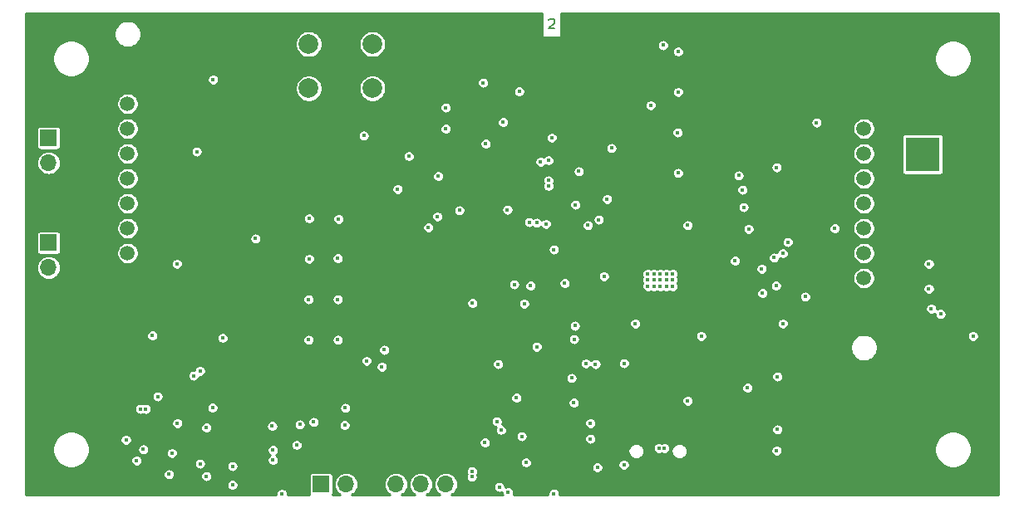
<source format=gbr>
G04 #@! TF.GenerationSoftware,KiCad,Pcbnew,(5.1.4)-1*
G04 #@! TF.CreationDate,2020-06-05T19:42:11-05:00*
G04 #@! TF.ProjectId,Pulse_Oximeter,50756c73-655f-44f7-9869-6d657465722e,rev?*
G04 #@! TF.SameCoordinates,Original*
G04 #@! TF.FileFunction,Copper,L2,Inr*
G04 #@! TF.FilePolarity,Positive*
%FSLAX46Y46*%
G04 Gerber Fmt 4.6, Leading zero omitted, Abs format (unit mm)*
G04 Created by KiCad (PCBNEW (5.1.4)-1) date 2020-06-05 19:42:11*
%MOMM*%
%LPD*%
G04 APERTURE LIST*
%ADD10C,0.200000*%
%ADD11R,3.500000X3.500000*%
%ADD12O,1.700000X1.700000*%
%ADD13R,1.700000X1.700000*%
%ADD14C,2.000000*%
%ADD15C,1.500000*%
%ADD16R,1.500000X1.500000*%
%ADD17C,0.431800*%
%ADD18C,0.254000*%
G04 APERTURE END LIST*
D10*
X157067285Y-65587619D02*
X157114904Y-65540000D01*
X157210142Y-65492380D01*
X157448238Y-65492380D01*
X157543476Y-65540000D01*
X157591095Y-65587619D01*
X157638714Y-65682857D01*
X157638714Y-65778095D01*
X157591095Y-65920952D01*
X157019666Y-66492380D01*
X157638714Y-66492380D01*
D11*
X195136000Y-79311500D03*
X201136000Y-79311500D03*
X198136000Y-84011500D03*
D12*
X146558000Y-112966000D03*
X144018000Y-112966000D03*
X141478000Y-112966000D03*
X138938000Y-112966000D03*
X136398000Y-112966000D03*
D13*
X133858000Y-112966000D03*
D12*
X106109000Y-82727000D03*
X106109000Y-80187000D03*
D13*
X106109000Y-77647000D03*
X106108000Y-88328500D03*
D12*
X106108000Y-90868500D03*
X106108000Y-93408500D03*
D14*
X132588000Y-72572000D03*
X132588000Y-68072000D03*
X139088000Y-72572000D03*
X139088000Y-68072000D03*
D13*
X106108000Y-99441000D03*
D15*
X114146000Y-89395000D03*
X114146000Y-91935000D03*
X114146000Y-74155000D03*
X114146000Y-86855000D03*
X114146000Y-84315000D03*
X114146000Y-81775000D03*
X114146000Y-79235000D03*
X114146000Y-76695000D03*
X189146000Y-91935000D03*
X189146000Y-89395000D03*
X189146000Y-86855000D03*
X189146000Y-84315000D03*
X189146000Y-81775000D03*
X189146000Y-79235000D03*
X189146000Y-76695000D03*
D16*
X189146000Y-74155000D03*
D17*
X180340000Y-106236000D03*
X159165000Y-108776000D03*
X159165000Y-106113000D03*
X152527000Y-101918000D03*
X152503000Y-108011000D03*
X150558000Y-111125000D03*
X155258000Y-112776000D03*
X157988000Y-102172000D03*
X115888000Y-111950000D03*
X114618000Y-107032000D03*
X116967000Y-105156000D03*
X116713000Y-108331000D03*
X117475000Y-107569000D03*
X117475000Y-108331000D03*
X116713000Y-107569000D03*
X134874000Y-109284000D03*
X172148000Y-99504500D03*
X172784000Y-100774000D03*
X172784000Y-99504500D03*
X172148000Y-100774000D03*
X173418000Y-100140000D03*
X172784000Y-100140000D03*
X172148000Y-100140000D03*
X173418000Y-99504500D03*
X173418000Y-100774000D03*
X176720000Y-96544000D03*
X176212000Y-96544000D03*
X175704000Y-96544000D03*
X174220000Y-97345500D03*
X174220000Y-96329500D03*
X174220000Y-96837500D03*
X159639000Y-99377500D03*
X177228000Y-91757500D03*
X173228000Y-93726000D03*
X194818000Y-94551500D03*
X178372000Y-103124000D03*
X177927000Y-111188000D03*
X159385000Y-86042500D03*
X170180000Y-102298000D03*
X176086000Y-102298000D03*
X166814000Y-104902000D03*
X124016000Y-71691500D03*
X124333000Y-69088000D03*
X119634000Y-109982000D03*
X125476000Y-107760000D03*
X123190000Y-112204000D03*
X125476000Y-112204000D03*
X129032000Y-108394000D03*
X133985000Y-98869500D03*
X134048000Y-94805500D03*
X134176000Y-90614500D03*
X134048000Y-86550500D03*
X168720000Y-81851500D03*
X168720000Y-77787500D03*
X168846000Y-73660000D03*
X119190000Y-91630500D03*
X186500000Y-66992500D03*
X180276000Y-78359000D03*
X198169000Y-91097000D03*
X184340000Y-74930000D03*
X179260000Y-108902000D03*
X117094000Y-107950000D03*
X159830000Y-110998000D03*
X155731000Y-107769000D03*
X155806000Y-107027000D03*
X156996000Y-107027000D03*
X156996000Y-107857000D03*
X168846000Y-69596000D03*
X144272000Y-71183500D03*
X141796000Y-72263000D03*
X151511000Y-72009000D03*
X152908000Y-72898000D03*
X163004000Y-82740500D03*
X158877000Y-89496900D03*
X162496000Y-90678000D03*
X156210000Y-90106500D03*
X150686000Y-94488000D03*
X152400000Y-92583000D03*
X141668000Y-81724500D03*
X117221000Y-86868000D03*
X117221000Y-84328000D03*
X117221000Y-81788000D03*
X117221000Y-79248000D03*
X117221000Y-76708000D03*
X117221000Y-74168000D03*
X182436000Y-84963000D03*
X184658000Y-92329000D03*
X186182000Y-91948000D03*
X186182000Y-89408000D03*
X186182000Y-84328000D03*
X186182000Y-81788000D03*
X182562000Y-90212000D03*
X182562000Y-89112000D03*
X124650500Y-78422500D03*
X162623500Y-77152500D03*
X160338000Y-102133410D03*
X193993000Y-99695000D03*
X193230500Y-98933000D03*
X194754500Y-98933000D03*
X194754500Y-100457000D03*
X193230500Y-100457000D03*
X196024500Y-98361500D03*
X180213000Y-92710000D03*
X178752000Y-90995500D03*
X196964000Y-95606300D03*
X196024000Y-95059500D03*
X180340000Y-107378000D03*
X150558000Y-108712000D03*
X154750000Y-110744000D03*
X122809000Y-105156000D03*
X118364000Y-111950000D03*
X115760000Y-109410000D03*
X117221000Y-104013000D03*
X116014000Y-105283000D03*
X115443000Y-105283000D03*
X136271000Y-106934000D03*
X163449000Y-78676500D03*
X159639000Y-98171000D03*
X169672000Y-92773500D03*
X169037000Y-92773500D03*
X168402000Y-92773500D03*
X167767000Y-92773500D03*
X167132000Y-92773500D03*
X169672000Y-92138500D03*
X169037000Y-92138500D03*
X168402000Y-92138500D03*
X167767000Y-92138500D03*
X167132000Y-92138500D03*
X169672000Y-91503500D03*
X169037000Y-91503500D03*
X168402000Y-91503500D03*
X167767000Y-91503500D03*
X167132000Y-91503500D03*
X178816000Y-93472000D03*
X200279000Y-97853500D03*
X177292000Y-103124000D03*
X172593000Y-97853500D03*
X171196000Y-104458000D03*
X122872000Y-71691500D03*
X122174000Y-112141000D03*
X124841000Y-113030000D03*
X135572000Y-98234500D03*
X135572000Y-94107000D03*
X135572000Y-89916000D03*
X135636000Y-85915500D03*
X170244000Y-81216500D03*
X170180000Y-77089000D03*
X170244000Y-72961500D03*
X119190000Y-90487500D03*
X180276000Y-80645000D03*
X184340000Y-76073000D03*
X150368000Y-72009000D03*
X154051000Y-72898000D03*
X163004000Y-83883500D03*
X158686000Y-92456000D03*
X149288000Y-94488000D03*
X153543000Y-92583000D03*
X141668000Y-82867500D03*
X186182000Y-86868000D03*
X159766000Y-84455000D03*
X122174000Y-107188000D03*
X133096000Y-106616000D03*
X128968000Y-109474000D03*
X120886000Y-101896000D03*
X121539000Y-101410000D03*
X152908000Y-113792000D03*
X153759000Y-104140000D03*
X161290000Y-108331000D03*
X168269000Y-109284000D03*
X161290000Y-106744000D03*
X168827000Y-109284000D03*
X154305000Y-108077000D03*
X152210000Y-107442000D03*
X138205700Y-77407100D03*
X124841000Y-111125000D03*
X128968000Y-110490000D03*
X170244000Y-68834000D03*
X146558000Y-74549000D03*
X146558000Y-76708000D03*
X162000900Y-111248000D03*
X157580000Y-113930300D03*
X152018200Y-113253600D03*
X123841700Y-98042600D03*
X138497300Y-100407500D03*
X119220200Y-106747800D03*
X161822100Y-100718700D03*
X149240200Y-111639600D03*
X121201200Y-79047900D03*
X157036000Y-81978500D03*
X129867700Y-113941100D03*
X164725100Y-100626800D03*
X149223200Y-112213500D03*
X113988100Y-108449100D03*
X164705700Y-110990000D03*
X157036000Y-82550000D03*
X160845500Y-100647500D03*
X140055500Y-100993900D03*
X116675400Y-97791600D03*
X155829000Y-86296500D03*
X154559000Y-94551500D03*
X151892000Y-100711000D03*
X151765000Y-106553000D03*
X140282800Y-99263800D03*
X155067000Y-86233000D03*
X155194000Y-92710000D03*
X195772000Y-90487500D03*
X195772000Y-93027500D03*
X183198000Y-93831800D03*
X180912000Y-89408000D03*
X167444600Y-74316800D03*
X165862000Y-96583500D03*
X181420000Y-88265000D03*
X168715400Y-68192500D03*
X176022000Y-90170000D03*
X179988000Y-89852500D03*
X157030800Y-79937500D03*
X118682000Y-109792000D03*
X157374400Y-77633400D03*
X115062000Y-110554000D03*
X162687000Y-91757500D03*
X157578000Y-89027000D03*
X162144100Y-85983200D03*
X159606200Y-104656100D03*
X159712000Y-96810500D03*
X155831800Y-98948800D03*
X159384100Y-102133410D03*
X127179500Y-87911400D03*
X121539000Y-110871000D03*
X144792300Y-86778300D03*
X131699000Y-106870000D03*
X131382000Y-108966000D03*
X145696100Y-85672600D03*
X136326900Y-105177300D03*
X128884900Y-107032400D03*
X142812000Y-79502000D03*
X145796000Y-81534000D03*
X176403000Y-81470500D03*
X176784000Y-82931000D03*
X176911000Y-84709000D03*
X180276000Y-109538000D03*
X152400700Y-76031100D03*
X132652000Y-85852000D03*
X156229400Y-80083800D03*
X132652000Y-89979500D03*
X150632600Y-78236900D03*
X132588000Y-94107000D03*
X160117400Y-81054000D03*
X132588000Y-98234500D03*
X177419000Y-86931500D03*
X147955000Y-85026500D03*
X152844500Y-84963000D03*
X156781500Y-86423500D03*
X161036000Y-86550500D03*
X171196000Y-86550500D03*
X180911500Y-96583500D03*
X180340000Y-101981000D03*
D18*
G36*
X156395810Y-67351000D02*
G01*
X158310191Y-67351000D01*
X158310191Y-64946500D01*
X202858501Y-64946500D01*
X202858500Y-114034500D01*
X158167867Y-114034500D01*
X158176900Y-113989090D01*
X158176900Y-113871510D01*
X158153961Y-113756191D01*
X158108966Y-113647562D01*
X158043642Y-113549799D01*
X157960501Y-113466658D01*
X157862738Y-113401334D01*
X157754109Y-113356339D01*
X157638790Y-113333400D01*
X157521210Y-113333400D01*
X157405891Y-113356339D01*
X157297262Y-113401334D01*
X157199499Y-113466658D01*
X157116358Y-113549799D01*
X157051034Y-113647562D01*
X157006039Y-113756191D01*
X156983100Y-113871510D01*
X156983100Y-113989090D01*
X156992133Y-114034500D01*
X153453633Y-114034500D01*
X153481961Y-113966109D01*
X153504900Y-113850790D01*
X153504900Y-113733210D01*
X153481961Y-113617891D01*
X153436966Y-113509262D01*
X153371642Y-113411499D01*
X153288501Y-113328358D01*
X153190738Y-113263034D01*
X153082109Y-113218039D01*
X152966790Y-113195100D01*
X152849210Y-113195100D01*
X152733891Y-113218039D01*
X152625262Y-113263034D01*
X152615100Y-113269824D01*
X152615100Y-113194810D01*
X152592161Y-113079491D01*
X152547166Y-112970862D01*
X152481842Y-112873099D01*
X152398701Y-112789958D01*
X152300938Y-112724634D01*
X152192309Y-112679639D01*
X152076990Y-112656700D01*
X151959410Y-112656700D01*
X151844091Y-112679639D01*
X151735462Y-112724634D01*
X151637699Y-112789958D01*
X151554558Y-112873099D01*
X151489234Y-112970862D01*
X151444239Y-113079491D01*
X151421300Y-113194810D01*
X151421300Y-113312390D01*
X151444239Y-113427709D01*
X151489234Y-113536338D01*
X151554558Y-113634101D01*
X151637699Y-113717242D01*
X151735462Y-113782566D01*
X151844091Y-113827561D01*
X151959410Y-113850500D01*
X152076990Y-113850500D01*
X152192309Y-113827561D01*
X152300938Y-113782566D01*
X152311100Y-113775776D01*
X152311100Y-113850790D01*
X152334039Y-113966109D01*
X152362367Y-114034500D01*
X147170365Y-114034500D01*
X147245216Y-113994491D01*
X147432660Y-113840660D01*
X147586491Y-113653216D01*
X147700798Y-113439363D01*
X147771188Y-113207318D01*
X147794956Y-112966000D01*
X147771188Y-112724682D01*
X147700798Y-112492637D01*
X147586491Y-112278784D01*
X147484667Y-112154710D01*
X148626300Y-112154710D01*
X148626300Y-112272290D01*
X148649239Y-112387609D01*
X148694234Y-112496238D01*
X148759558Y-112594001D01*
X148842699Y-112677142D01*
X148940462Y-112742466D01*
X149049091Y-112787461D01*
X149164410Y-112810400D01*
X149281990Y-112810400D01*
X149397309Y-112787461D01*
X149505938Y-112742466D01*
X149603701Y-112677142D01*
X149686842Y-112594001D01*
X149752166Y-112496238D01*
X149797161Y-112387609D01*
X149820100Y-112272290D01*
X149820100Y-112154710D01*
X149797161Y-112039391D01*
X149756517Y-111941268D01*
X149769166Y-111922338D01*
X149814161Y-111813709D01*
X149837100Y-111698390D01*
X149837100Y-111580810D01*
X149814161Y-111465491D01*
X149769166Y-111356862D01*
X149703842Y-111259099D01*
X149620701Y-111175958D01*
X149522938Y-111110634D01*
X149414309Y-111065639D01*
X149298990Y-111042700D01*
X149181410Y-111042700D01*
X149066091Y-111065639D01*
X148957462Y-111110634D01*
X148859699Y-111175958D01*
X148776558Y-111259099D01*
X148711234Y-111356862D01*
X148666239Y-111465491D01*
X148643300Y-111580810D01*
X148643300Y-111698390D01*
X148666239Y-111813709D01*
X148706883Y-111911832D01*
X148694234Y-111930762D01*
X148649239Y-112039391D01*
X148626300Y-112154710D01*
X147484667Y-112154710D01*
X147432660Y-112091340D01*
X147245216Y-111937509D01*
X147031363Y-111823202D01*
X146799318Y-111752812D01*
X146618472Y-111735000D01*
X146497528Y-111735000D01*
X146316682Y-111752812D01*
X146084637Y-111823202D01*
X145870784Y-111937509D01*
X145683340Y-112091340D01*
X145529509Y-112278784D01*
X145415202Y-112492637D01*
X145344812Y-112724682D01*
X145321044Y-112966000D01*
X145344812Y-113207318D01*
X145415202Y-113439363D01*
X145529509Y-113653216D01*
X145683340Y-113840660D01*
X145870784Y-113994491D01*
X145945635Y-114034500D01*
X144630365Y-114034500D01*
X144705216Y-113994491D01*
X144892660Y-113840660D01*
X145046491Y-113653216D01*
X145160798Y-113439363D01*
X145231188Y-113207318D01*
X145254956Y-112966000D01*
X145231188Y-112724682D01*
X145160798Y-112492637D01*
X145046491Y-112278784D01*
X144892660Y-112091340D01*
X144705216Y-111937509D01*
X144491363Y-111823202D01*
X144259318Y-111752812D01*
X144078472Y-111735000D01*
X143957528Y-111735000D01*
X143776682Y-111752812D01*
X143544637Y-111823202D01*
X143330784Y-111937509D01*
X143143340Y-112091340D01*
X142989509Y-112278784D01*
X142875202Y-112492637D01*
X142804812Y-112724682D01*
X142781044Y-112966000D01*
X142804812Y-113207318D01*
X142875202Y-113439363D01*
X142989509Y-113653216D01*
X143143340Y-113840660D01*
X143330784Y-113994491D01*
X143405635Y-114034500D01*
X142090365Y-114034500D01*
X142165216Y-113994491D01*
X142352660Y-113840660D01*
X142506491Y-113653216D01*
X142620798Y-113439363D01*
X142691188Y-113207318D01*
X142714956Y-112966000D01*
X142691188Y-112724682D01*
X142620798Y-112492637D01*
X142506491Y-112278784D01*
X142352660Y-112091340D01*
X142165216Y-111937509D01*
X141951363Y-111823202D01*
X141719318Y-111752812D01*
X141538472Y-111735000D01*
X141417528Y-111735000D01*
X141236682Y-111752812D01*
X141004637Y-111823202D01*
X140790784Y-111937509D01*
X140603340Y-112091340D01*
X140449509Y-112278784D01*
X140335202Y-112492637D01*
X140264812Y-112724682D01*
X140241044Y-112966000D01*
X140264812Y-113207318D01*
X140335202Y-113439363D01*
X140449509Y-113653216D01*
X140603340Y-113840660D01*
X140790784Y-113994491D01*
X140865635Y-114034500D01*
X137010365Y-114034500D01*
X137085216Y-113994491D01*
X137272660Y-113840660D01*
X137426491Y-113653216D01*
X137540798Y-113439363D01*
X137611188Y-113207318D01*
X137634956Y-112966000D01*
X137611188Y-112724682D01*
X137540798Y-112492637D01*
X137426491Y-112278784D01*
X137272660Y-112091340D01*
X137085216Y-111937509D01*
X136871363Y-111823202D01*
X136639318Y-111752812D01*
X136458472Y-111735000D01*
X136337528Y-111735000D01*
X136156682Y-111752812D01*
X135924637Y-111823202D01*
X135710784Y-111937509D01*
X135523340Y-112091340D01*
X135369509Y-112278784D01*
X135255202Y-112492637D01*
X135184812Y-112724682D01*
X135161044Y-112966000D01*
X135184812Y-113207318D01*
X135255202Y-113439363D01*
X135369509Y-113653216D01*
X135523340Y-113840660D01*
X135710784Y-113994491D01*
X135785635Y-114034500D01*
X135021559Y-114034500D01*
X135026322Y-114028696D01*
X135061701Y-113962508D01*
X135083487Y-113890689D01*
X135090843Y-113816000D01*
X135090843Y-112116000D01*
X135083487Y-112041311D01*
X135061701Y-111969492D01*
X135026322Y-111903304D01*
X134978711Y-111845289D01*
X134920696Y-111797678D01*
X134854508Y-111762299D01*
X134782689Y-111740513D01*
X134708000Y-111733157D01*
X133008000Y-111733157D01*
X132933311Y-111740513D01*
X132861492Y-111762299D01*
X132795304Y-111797678D01*
X132737289Y-111845289D01*
X132689678Y-111903304D01*
X132654299Y-111969492D01*
X132632513Y-112041311D01*
X132625157Y-112116000D01*
X132625157Y-113816000D01*
X132632513Y-113890689D01*
X132654299Y-113962508D01*
X132689678Y-114028696D01*
X132694441Y-114034500D01*
X130457715Y-114034500D01*
X130464600Y-113999890D01*
X130464600Y-113882310D01*
X130441661Y-113766991D01*
X130396666Y-113658362D01*
X130331342Y-113560599D01*
X130248201Y-113477458D01*
X130150438Y-113412134D01*
X130041809Y-113367139D01*
X129926490Y-113344200D01*
X129808910Y-113344200D01*
X129693591Y-113367139D01*
X129584962Y-113412134D01*
X129487199Y-113477458D01*
X129404058Y-113560599D01*
X129338734Y-113658362D01*
X129293739Y-113766991D01*
X129270800Y-113882310D01*
X129270800Y-113999890D01*
X129277685Y-114034500D01*
X103770500Y-114034500D01*
X103770500Y-112971210D01*
X124244100Y-112971210D01*
X124244100Y-113088790D01*
X124267039Y-113204109D01*
X124312034Y-113312738D01*
X124377358Y-113410501D01*
X124460499Y-113493642D01*
X124558262Y-113558966D01*
X124666891Y-113603961D01*
X124782210Y-113626900D01*
X124899790Y-113626900D01*
X125015109Y-113603961D01*
X125123738Y-113558966D01*
X125221501Y-113493642D01*
X125304642Y-113410501D01*
X125369966Y-113312738D01*
X125414961Y-113204109D01*
X125437900Y-113088790D01*
X125437900Y-112971210D01*
X125414961Y-112855891D01*
X125369966Y-112747262D01*
X125304642Y-112649499D01*
X125221501Y-112566358D01*
X125123738Y-112501034D01*
X125015109Y-112456039D01*
X124899790Y-112433100D01*
X124782210Y-112433100D01*
X124666891Y-112456039D01*
X124558262Y-112501034D01*
X124460499Y-112566358D01*
X124377358Y-112649499D01*
X124312034Y-112747262D01*
X124267039Y-112855891D01*
X124244100Y-112971210D01*
X103770500Y-112971210D01*
X103770500Y-111891210D01*
X117767100Y-111891210D01*
X117767100Y-112008790D01*
X117790039Y-112124109D01*
X117835034Y-112232738D01*
X117900358Y-112330501D01*
X117983499Y-112413642D01*
X118081262Y-112478966D01*
X118189891Y-112523961D01*
X118305210Y-112546900D01*
X118422790Y-112546900D01*
X118538109Y-112523961D01*
X118646738Y-112478966D01*
X118744501Y-112413642D01*
X118827642Y-112330501D01*
X118892966Y-112232738D01*
X118937961Y-112124109D01*
X118946295Y-112082210D01*
X121577100Y-112082210D01*
X121577100Y-112199790D01*
X121600039Y-112315109D01*
X121645034Y-112423738D01*
X121710358Y-112521501D01*
X121793499Y-112604642D01*
X121891262Y-112669966D01*
X121999891Y-112714961D01*
X122115210Y-112737900D01*
X122232790Y-112737900D01*
X122348109Y-112714961D01*
X122456738Y-112669966D01*
X122554501Y-112604642D01*
X122637642Y-112521501D01*
X122702966Y-112423738D01*
X122747961Y-112315109D01*
X122770900Y-112199790D01*
X122770900Y-112082210D01*
X122747961Y-111966891D01*
X122702966Y-111858262D01*
X122637642Y-111760499D01*
X122554501Y-111677358D01*
X122456738Y-111612034D01*
X122348109Y-111567039D01*
X122232790Y-111544100D01*
X122115210Y-111544100D01*
X121999891Y-111567039D01*
X121891262Y-111612034D01*
X121793499Y-111677358D01*
X121710358Y-111760499D01*
X121645034Y-111858262D01*
X121600039Y-111966891D01*
X121577100Y-112082210D01*
X118946295Y-112082210D01*
X118960900Y-112008790D01*
X118960900Y-111891210D01*
X118937961Y-111775891D01*
X118892966Y-111667262D01*
X118827642Y-111569499D01*
X118744501Y-111486358D01*
X118646738Y-111421034D01*
X118538109Y-111376039D01*
X118422790Y-111353100D01*
X118305210Y-111353100D01*
X118189891Y-111376039D01*
X118081262Y-111421034D01*
X117983499Y-111486358D01*
X117900358Y-111569499D01*
X117835034Y-111667262D01*
X117790039Y-111775891D01*
X117767100Y-111891210D01*
X103770500Y-111891210D01*
X103770500Y-109224738D01*
X106513000Y-109224738D01*
X106513000Y-109595262D01*
X106585286Y-109958667D01*
X106727080Y-110300987D01*
X106932932Y-110609067D01*
X107194933Y-110871068D01*
X107503013Y-111076920D01*
X107845333Y-111218714D01*
X108208738Y-111291000D01*
X108579262Y-111291000D01*
X108942667Y-111218714D01*
X109284987Y-111076920D01*
X109593067Y-110871068D01*
X109855068Y-110609067D01*
X109931144Y-110495210D01*
X114465100Y-110495210D01*
X114465100Y-110612790D01*
X114488039Y-110728109D01*
X114533034Y-110836738D01*
X114598358Y-110934501D01*
X114681499Y-111017642D01*
X114779262Y-111082966D01*
X114887891Y-111127961D01*
X115003210Y-111150900D01*
X115120790Y-111150900D01*
X115236109Y-111127961D01*
X115344738Y-111082966D01*
X115442501Y-111017642D01*
X115525642Y-110934501D01*
X115590966Y-110836738D01*
X115601125Y-110812210D01*
X120942100Y-110812210D01*
X120942100Y-110929790D01*
X120965039Y-111045109D01*
X121010034Y-111153738D01*
X121075358Y-111251501D01*
X121158499Y-111334642D01*
X121256262Y-111399966D01*
X121364891Y-111444961D01*
X121480210Y-111467900D01*
X121597790Y-111467900D01*
X121713109Y-111444961D01*
X121821738Y-111399966D01*
X121919501Y-111334642D01*
X122002642Y-111251501D01*
X122067966Y-111153738D01*
X122104220Y-111066210D01*
X124244100Y-111066210D01*
X124244100Y-111183790D01*
X124267039Y-111299109D01*
X124312034Y-111407738D01*
X124377358Y-111505501D01*
X124460499Y-111588642D01*
X124558262Y-111653966D01*
X124666891Y-111698961D01*
X124782210Y-111721900D01*
X124899790Y-111721900D01*
X125015109Y-111698961D01*
X125123738Y-111653966D01*
X125221501Y-111588642D01*
X125304642Y-111505501D01*
X125369966Y-111407738D01*
X125414961Y-111299109D01*
X125437900Y-111183790D01*
X125437900Y-111066210D01*
X125414961Y-110950891D01*
X125369966Y-110842262D01*
X125304642Y-110744499D01*
X125221501Y-110661358D01*
X125123738Y-110596034D01*
X125015109Y-110551039D01*
X124899790Y-110528100D01*
X124782210Y-110528100D01*
X124666891Y-110551039D01*
X124558262Y-110596034D01*
X124460499Y-110661358D01*
X124377358Y-110744499D01*
X124312034Y-110842262D01*
X124267039Y-110950891D01*
X124244100Y-111066210D01*
X122104220Y-111066210D01*
X122112961Y-111045109D01*
X122135900Y-110929790D01*
X122135900Y-110812210D01*
X122112961Y-110696891D01*
X122067966Y-110588262D01*
X122002642Y-110490499D01*
X121919501Y-110407358D01*
X121821738Y-110342034D01*
X121713109Y-110297039D01*
X121597790Y-110274100D01*
X121480210Y-110274100D01*
X121364891Y-110297039D01*
X121256262Y-110342034D01*
X121158499Y-110407358D01*
X121075358Y-110490499D01*
X121010034Y-110588262D01*
X120965039Y-110696891D01*
X120942100Y-110812210D01*
X115601125Y-110812210D01*
X115635961Y-110728109D01*
X115658900Y-110612790D01*
X115658900Y-110495210D01*
X115635961Y-110379891D01*
X115590966Y-110271262D01*
X115525642Y-110173499D01*
X115442501Y-110090358D01*
X115344738Y-110025034D01*
X115236109Y-109980039D01*
X115120790Y-109957100D01*
X115003210Y-109957100D01*
X114887891Y-109980039D01*
X114779262Y-110025034D01*
X114681499Y-110090358D01*
X114598358Y-110173499D01*
X114533034Y-110271262D01*
X114488039Y-110379891D01*
X114465100Y-110495210D01*
X109931144Y-110495210D01*
X110060920Y-110300987D01*
X110202714Y-109958667D01*
X110275000Y-109595262D01*
X110275000Y-109351210D01*
X115163100Y-109351210D01*
X115163100Y-109468790D01*
X115186039Y-109584109D01*
X115231034Y-109692738D01*
X115296358Y-109790501D01*
X115379499Y-109873642D01*
X115477262Y-109938966D01*
X115585891Y-109983961D01*
X115701210Y-110006900D01*
X115818790Y-110006900D01*
X115934109Y-109983961D01*
X116042738Y-109938966D01*
X116140501Y-109873642D01*
X116223642Y-109790501D01*
X116261923Y-109733210D01*
X118085100Y-109733210D01*
X118085100Y-109850790D01*
X118108039Y-109966109D01*
X118153034Y-110074738D01*
X118218358Y-110172501D01*
X118301499Y-110255642D01*
X118399262Y-110320966D01*
X118507891Y-110365961D01*
X118623210Y-110388900D01*
X118740790Y-110388900D01*
X118856109Y-110365961D01*
X118964738Y-110320966D01*
X119062501Y-110255642D01*
X119145642Y-110172501D01*
X119210966Y-110074738D01*
X119255961Y-109966109D01*
X119278900Y-109850790D01*
X119278900Y-109733210D01*
X119255961Y-109617891D01*
X119210966Y-109509262D01*
X119148122Y-109415210D01*
X128371100Y-109415210D01*
X128371100Y-109532790D01*
X128394039Y-109648109D01*
X128439034Y-109756738D01*
X128504358Y-109854501D01*
X128587499Y-109937642D01*
X128653885Y-109982000D01*
X128587499Y-110026358D01*
X128504358Y-110109499D01*
X128439034Y-110207262D01*
X128394039Y-110315891D01*
X128371100Y-110431210D01*
X128371100Y-110548790D01*
X128394039Y-110664109D01*
X128439034Y-110772738D01*
X128504358Y-110870501D01*
X128587499Y-110953642D01*
X128685262Y-111018966D01*
X128793891Y-111063961D01*
X128909210Y-111086900D01*
X129026790Y-111086900D01*
X129142109Y-111063961D01*
X129250738Y-111018966D01*
X129348501Y-110953642D01*
X129431642Y-110870501D01*
X129496966Y-110772738D01*
X129533220Y-110685210D01*
X154153100Y-110685210D01*
X154153100Y-110802790D01*
X154176039Y-110918109D01*
X154221034Y-111026738D01*
X154286358Y-111124501D01*
X154369499Y-111207642D01*
X154467262Y-111272966D01*
X154575891Y-111317961D01*
X154691210Y-111340900D01*
X154808790Y-111340900D01*
X154924109Y-111317961D01*
X155032738Y-111272966D01*
X155130501Y-111207642D01*
X155148933Y-111189210D01*
X161404000Y-111189210D01*
X161404000Y-111306790D01*
X161426939Y-111422109D01*
X161471934Y-111530738D01*
X161537258Y-111628501D01*
X161620399Y-111711642D01*
X161718162Y-111776966D01*
X161826791Y-111821961D01*
X161942110Y-111844900D01*
X162059690Y-111844900D01*
X162175009Y-111821961D01*
X162283638Y-111776966D01*
X162381401Y-111711642D01*
X162464542Y-111628501D01*
X162529866Y-111530738D01*
X162574861Y-111422109D01*
X162597800Y-111306790D01*
X162597800Y-111189210D01*
X162574861Y-111073891D01*
X162529866Y-110965262D01*
X162507113Y-110931210D01*
X164108800Y-110931210D01*
X164108800Y-111048790D01*
X164131739Y-111164109D01*
X164176734Y-111272738D01*
X164242058Y-111370501D01*
X164325199Y-111453642D01*
X164422962Y-111518966D01*
X164531591Y-111563961D01*
X164646910Y-111586900D01*
X164764490Y-111586900D01*
X164879809Y-111563961D01*
X164988438Y-111518966D01*
X165086201Y-111453642D01*
X165169342Y-111370501D01*
X165234666Y-111272738D01*
X165279661Y-111164109D01*
X165302600Y-111048790D01*
X165302600Y-110931210D01*
X165279661Y-110815891D01*
X165234666Y-110707262D01*
X165169342Y-110609499D01*
X165086201Y-110526358D01*
X164988438Y-110461034D01*
X164879809Y-110416039D01*
X164764490Y-110393100D01*
X164646910Y-110393100D01*
X164531591Y-110416039D01*
X164422962Y-110461034D01*
X164325199Y-110526358D01*
X164242058Y-110609499D01*
X164176734Y-110707262D01*
X164131739Y-110815891D01*
X164108800Y-110931210D01*
X162507113Y-110931210D01*
X162464542Y-110867499D01*
X162381401Y-110784358D01*
X162283638Y-110719034D01*
X162175009Y-110674039D01*
X162059690Y-110651100D01*
X161942110Y-110651100D01*
X161826791Y-110674039D01*
X161718162Y-110719034D01*
X161620399Y-110784358D01*
X161537258Y-110867499D01*
X161471934Y-110965262D01*
X161426939Y-111073891D01*
X161404000Y-111189210D01*
X155148933Y-111189210D01*
X155213642Y-111124501D01*
X155278966Y-111026738D01*
X155323961Y-110918109D01*
X155346900Y-110802790D01*
X155346900Y-110685210D01*
X155323961Y-110569891D01*
X155278966Y-110461262D01*
X155213642Y-110363499D01*
X155130501Y-110280358D01*
X155032738Y-110215034D01*
X154924109Y-110170039D01*
X154808790Y-110147100D01*
X154691210Y-110147100D01*
X154575891Y-110170039D01*
X154467262Y-110215034D01*
X154369499Y-110280358D01*
X154286358Y-110363499D01*
X154221034Y-110461262D01*
X154176039Y-110569891D01*
X154153100Y-110685210D01*
X129533220Y-110685210D01*
X129541961Y-110664109D01*
X129564900Y-110548790D01*
X129564900Y-110431210D01*
X129541961Y-110315891D01*
X129496966Y-110207262D01*
X129431642Y-110109499D01*
X129348501Y-110026358D01*
X129282115Y-109982000D01*
X129348501Y-109937642D01*
X129431642Y-109854501D01*
X129496966Y-109756738D01*
X129541961Y-109648109D01*
X129564900Y-109532790D01*
X129564900Y-109415210D01*
X129541961Y-109299891D01*
X129496966Y-109191262D01*
X129431642Y-109093499D01*
X129348501Y-109010358D01*
X129250738Y-108945034D01*
X129159422Y-108907210D01*
X130785100Y-108907210D01*
X130785100Y-109024790D01*
X130808039Y-109140109D01*
X130853034Y-109248738D01*
X130918358Y-109346501D01*
X131001499Y-109429642D01*
X131099262Y-109494966D01*
X131207891Y-109539961D01*
X131323210Y-109562900D01*
X131440790Y-109562900D01*
X131556109Y-109539961D01*
X131628070Y-109510154D01*
X165117000Y-109510154D01*
X165117000Y-109673846D01*
X165148935Y-109834394D01*
X165211577Y-109985626D01*
X165302520Y-110121732D01*
X165418268Y-110237480D01*
X165554374Y-110328423D01*
X165705606Y-110391065D01*
X165866154Y-110423000D01*
X166029846Y-110423000D01*
X166190394Y-110391065D01*
X166341626Y-110328423D01*
X166477732Y-110237480D01*
X166593480Y-110121732D01*
X166684423Y-109985626D01*
X166747065Y-109834394D01*
X166779000Y-109673846D01*
X166779000Y-109510154D01*
X166747065Y-109349606D01*
X166695539Y-109225210D01*
X167672100Y-109225210D01*
X167672100Y-109342790D01*
X167695039Y-109458109D01*
X167740034Y-109566738D01*
X167805358Y-109664501D01*
X167888499Y-109747642D01*
X167986262Y-109812966D01*
X168094891Y-109857961D01*
X168210210Y-109880900D01*
X168327790Y-109880900D01*
X168443109Y-109857961D01*
X168548000Y-109814514D01*
X168652891Y-109857961D01*
X168768210Y-109880900D01*
X168885790Y-109880900D01*
X169001109Y-109857961D01*
X169109738Y-109812966D01*
X169207501Y-109747642D01*
X169290642Y-109664501D01*
X169355966Y-109566738D01*
X169379403Y-109510154D01*
X169517000Y-109510154D01*
X169517000Y-109673846D01*
X169548935Y-109834394D01*
X169611577Y-109985626D01*
X169702520Y-110121732D01*
X169818268Y-110237480D01*
X169954374Y-110328423D01*
X170105606Y-110391065D01*
X170266154Y-110423000D01*
X170429846Y-110423000D01*
X170590394Y-110391065D01*
X170741626Y-110328423D01*
X170877732Y-110237480D01*
X170993480Y-110121732D01*
X171084423Y-109985626D01*
X171147065Y-109834394D01*
X171179000Y-109673846D01*
X171179000Y-109510154D01*
X171172845Y-109479210D01*
X179679100Y-109479210D01*
X179679100Y-109596790D01*
X179702039Y-109712109D01*
X179747034Y-109820738D01*
X179812358Y-109918501D01*
X179895499Y-110001642D01*
X179993262Y-110066966D01*
X180101891Y-110111961D01*
X180217210Y-110134900D01*
X180334790Y-110134900D01*
X180450109Y-110111961D01*
X180558738Y-110066966D01*
X180656501Y-110001642D01*
X180739642Y-109918501D01*
X180804966Y-109820738D01*
X180849961Y-109712109D01*
X180872900Y-109596790D01*
X180872900Y-109479210D01*
X180849961Y-109363891D01*
X180804966Y-109255262D01*
X180784571Y-109224738D01*
X196366000Y-109224738D01*
X196366000Y-109595262D01*
X196438286Y-109958667D01*
X196580080Y-110300987D01*
X196785932Y-110609067D01*
X197047933Y-110871068D01*
X197356013Y-111076920D01*
X197698333Y-111218714D01*
X198061738Y-111291000D01*
X198432262Y-111291000D01*
X198795667Y-111218714D01*
X199137987Y-111076920D01*
X199446067Y-110871068D01*
X199708068Y-110609067D01*
X199913920Y-110300987D01*
X200055714Y-109958667D01*
X200128000Y-109595262D01*
X200128000Y-109224738D01*
X200055714Y-108861333D01*
X199913920Y-108519013D01*
X199708068Y-108210933D01*
X199446067Y-107948932D01*
X199137987Y-107743080D01*
X198795667Y-107601286D01*
X198432262Y-107529000D01*
X198061738Y-107529000D01*
X197698333Y-107601286D01*
X197356013Y-107743080D01*
X197047933Y-107948932D01*
X196785932Y-108210933D01*
X196580080Y-108519013D01*
X196438286Y-108861333D01*
X196366000Y-109224738D01*
X180784571Y-109224738D01*
X180739642Y-109157499D01*
X180656501Y-109074358D01*
X180558738Y-109009034D01*
X180450109Y-108964039D01*
X180334790Y-108941100D01*
X180217210Y-108941100D01*
X180101891Y-108964039D01*
X179993262Y-109009034D01*
X179895499Y-109074358D01*
X179812358Y-109157499D01*
X179747034Y-109255262D01*
X179702039Y-109363891D01*
X179679100Y-109479210D01*
X171172845Y-109479210D01*
X171147065Y-109349606D01*
X171084423Y-109198374D01*
X170993480Y-109062268D01*
X170877732Y-108946520D01*
X170741626Y-108855577D01*
X170590394Y-108792935D01*
X170429846Y-108761000D01*
X170266154Y-108761000D01*
X170105606Y-108792935D01*
X169954374Y-108855577D01*
X169818268Y-108946520D01*
X169702520Y-109062268D01*
X169611577Y-109198374D01*
X169548935Y-109349606D01*
X169517000Y-109510154D01*
X169379403Y-109510154D01*
X169400961Y-109458109D01*
X169423900Y-109342790D01*
X169423900Y-109225210D01*
X169400961Y-109109891D01*
X169355966Y-109001262D01*
X169290642Y-108903499D01*
X169207501Y-108820358D01*
X169109738Y-108755034D01*
X169001109Y-108710039D01*
X168885790Y-108687100D01*
X168768210Y-108687100D01*
X168652891Y-108710039D01*
X168548000Y-108753486D01*
X168443109Y-108710039D01*
X168327790Y-108687100D01*
X168210210Y-108687100D01*
X168094891Y-108710039D01*
X167986262Y-108755034D01*
X167888499Y-108820358D01*
X167805358Y-108903499D01*
X167740034Y-109001262D01*
X167695039Y-109109891D01*
X167672100Y-109225210D01*
X166695539Y-109225210D01*
X166684423Y-109198374D01*
X166593480Y-109062268D01*
X166477732Y-108946520D01*
X166341626Y-108855577D01*
X166190394Y-108792935D01*
X166029846Y-108761000D01*
X165866154Y-108761000D01*
X165705606Y-108792935D01*
X165554374Y-108855577D01*
X165418268Y-108946520D01*
X165302520Y-109062268D01*
X165211577Y-109198374D01*
X165148935Y-109349606D01*
X165117000Y-109510154D01*
X131628070Y-109510154D01*
X131664738Y-109494966D01*
X131762501Y-109429642D01*
X131845642Y-109346501D01*
X131910966Y-109248738D01*
X131955961Y-109140109D01*
X131978900Y-109024790D01*
X131978900Y-108907210D01*
X131955961Y-108791891D01*
X131910966Y-108683262D01*
X131890886Y-108653210D01*
X149961100Y-108653210D01*
X149961100Y-108770790D01*
X149984039Y-108886109D01*
X150029034Y-108994738D01*
X150094358Y-109092501D01*
X150177499Y-109175642D01*
X150275262Y-109240966D01*
X150383891Y-109285961D01*
X150499210Y-109308900D01*
X150616790Y-109308900D01*
X150732109Y-109285961D01*
X150840738Y-109240966D01*
X150938501Y-109175642D01*
X151021642Y-109092501D01*
X151086966Y-108994738D01*
X151131961Y-108886109D01*
X151154900Y-108770790D01*
X151154900Y-108653210D01*
X151131961Y-108537891D01*
X151086966Y-108429262D01*
X151021642Y-108331499D01*
X150938501Y-108248358D01*
X150840738Y-108183034D01*
X150732109Y-108138039D01*
X150616790Y-108115100D01*
X150499210Y-108115100D01*
X150383891Y-108138039D01*
X150275262Y-108183034D01*
X150177499Y-108248358D01*
X150094358Y-108331499D01*
X150029034Y-108429262D01*
X149984039Y-108537891D01*
X149961100Y-108653210D01*
X131890886Y-108653210D01*
X131845642Y-108585499D01*
X131762501Y-108502358D01*
X131664738Y-108437034D01*
X131556109Y-108392039D01*
X131440790Y-108369100D01*
X131323210Y-108369100D01*
X131207891Y-108392039D01*
X131099262Y-108437034D01*
X131001499Y-108502358D01*
X130918358Y-108585499D01*
X130853034Y-108683262D01*
X130808039Y-108791891D01*
X130785100Y-108907210D01*
X129159422Y-108907210D01*
X129142109Y-108900039D01*
X129026790Y-108877100D01*
X128909210Y-108877100D01*
X128793891Y-108900039D01*
X128685262Y-108945034D01*
X128587499Y-109010358D01*
X128504358Y-109093499D01*
X128439034Y-109191262D01*
X128394039Y-109299891D01*
X128371100Y-109415210D01*
X119148122Y-109415210D01*
X119145642Y-109411499D01*
X119062501Y-109328358D01*
X118964738Y-109263034D01*
X118856109Y-109218039D01*
X118740790Y-109195100D01*
X118623210Y-109195100D01*
X118507891Y-109218039D01*
X118399262Y-109263034D01*
X118301499Y-109328358D01*
X118218358Y-109411499D01*
X118153034Y-109509262D01*
X118108039Y-109617891D01*
X118085100Y-109733210D01*
X116261923Y-109733210D01*
X116288966Y-109692738D01*
X116333961Y-109584109D01*
X116356900Y-109468790D01*
X116356900Y-109351210D01*
X116333961Y-109235891D01*
X116288966Y-109127262D01*
X116223642Y-109029499D01*
X116140501Y-108946358D01*
X116042738Y-108881034D01*
X115934109Y-108836039D01*
X115818790Y-108813100D01*
X115701210Y-108813100D01*
X115585891Y-108836039D01*
X115477262Y-108881034D01*
X115379499Y-108946358D01*
X115296358Y-109029499D01*
X115231034Y-109127262D01*
X115186039Y-109235891D01*
X115163100Y-109351210D01*
X110275000Y-109351210D01*
X110275000Y-109224738D01*
X110202714Y-108861333D01*
X110060920Y-108519013D01*
X109974924Y-108390310D01*
X113391200Y-108390310D01*
X113391200Y-108507890D01*
X113414139Y-108623209D01*
X113459134Y-108731838D01*
X113524458Y-108829601D01*
X113607599Y-108912742D01*
X113705362Y-108978066D01*
X113813991Y-109023061D01*
X113929310Y-109046000D01*
X114046890Y-109046000D01*
X114162209Y-109023061D01*
X114270838Y-108978066D01*
X114368601Y-108912742D01*
X114451742Y-108829601D01*
X114517066Y-108731838D01*
X114562061Y-108623209D01*
X114585000Y-108507890D01*
X114585000Y-108390310D01*
X114562061Y-108274991D01*
X114517066Y-108166362D01*
X114451742Y-108068599D01*
X114368601Y-107985458D01*
X114270838Y-107920134D01*
X114162209Y-107875139D01*
X114046890Y-107852200D01*
X113929310Y-107852200D01*
X113813991Y-107875139D01*
X113705362Y-107920134D01*
X113607599Y-107985458D01*
X113524458Y-108068599D01*
X113459134Y-108166362D01*
X113414139Y-108274991D01*
X113391200Y-108390310D01*
X109974924Y-108390310D01*
X109855068Y-108210933D01*
X109593067Y-107948932D01*
X109284987Y-107743080D01*
X108942667Y-107601286D01*
X108579262Y-107529000D01*
X108208738Y-107529000D01*
X107845333Y-107601286D01*
X107503013Y-107743080D01*
X107194933Y-107948932D01*
X106932932Y-108210933D01*
X106727080Y-108519013D01*
X106585286Y-108861333D01*
X106513000Y-109224738D01*
X103770500Y-109224738D01*
X103770500Y-106689010D01*
X118623300Y-106689010D01*
X118623300Y-106806590D01*
X118646239Y-106921909D01*
X118691234Y-107030538D01*
X118756558Y-107128301D01*
X118839699Y-107211442D01*
X118937462Y-107276766D01*
X119046091Y-107321761D01*
X119161410Y-107344700D01*
X119278990Y-107344700D01*
X119394309Y-107321761D01*
X119502938Y-107276766D01*
X119600701Y-107211442D01*
X119682933Y-107129210D01*
X121577100Y-107129210D01*
X121577100Y-107246790D01*
X121600039Y-107362109D01*
X121645034Y-107470738D01*
X121710358Y-107568501D01*
X121793499Y-107651642D01*
X121891262Y-107716966D01*
X121999891Y-107761961D01*
X122115210Y-107784900D01*
X122232790Y-107784900D01*
X122348109Y-107761961D01*
X122456738Y-107716966D01*
X122554501Y-107651642D01*
X122637642Y-107568501D01*
X122702966Y-107470738D01*
X122747961Y-107362109D01*
X122770900Y-107246790D01*
X122770900Y-107129210D01*
X122747961Y-107013891D01*
X122731277Y-106973610D01*
X128288000Y-106973610D01*
X128288000Y-107091190D01*
X128310939Y-107206509D01*
X128355934Y-107315138D01*
X128421258Y-107412901D01*
X128504399Y-107496042D01*
X128602162Y-107561366D01*
X128710791Y-107606361D01*
X128826110Y-107629300D01*
X128943690Y-107629300D01*
X129059009Y-107606361D01*
X129167638Y-107561366D01*
X129265401Y-107496042D01*
X129348542Y-107412901D01*
X129413866Y-107315138D01*
X129458861Y-107206509D01*
X129481800Y-107091190D01*
X129481800Y-106973610D01*
X129458861Y-106858291D01*
X129439360Y-106811210D01*
X131102100Y-106811210D01*
X131102100Y-106928790D01*
X131125039Y-107044109D01*
X131170034Y-107152738D01*
X131235358Y-107250501D01*
X131318499Y-107333642D01*
X131416262Y-107398966D01*
X131524891Y-107443961D01*
X131640210Y-107466900D01*
X131757790Y-107466900D01*
X131873109Y-107443961D01*
X131981738Y-107398966D01*
X132079501Y-107333642D01*
X132162642Y-107250501D01*
X132227966Y-107152738D01*
X132272961Y-107044109D01*
X132295900Y-106928790D01*
X132295900Y-106811210D01*
X132272961Y-106695891D01*
X132227966Y-106587262D01*
X132207886Y-106557210D01*
X132499100Y-106557210D01*
X132499100Y-106674790D01*
X132522039Y-106790109D01*
X132567034Y-106898738D01*
X132632358Y-106996501D01*
X132715499Y-107079642D01*
X132813262Y-107144966D01*
X132921891Y-107189961D01*
X133037210Y-107212900D01*
X133154790Y-107212900D01*
X133270109Y-107189961D01*
X133378738Y-107144966D01*
X133476501Y-107079642D01*
X133559642Y-106996501D01*
X133624966Y-106898738D01*
X133634711Y-106875210D01*
X135674100Y-106875210D01*
X135674100Y-106992790D01*
X135697039Y-107108109D01*
X135742034Y-107216738D01*
X135807358Y-107314501D01*
X135890499Y-107397642D01*
X135988262Y-107462966D01*
X136096891Y-107507961D01*
X136212210Y-107530900D01*
X136329790Y-107530900D01*
X136445109Y-107507961D01*
X136553738Y-107462966D01*
X136651501Y-107397642D01*
X136734642Y-107314501D01*
X136799966Y-107216738D01*
X136844961Y-107108109D01*
X136867900Y-106992790D01*
X136867900Y-106875210D01*
X136844961Y-106759891D01*
X136799966Y-106651262D01*
X136734642Y-106553499D01*
X136675353Y-106494210D01*
X151168100Y-106494210D01*
X151168100Y-106611790D01*
X151191039Y-106727109D01*
X151236034Y-106835738D01*
X151301358Y-106933501D01*
X151384499Y-107016642D01*
X151482262Y-107081966D01*
X151590891Y-107126961D01*
X151689509Y-107146578D01*
X151681034Y-107159262D01*
X151636039Y-107267891D01*
X151613100Y-107383210D01*
X151613100Y-107500790D01*
X151636039Y-107616109D01*
X151681034Y-107724738D01*
X151746358Y-107822501D01*
X151829499Y-107905642D01*
X151927262Y-107970966D01*
X152035891Y-108015961D01*
X152151210Y-108038900D01*
X152268790Y-108038900D01*
X152372802Y-108018210D01*
X153708100Y-108018210D01*
X153708100Y-108135790D01*
X153731039Y-108251109D01*
X153776034Y-108359738D01*
X153841358Y-108457501D01*
X153924499Y-108540642D01*
X154022262Y-108605966D01*
X154130891Y-108650961D01*
X154246210Y-108673900D01*
X154363790Y-108673900D01*
X154479109Y-108650961D01*
X154587738Y-108605966D01*
X154685501Y-108540642D01*
X154768642Y-108457501D01*
X154833966Y-108359738D01*
X154870220Y-108272210D01*
X160693100Y-108272210D01*
X160693100Y-108389790D01*
X160716039Y-108505109D01*
X160761034Y-108613738D01*
X160826358Y-108711501D01*
X160909499Y-108794642D01*
X161007262Y-108859966D01*
X161115891Y-108904961D01*
X161231210Y-108927900D01*
X161348790Y-108927900D01*
X161464109Y-108904961D01*
X161572738Y-108859966D01*
X161670501Y-108794642D01*
X161753642Y-108711501D01*
X161818966Y-108613738D01*
X161863961Y-108505109D01*
X161886900Y-108389790D01*
X161886900Y-108272210D01*
X161863961Y-108156891D01*
X161818966Y-108048262D01*
X161753642Y-107950499D01*
X161670501Y-107867358D01*
X161572738Y-107802034D01*
X161464109Y-107757039D01*
X161348790Y-107734100D01*
X161231210Y-107734100D01*
X161115891Y-107757039D01*
X161007262Y-107802034D01*
X160909499Y-107867358D01*
X160826358Y-107950499D01*
X160761034Y-108048262D01*
X160716039Y-108156891D01*
X160693100Y-108272210D01*
X154870220Y-108272210D01*
X154878961Y-108251109D01*
X154901900Y-108135790D01*
X154901900Y-108018210D01*
X154878961Y-107902891D01*
X154833966Y-107794262D01*
X154768642Y-107696499D01*
X154685501Y-107613358D01*
X154587738Y-107548034D01*
X154479109Y-107503039D01*
X154363790Y-107480100D01*
X154246210Y-107480100D01*
X154130891Y-107503039D01*
X154022262Y-107548034D01*
X153924499Y-107613358D01*
X153841358Y-107696499D01*
X153776034Y-107794262D01*
X153731039Y-107902891D01*
X153708100Y-108018210D01*
X152372802Y-108018210D01*
X152384109Y-108015961D01*
X152492738Y-107970966D01*
X152590501Y-107905642D01*
X152673642Y-107822501D01*
X152738966Y-107724738D01*
X152783961Y-107616109D01*
X152806900Y-107500790D01*
X152806900Y-107383210D01*
X152783961Y-107267891D01*
X152738966Y-107159262D01*
X152673642Y-107061499D01*
X152590501Y-106978358D01*
X152492738Y-106913034D01*
X152384109Y-106868039D01*
X152285491Y-106848422D01*
X152293966Y-106835738D01*
X152338961Y-106727109D01*
X152347295Y-106685210D01*
X160693100Y-106685210D01*
X160693100Y-106802790D01*
X160716039Y-106918109D01*
X160761034Y-107026738D01*
X160826358Y-107124501D01*
X160909499Y-107207642D01*
X161007262Y-107272966D01*
X161115891Y-107317961D01*
X161231210Y-107340900D01*
X161348790Y-107340900D01*
X161457830Y-107319210D01*
X179743100Y-107319210D01*
X179743100Y-107436790D01*
X179766039Y-107552109D01*
X179811034Y-107660738D01*
X179876358Y-107758501D01*
X179959499Y-107841642D01*
X180057262Y-107906966D01*
X180165891Y-107951961D01*
X180281210Y-107974900D01*
X180398790Y-107974900D01*
X180514109Y-107951961D01*
X180622738Y-107906966D01*
X180720501Y-107841642D01*
X180803642Y-107758501D01*
X180868966Y-107660738D01*
X180913961Y-107552109D01*
X180936900Y-107436790D01*
X180936900Y-107319210D01*
X180913961Y-107203891D01*
X180868966Y-107095262D01*
X180803642Y-106997499D01*
X180720501Y-106914358D01*
X180622738Y-106849034D01*
X180514109Y-106804039D01*
X180398790Y-106781100D01*
X180281210Y-106781100D01*
X180165891Y-106804039D01*
X180057262Y-106849034D01*
X179959499Y-106914358D01*
X179876358Y-106997499D01*
X179811034Y-107095262D01*
X179766039Y-107203891D01*
X179743100Y-107319210D01*
X161457830Y-107319210D01*
X161464109Y-107317961D01*
X161572738Y-107272966D01*
X161670501Y-107207642D01*
X161753642Y-107124501D01*
X161818966Y-107026738D01*
X161863961Y-106918109D01*
X161886900Y-106802790D01*
X161886900Y-106685210D01*
X161863961Y-106569891D01*
X161818966Y-106461262D01*
X161753642Y-106363499D01*
X161670501Y-106280358D01*
X161572738Y-106215034D01*
X161464109Y-106170039D01*
X161348790Y-106147100D01*
X161231210Y-106147100D01*
X161115891Y-106170039D01*
X161007262Y-106215034D01*
X160909499Y-106280358D01*
X160826358Y-106363499D01*
X160761034Y-106461262D01*
X160716039Y-106569891D01*
X160693100Y-106685210D01*
X152347295Y-106685210D01*
X152361900Y-106611790D01*
X152361900Y-106494210D01*
X152338961Y-106378891D01*
X152293966Y-106270262D01*
X152228642Y-106172499D01*
X152145501Y-106089358D01*
X152047738Y-106024034D01*
X151939109Y-105979039D01*
X151823790Y-105956100D01*
X151706210Y-105956100D01*
X151590891Y-105979039D01*
X151482262Y-106024034D01*
X151384499Y-106089358D01*
X151301358Y-106172499D01*
X151236034Y-106270262D01*
X151191039Y-106378891D01*
X151168100Y-106494210D01*
X136675353Y-106494210D01*
X136651501Y-106470358D01*
X136553738Y-106405034D01*
X136445109Y-106360039D01*
X136329790Y-106337100D01*
X136212210Y-106337100D01*
X136096891Y-106360039D01*
X135988262Y-106405034D01*
X135890499Y-106470358D01*
X135807358Y-106553499D01*
X135742034Y-106651262D01*
X135697039Y-106759891D01*
X135674100Y-106875210D01*
X133634711Y-106875210D01*
X133669961Y-106790109D01*
X133692900Y-106674790D01*
X133692900Y-106557210D01*
X133669961Y-106441891D01*
X133624966Y-106333262D01*
X133559642Y-106235499D01*
X133476501Y-106152358D01*
X133378738Y-106087034D01*
X133270109Y-106042039D01*
X133154790Y-106019100D01*
X133037210Y-106019100D01*
X132921891Y-106042039D01*
X132813262Y-106087034D01*
X132715499Y-106152358D01*
X132632358Y-106235499D01*
X132567034Y-106333262D01*
X132522039Y-106441891D01*
X132499100Y-106557210D01*
X132207886Y-106557210D01*
X132162642Y-106489499D01*
X132079501Y-106406358D01*
X131981738Y-106341034D01*
X131873109Y-106296039D01*
X131757790Y-106273100D01*
X131640210Y-106273100D01*
X131524891Y-106296039D01*
X131416262Y-106341034D01*
X131318499Y-106406358D01*
X131235358Y-106489499D01*
X131170034Y-106587262D01*
X131125039Y-106695891D01*
X131102100Y-106811210D01*
X129439360Y-106811210D01*
X129413866Y-106749662D01*
X129348542Y-106651899D01*
X129265401Y-106568758D01*
X129167638Y-106503434D01*
X129059009Y-106458439D01*
X128943690Y-106435500D01*
X128826110Y-106435500D01*
X128710791Y-106458439D01*
X128602162Y-106503434D01*
X128504399Y-106568758D01*
X128421258Y-106651899D01*
X128355934Y-106749662D01*
X128310939Y-106858291D01*
X128288000Y-106973610D01*
X122731277Y-106973610D01*
X122702966Y-106905262D01*
X122637642Y-106807499D01*
X122554501Y-106724358D01*
X122456738Y-106659034D01*
X122348109Y-106614039D01*
X122232790Y-106591100D01*
X122115210Y-106591100D01*
X121999891Y-106614039D01*
X121891262Y-106659034D01*
X121793499Y-106724358D01*
X121710358Y-106807499D01*
X121645034Y-106905262D01*
X121600039Y-107013891D01*
X121577100Y-107129210D01*
X119682933Y-107129210D01*
X119683842Y-107128301D01*
X119749166Y-107030538D01*
X119794161Y-106921909D01*
X119817100Y-106806590D01*
X119817100Y-106689010D01*
X119794161Y-106573691D01*
X119749166Y-106465062D01*
X119683842Y-106367299D01*
X119600701Y-106284158D01*
X119502938Y-106218834D01*
X119394309Y-106173839D01*
X119278990Y-106150900D01*
X119161410Y-106150900D01*
X119046091Y-106173839D01*
X118937462Y-106218834D01*
X118839699Y-106284158D01*
X118756558Y-106367299D01*
X118691234Y-106465062D01*
X118646239Y-106573691D01*
X118623300Y-106689010D01*
X103770500Y-106689010D01*
X103770500Y-105224210D01*
X114846100Y-105224210D01*
X114846100Y-105341790D01*
X114869039Y-105457109D01*
X114914034Y-105565738D01*
X114979358Y-105663501D01*
X115062499Y-105746642D01*
X115160262Y-105811966D01*
X115268891Y-105856961D01*
X115384210Y-105879900D01*
X115501790Y-105879900D01*
X115617109Y-105856961D01*
X115725738Y-105811966D01*
X115728500Y-105810120D01*
X115731262Y-105811966D01*
X115839891Y-105856961D01*
X115955210Y-105879900D01*
X116072790Y-105879900D01*
X116188109Y-105856961D01*
X116296738Y-105811966D01*
X116394501Y-105746642D01*
X116477642Y-105663501D01*
X116542966Y-105565738D01*
X116587961Y-105457109D01*
X116610900Y-105341790D01*
X116610900Y-105224210D01*
X116587961Y-105108891D01*
X116583123Y-105097210D01*
X122212100Y-105097210D01*
X122212100Y-105214790D01*
X122235039Y-105330109D01*
X122280034Y-105438738D01*
X122345358Y-105536501D01*
X122428499Y-105619642D01*
X122526262Y-105684966D01*
X122634891Y-105729961D01*
X122750210Y-105752900D01*
X122867790Y-105752900D01*
X122983109Y-105729961D01*
X123091738Y-105684966D01*
X123189501Y-105619642D01*
X123272642Y-105536501D01*
X123337966Y-105438738D01*
X123382961Y-105330109D01*
X123405900Y-105214790D01*
X123405900Y-105118510D01*
X135730000Y-105118510D01*
X135730000Y-105236090D01*
X135752939Y-105351409D01*
X135797934Y-105460038D01*
X135863258Y-105557801D01*
X135946399Y-105640942D01*
X136044162Y-105706266D01*
X136152791Y-105751261D01*
X136268110Y-105774200D01*
X136385690Y-105774200D01*
X136501009Y-105751261D01*
X136609638Y-105706266D01*
X136707401Y-105640942D01*
X136790542Y-105557801D01*
X136855866Y-105460038D01*
X136900861Y-105351409D01*
X136923800Y-105236090D01*
X136923800Y-105118510D01*
X136900861Y-105003191D01*
X136855866Y-104894562D01*
X136790542Y-104796799D01*
X136707401Y-104713658D01*
X136609638Y-104648334D01*
X136501009Y-104603339D01*
X136385690Y-104580400D01*
X136268110Y-104580400D01*
X136152791Y-104603339D01*
X136044162Y-104648334D01*
X135946399Y-104713658D01*
X135863258Y-104796799D01*
X135797934Y-104894562D01*
X135752939Y-105003191D01*
X135730000Y-105118510D01*
X123405900Y-105118510D01*
X123405900Y-105097210D01*
X123382961Y-104981891D01*
X123337966Y-104873262D01*
X123272642Y-104775499D01*
X123189501Y-104692358D01*
X123091738Y-104627034D01*
X122983109Y-104582039D01*
X122867790Y-104559100D01*
X122750210Y-104559100D01*
X122634891Y-104582039D01*
X122526262Y-104627034D01*
X122428499Y-104692358D01*
X122345358Y-104775499D01*
X122280034Y-104873262D01*
X122235039Y-104981891D01*
X122212100Y-105097210D01*
X116583123Y-105097210D01*
X116542966Y-105000262D01*
X116477642Y-104902499D01*
X116394501Y-104819358D01*
X116296738Y-104754034D01*
X116188109Y-104709039D01*
X116072790Y-104686100D01*
X115955210Y-104686100D01*
X115839891Y-104709039D01*
X115731262Y-104754034D01*
X115728500Y-104755880D01*
X115725738Y-104754034D01*
X115617109Y-104709039D01*
X115501790Y-104686100D01*
X115384210Y-104686100D01*
X115268891Y-104709039D01*
X115160262Y-104754034D01*
X115062499Y-104819358D01*
X114979358Y-104902499D01*
X114914034Y-105000262D01*
X114869039Y-105108891D01*
X114846100Y-105224210D01*
X103770500Y-105224210D01*
X103770500Y-103954210D01*
X116624100Y-103954210D01*
X116624100Y-104071790D01*
X116647039Y-104187109D01*
X116692034Y-104295738D01*
X116757358Y-104393501D01*
X116840499Y-104476642D01*
X116938262Y-104541966D01*
X117046891Y-104586961D01*
X117162210Y-104609900D01*
X117279790Y-104609900D01*
X117395109Y-104586961D01*
X117503738Y-104541966D01*
X117601501Y-104476642D01*
X117684642Y-104393501D01*
X117749966Y-104295738D01*
X117794961Y-104187109D01*
X117816026Y-104081210D01*
X153162100Y-104081210D01*
X153162100Y-104198790D01*
X153185039Y-104314109D01*
X153230034Y-104422738D01*
X153295358Y-104520501D01*
X153378499Y-104603642D01*
X153476262Y-104668966D01*
X153584891Y-104713961D01*
X153700210Y-104736900D01*
X153817790Y-104736900D01*
X153933109Y-104713961D01*
X154041738Y-104668966D01*
X154139501Y-104603642D01*
X154145833Y-104597310D01*
X159009300Y-104597310D01*
X159009300Y-104714890D01*
X159032239Y-104830209D01*
X159077234Y-104938838D01*
X159142558Y-105036601D01*
X159225699Y-105119742D01*
X159323462Y-105185066D01*
X159432091Y-105230061D01*
X159547410Y-105253000D01*
X159664990Y-105253000D01*
X159780309Y-105230061D01*
X159888938Y-105185066D01*
X159986701Y-105119742D01*
X160069842Y-105036601D01*
X160135166Y-104938838D01*
X160180161Y-104830209D01*
X160203100Y-104714890D01*
X160203100Y-104597310D01*
X160180161Y-104481991D01*
X160145873Y-104399210D01*
X170599100Y-104399210D01*
X170599100Y-104516790D01*
X170622039Y-104632109D01*
X170667034Y-104740738D01*
X170732358Y-104838501D01*
X170815499Y-104921642D01*
X170913262Y-104986966D01*
X171021891Y-105031961D01*
X171137210Y-105054900D01*
X171254790Y-105054900D01*
X171370109Y-105031961D01*
X171478738Y-104986966D01*
X171576501Y-104921642D01*
X171659642Y-104838501D01*
X171724966Y-104740738D01*
X171769961Y-104632109D01*
X171792900Y-104516790D01*
X171792900Y-104399210D01*
X171769961Y-104283891D01*
X171724966Y-104175262D01*
X171659642Y-104077499D01*
X171576501Y-103994358D01*
X171478738Y-103929034D01*
X171370109Y-103884039D01*
X171254790Y-103861100D01*
X171137210Y-103861100D01*
X171021891Y-103884039D01*
X170913262Y-103929034D01*
X170815499Y-103994358D01*
X170732358Y-104077499D01*
X170667034Y-104175262D01*
X170622039Y-104283891D01*
X170599100Y-104399210D01*
X160145873Y-104399210D01*
X160135166Y-104373362D01*
X160069842Y-104275599D01*
X159986701Y-104192458D01*
X159888938Y-104127134D01*
X159780309Y-104082139D01*
X159664990Y-104059200D01*
X159547410Y-104059200D01*
X159432091Y-104082139D01*
X159323462Y-104127134D01*
X159225699Y-104192458D01*
X159142558Y-104275599D01*
X159077234Y-104373362D01*
X159032239Y-104481991D01*
X159009300Y-104597310D01*
X154145833Y-104597310D01*
X154222642Y-104520501D01*
X154287966Y-104422738D01*
X154332961Y-104314109D01*
X154355900Y-104198790D01*
X154355900Y-104081210D01*
X154332961Y-103965891D01*
X154287966Y-103857262D01*
X154222642Y-103759499D01*
X154139501Y-103676358D01*
X154041738Y-103611034D01*
X153933109Y-103566039D01*
X153817790Y-103543100D01*
X153700210Y-103543100D01*
X153584891Y-103566039D01*
X153476262Y-103611034D01*
X153378499Y-103676358D01*
X153295358Y-103759499D01*
X153230034Y-103857262D01*
X153185039Y-103965891D01*
X153162100Y-104081210D01*
X117816026Y-104081210D01*
X117817900Y-104071790D01*
X117817900Y-103954210D01*
X117794961Y-103838891D01*
X117749966Y-103730262D01*
X117684642Y-103632499D01*
X117601501Y-103549358D01*
X117503738Y-103484034D01*
X117395109Y-103439039D01*
X117279790Y-103416100D01*
X117162210Y-103416100D01*
X117046891Y-103439039D01*
X116938262Y-103484034D01*
X116840499Y-103549358D01*
X116757358Y-103632499D01*
X116692034Y-103730262D01*
X116647039Y-103838891D01*
X116624100Y-103954210D01*
X103770500Y-103954210D01*
X103770500Y-103065210D01*
X176695100Y-103065210D01*
X176695100Y-103182790D01*
X176718039Y-103298109D01*
X176763034Y-103406738D01*
X176828358Y-103504501D01*
X176911499Y-103587642D01*
X177009262Y-103652966D01*
X177117891Y-103697961D01*
X177233210Y-103720900D01*
X177350790Y-103720900D01*
X177466109Y-103697961D01*
X177574738Y-103652966D01*
X177672501Y-103587642D01*
X177755642Y-103504501D01*
X177820966Y-103406738D01*
X177865961Y-103298109D01*
X177888900Y-103182790D01*
X177888900Y-103065210D01*
X177865961Y-102949891D01*
X177820966Y-102841262D01*
X177755642Y-102743499D01*
X177672501Y-102660358D01*
X177574738Y-102595034D01*
X177466109Y-102550039D01*
X177350790Y-102527100D01*
X177233210Y-102527100D01*
X177117891Y-102550039D01*
X177009262Y-102595034D01*
X176911499Y-102660358D01*
X176828358Y-102743499D01*
X176763034Y-102841262D01*
X176718039Y-102949891D01*
X176695100Y-103065210D01*
X103770500Y-103065210D01*
X103770500Y-101837210D01*
X120289100Y-101837210D01*
X120289100Y-101954790D01*
X120312039Y-102070109D01*
X120357034Y-102178738D01*
X120422358Y-102276501D01*
X120505499Y-102359642D01*
X120603262Y-102424966D01*
X120711891Y-102469961D01*
X120827210Y-102492900D01*
X120944790Y-102492900D01*
X121060109Y-102469961D01*
X121168738Y-102424966D01*
X121266501Y-102359642D01*
X121349642Y-102276501D01*
X121414966Y-102178738D01*
X121458092Y-102074620D01*
X158787200Y-102074620D01*
X158787200Y-102192200D01*
X158810139Y-102307519D01*
X158855134Y-102416148D01*
X158920458Y-102513911D01*
X159003599Y-102597052D01*
X159101362Y-102662376D01*
X159209991Y-102707371D01*
X159325310Y-102730310D01*
X159442890Y-102730310D01*
X159558209Y-102707371D01*
X159666838Y-102662376D01*
X159764601Y-102597052D01*
X159847742Y-102513911D01*
X159913066Y-102416148D01*
X159958061Y-102307519D01*
X159981000Y-102192200D01*
X159981000Y-102074620D01*
X159958061Y-101959301D01*
X159942698Y-101922210D01*
X179743100Y-101922210D01*
X179743100Y-102039790D01*
X179766039Y-102155109D01*
X179811034Y-102263738D01*
X179876358Y-102361501D01*
X179959499Y-102444642D01*
X180057262Y-102509966D01*
X180165891Y-102554961D01*
X180281210Y-102577900D01*
X180398790Y-102577900D01*
X180514109Y-102554961D01*
X180622738Y-102509966D01*
X180720501Y-102444642D01*
X180803642Y-102361501D01*
X180868966Y-102263738D01*
X180913961Y-102155109D01*
X180936900Y-102039790D01*
X180936900Y-101922210D01*
X180913961Y-101806891D01*
X180868966Y-101698262D01*
X180803642Y-101600499D01*
X180720501Y-101517358D01*
X180622738Y-101452034D01*
X180514109Y-101407039D01*
X180398790Y-101384100D01*
X180281210Y-101384100D01*
X180165891Y-101407039D01*
X180057262Y-101452034D01*
X179959499Y-101517358D01*
X179876358Y-101600499D01*
X179811034Y-101698262D01*
X179766039Y-101806891D01*
X179743100Y-101922210D01*
X159942698Y-101922210D01*
X159913066Y-101850672D01*
X159847742Y-101752909D01*
X159764601Y-101669768D01*
X159666838Y-101604444D01*
X159558209Y-101559449D01*
X159442890Y-101536510D01*
X159325310Y-101536510D01*
X159209991Y-101559449D01*
X159101362Y-101604444D01*
X159003599Y-101669768D01*
X158920458Y-101752909D01*
X158855134Y-101850672D01*
X158810139Y-101959301D01*
X158787200Y-102074620D01*
X121458092Y-102074620D01*
X121459961Y-102070109D01*
X121472827Y-102005431D01*
X121480210Y-102006900D01*
X121597790Y-102006900D01*
X121713109Y-101983961D01*
X121821738Y-101938966D01*
X121919501Y-101873642D01*
X122002642Y-101790501D01*
X122067966Y-101692738D01*
X122112961Y-101584109D01*
X122135900Y-101468790D01*
X122135900Y-101351210D01*
X122112961Y-101235891D01*
X122067966Y-101127262D01*
X122002642Y-101029499D01*
X121919501Y-100946358D01*
X121821738Y-100881034D01*
X121713109Y-100836039D01*
X121597790Y-100813100D01*
X121480210Y-100813100D01*
X121364891Y-100836039D01*
X121256262Y-100881034D01*
X121158499Y-100946358D01*
X121075358Y-101029499D01*
X121010034Y-101127262D01*
X120965039Y-101235891D01*
X120952173Y-101300569D01*
X120944790Y-101299100D01*
X120827210Y-101299100D01*
X120711891Y-101322039D01*
X120603262Y-101367034D01*
X120505499Y-101432358D01*
X120422358Y-101515499D01*
X120357034Y-101613262D01*
X120312039Y-101721891D01*
X120289100Y-101837210D01*
X103770500Y-101837210D01*
X103770500Y-100348710D01*
X137900400Y-100348710D01*
X137900400Y-100466290D01*
X137923339Y-100581609D01*
X137968334Y-100690238D01*
X138033658Y-100788001D01*
X138116799Y-100871142D01*
X138214562Y-100936466D01*
X138323191Y-100981461D01*
X138438510Y-101004400D01*
X138556090Y-101004400D01*
X138671409Y-100981461D01*
X138780038Y-100936466D01*
X138782067Y-100935110D01*
X139458600Y-100935110D01*
X139458600Y-101052690D01*
X139481539Y-101168009D01*
X139526534Y-101276638D01*
X139591858Y-101374401D01*
X139674999Y-101457542D01*
X139772762Y-101522866D01*
X139881391Y-101567861D01*
X139996710Y-101590800D01*
X140114290Y-101590800D01*
X140229609Y-101567861D01*
X140338238Y-101522866D01*
X140436001Y-101457542D01*
X140519142Y-101374401D01*
X140584466Y-101276638D01*
X140629461Y-101168009D01*
X140652400Y-101052690D01*
X140652400Y-100935110D01*
X140629461Y-100819791D01*
X140584466Y-100711162D01*
X140545076Y-100652210D01*
X151295100Y-100652210D01*
X151295100Y-100769790D01*
X151318039Y-100885109D01*
X151363034Y-100993738D01*
X151428358Y-101091501D01*
X151511499Y-101174642D01*
X151609262Y-101239966D01*
X151717891Y-101284961D01*
X151833210Y-101307900D01*
X151950790Y-101307900D01*
X152066109Y-101284961D01*
X152174738Y-101239966D01*
X152272501Y-101174642D01*
X152355642Y-101091501D01*
X152420966Y-100993738D01*
X152465961Y-100885109D01*
X152488900Y-100769790D01*
X152488900Y-100652210D01*
X152476269Y-100588710D01*
X160248600Y-100588710D01*
X160248600Y-100706290D01*
X160271539Y-100821609D01*
X160316534Y-100930238D01*
X160381858Y-101028001D01*
X160464999Y-101111142D01*
X160562762Y-101176466D01*
X160671391Y-101221461D01*
X160786710Y-101244400D01*
X160904290Y-101244400D01*
X161019609Y-101221461D01*
X161128238Y-101176466D01*
X161226001Y-101111142D01*
X161309142Y-101028001D01*
X161310013Y-101026698D01*
X161358458Y-101099201D01*
X161441599Y-101182342D01*
X161539362Y-101247666D01*
X161647991Y-101292661D01*
X161763310Y-101315600D01*
X161880890Y-101315600D01*
X161996209Y-101292661D01*
X162104838Y-101247666D01*
X162202601Y-101182342D01*
X162285742Y-101099201D01*
X162351066Y-101001438D01*
X162396061Y-100892809D01*
X162419000Y-100777490D01*
X162419000Y-100659910D01*
X162400720Y-100568010D01*
X164128200Y-100568010D01*
X164128200Y-100685590D01*
X164151139Y-100800909D01*
X164196134Y-100909538D01*
X164261458Y-101007301D01*
X164344599Y-101090442D01*
X164442362Y-101155766D01*
X164550991Y-101200761D01*
X164666310Y-101223700D01*
X164783890Y-101223700D01*
X164899209Y-101200761D01*
X165007838Y-101155766D01*
X165105601Y-101090442D01*
X165188742Y-101007301D01*
X165254066Y-100909538D01*
X165299061Y-100800909D01*
X165322000Y-100685590D01*
X165322000Y-100568010D01*
X165299061Y-100452691D01*
X165254066Y-100344062D01*
X165188742Y-100246299D01*
X165105601Y-100163158D01*
X165007838Y-100097834D01*
X164899209Y-100052839D01*
X164783890Y-100029900D01*
X164666310Y-100029900D01*
X164550991Y-100052839D01*
X164442362Y-100097834D01*
X164344599Y-100163158D01*
X164261458Y-100246299D01*
X164196134Y-100344062D01*
X164151139Y-100452691D01*
X164128200Y-100568010D01*
X162400720Y-100568010D01*
X162396061Y-100544591D01*
X162351066Y-100435962D01*
X162285742Y-100338199D01*
X162202601Y-100255058D01*
X162104838Y-100189734D01*
X161996209Y-100144739D01*
X161880890Y-100121800D01*
X161763310Y-100121800D01*
X161647991Y-100144739D01*
X161539362Y-100189734D01*
X161441599Y-100255058D01*
X161358458Y-100338199D01*
X161357587Y-100339502D01*
X161309142Y-100266999D01*
X161226001Y-100183858D01*
X161128238Y-100118534D01*
X161019609Y-100073539D01*
X160904290Y-100050600D01*
X160786710Y-100050600D01*
X160671391Y-100073539D01*
X160562762Y-100118534D01*
X160464999Y-100183858D01*
X160381858Y-100266999D01*
X160316534Y-100364762D01*
X160271539Y-100473391D01*
X160248600Y-100588710D01*
X152476269Y-100588710D01*
X152465961Y-100536891D01*
X152420966Y-100428262D01*
X152355642Y-100330499D01*
X152272501Y-100247358D01*
X152174738Y-100182034D01*
X152066109Y-100137039D01*
X151950790Y-100114100D01*
X151833210Y-100114100D01*
X151717891Y-100137039D01*
X151609262Y-100182034D01*
X151511499Y-100247358D01*
X151428358Y-100330499D01*
X151363034Y-100428262D01*
X151318039Y-100536891D01*
X151295100Y-100652210D01*
X140545076Y-100652210D01*
X140519142Y-100613399D01*
X140436001Y-100530258D01*
X140338238Y-100464934D01*
X140229609Y-100419939D01*
X140114290Y-100397000D01*
X139996710Y-100397000D01*
X139881391Y-100419939D01*
X139772762Y-100464934D01*
X139674999Y-100530258D01*
X139591858Y-100613399D01*
X139526534Y-100711162D01*
X139481539Y-100819791D01*
X139458600Y-100935110D01*
X138782067Y-100935110D01*
X138877801Y-100871142D01*
X138960942Y-100788001D01*
X139026266Y-100690238D01*
X139071261Y-100581609D01*
X139094200Y-100466290D01*
X139094200Y-100348710D01*
X139071261Y-100233391D01*
X139026266Y-100124762D01*
X138960942Y-100026999D01*
X138877801Y-99943858D01*
X138780038Y-99878534D01*
X138671409Y-99833539D01*
X138556090Y-99810600D01*
X138438510Y-99810600D01*
X138323191Y-99833539D01*
X138214562Y-99878534D01*
X138116799Y-99943858D01*
X138033658Y-100026999D01*
X137968334Y-100124762D01*
X137923339Y-100233391D01*
X137900400Y-100348710D01*
X103770500Y-100348710D01*
X103770500Y-99205010D01*
X139685900Y-99205010D01*
X139685900Y-99322590D01*
X139708839Y-99437909D01*
X139753834Y-99546538D01*
X139819158Y-99644301D01*
X139902299Y-99727442D01*
X140000062Y-99792766D01*
X140108691Y-99837761D01*
X140224010Y-99860700D01*
X140341590Y-99860700D01*
X140456909Y-99837761D01*
X140565538Y-99792766D01*
X140663301Y-99727442D01*
X140746442Y-99644301D01*
X140811766Y-99546538D01*
X140856761Y-99437909D01*
X140879700Y-99322590D01*
X140879700Y-99205010D01*
X140856761Y-99089691D01*
X140811766Y-98981062D01*
X140750927Y-98890010D01*
X155234900Y-98890010D01*
X155234900Y-99007590D01*
X155257839Y-99122909D01*
X155302834Y-99231538D01*
X155368158Y-99329301D01*
X155451299Y-99412442D01*
X155549062Y-99477766D01*
X155657691Y-99522761D01*
X155773010Y-99545700D01*
X155890590Y-99545700D01*
X156005909Y-99522761D01*
X156114538Y-99477766D01*
X156212301Y-99412442D01*
X156295442Y-99329301D01*
X156360766Y-99231538D01*
X156405761Y-99122909D01*
X156428700Y-99007590D01*
X156428700Y-98908983D01*
X187765000Y-98908983D01*
X187765000Y-99181017D01*
X187818071Y-99447823D01*
X187922174Y-99699149D01*
X188073307Y-99925336D01*
X188265664Y-100117693D01*
X188491851Y-100268826D01*
X188743177Y-100372929D01*
X189009983Y-100426000D01*
X189282017Y-100426000D01*
X189548823Y-100372929D01*
X189800149Y-100268826D01*
X190026336Y-100117693D01*
X190218693Y-99925336D01*
X190369826Y-99699149D01*
X190473929Y-99447823D01*
X190527000Y-99181017D01*
X190527000Y-98908983D01*
X190473929Y-98642177D01*
X190369826Y-98390851D01*
X190218693Y-98164664D01*
X190026336Y-97972307D01*
X189800149Y-97821174D01*
X189736260Y-97794710D01*
X199682100Y-97794710D01*
X199682100Y-97912290D01*
X199705039Y-98027609D01*
X199750034Y-98136238D01*
X199815358Y-98234001D01*
X199898499Y-98317142D01*
X199996262Y-98382466D01*
X200104891Y-98427461D01*
X200220210Y-98450400D01*
X200337790Y-98450400D01*
X200453109Y-98427461D01*
X200561738Y-98382466D01*
X200659501Y-98317142D01*
X200742642Y-98234001D01*
X200807966Y-98136238D01*
X200852961Y-98027609D01*
X200875900Y-97912290D01*
X200875900Y-97794710D01*
X200852961Y-97679391D01*
X200807966Y-97570762D01*
X200742642Y-97472999D01*
X200659501Y-97389858D01*
X200561738Y-97324534D01*
X200453109Y-97279539D01*
X200337790Y-97256600D01*
X200220210Y-97256600D01*
X200104891Y-97279539D01*
X199996262Y-97324534D01*
X199898499Y-97389858D01*
X199815358Y-97472999D01*
X199750034Y-97570762D01*
X199705039Y-97679391D01*
X199682100Y-97794710D01*
X189736260Y-97794710D01*
X189548823Y-97717071D01*
X189282017Y-97664000D01*
X189009983Y-97664000D01*
X188743177Y-97717071D01*
X188491851Y-97821174D01*
X188265664Y-97972307D01*
X188073307Y-98164664D01*
X187922174Y-98390851D01*
X187818071Y-98642177D01*
X187765000Y-98908983D01*
X156428700Y-98908983D01*
X156428700Y-98890010D01*
X156405761Y-98774691D01*
X156360766Y-98666062D01*
X156295442Y-98568299D01*
X156212301Y-98485158D01*
X156114538Y-98419834D01*
X156005909Y-98374839D01*
X155890590Y-98351900D01*
X155773010Y-98351900D01*
X155657691Y-98374839D01*
X155549062Y-98419834D01*
X155451299Y-98485158D01*
X155368158Y-98568299D01*
X155302834Y-98666062D01*
X155257839Y-98774691D01*
X155234900Y-98890010D01*
X140750927Y-98890010D01*
X140746442Y-98883299D01*
X140663301Y-98800158D01*
X140565538Y-98734834D01*
X140456909Y-98689839D01*
X140341590Y-98666900D01*
X140224010Y-98666900D01*
X140108691Y-98689839D01*
X140000062Y-98734834D01*
X139902299Y-98800158D01*
X139819158Y-98883299D01*
X139753834Y-98981062D01*
X139708839Y-99089691D01*
X139685900Y-99205010D01*
X103770500Y-99205010D01*
X103770500Y-97732810D01*
X116078500Y-97732810D01*
X116078500Y-97850390D01*
X116101439Y-97965709D01*
X116146434Y-98074338D01*
X116211758Y-98172101D01*
X116294899Y-98255242D01*
X116392662Y-98320566D01*
X116501291Y-98365561D01*
X116616610Y-98388500D01*
X116734190Y-98388500D01*
X116849509Y-98365561D01*
X116958138Y-98320566D01*
X117055901Y-98255242D01*
X117139042Y-98172101D01*
X117204366Y-98074338D01*
X117241863Y-97983810D01*
X123244800Y-97983810D01*
X123244800Y-98101390D01*
X123267739Y-98216709D01*
X123312734Y-98325338D01*
X123378058Y-98423101D01*
X123461199Y-98506242D01*
X123558962Y-98571566D01*
X123667591Y-98616561D01*
X123782910Y-98639500D01*
X123900490Y-98639500D01*
X124015809Y-98616561D01*
X124124438Y-98571566D01*
X124222201Y-98506242D01*
X124305342Y-98423101D01*
X124370666Y-98325338D01*
X124415661Y-98216709D01*
X124423816Y-98175710D01*
X131991100Y-98175710D01*
X131991100Y-98293290D01*
X132014039Y-98408609D01*
X132059034Y-98517238D01*
X132124358Y-98615001D01*
X132207499Y-98698142D01*
X132305262Y-98763466D01*
X132413891Y-98808461D01*
X132529210Y-98831400D01*
X132646790Y-98831400D01*
X132762109Y-98808461D01*
X132870738Y-98763466D01*
X132968501Y-98698142D01*
X133051642Y-98615001D01*
X133116966Y-98517238D01*
X133161961Y-98408609D01*
X133184900Y-98293290D01*
X133184900Y-98175710D01*
X134975100Y-98175710D01*
X134975100Y-98293290D01*
X134998039Y-98408609D01*
X135043034Y-98517238D01*
X135108358Y-98615001D01*
X135191499Y-98698142D01*
X135289262Y-98763466D01*
X135397891Y-98808461D01*
X135513210Y-98831400D01*
X135630790Y-98831400D01*
X135746109Y-98808461D01*
X135854738Y-98763466D01*
X135952501Y-98698142D01*
X136035642Y-98615001D01*
X136100966Y-98517238D01*
X136145961Y-98408609D01*
X136168900Y-98293290D01*
X136168900Y-98175710D01*
X136156269Y-98112210D01*
X159042100Y-98112210D01*
X159042100Y-98229790D01*
X159065039Y-98345109D01*
X159110034Y-98453738D01*
X159175358Y-98551501D01*
X159258499Y-98634642D01*
X159356262Y-98699966D01*
X159464891Y-98744961D01*
X159580210Y-98767900D01*
X159697790Y-98767900D01*
X159813109Y-98744961D01*
X159921738Y-98699966D01*
X160019501Y-98634642D01*
X160102642Y-98551501D01*
X160167966Y-98453738D01*
X160212961Y-98345109D01*
X160235900Y-98229790D01*
X160235900Y-98112210D01*
X160212961Y-97996891D01*
X160167966Y-97888262D01*
X160105456Y-97794710D01*
X171996100Y-97794710D01*
X171996100Y-97912290D01*
X172019039Y-98027609D01*
X172064034Y-98136238D01*
X172129358Y-98234001D01*
X172212499Y-98317142D01*
X172310262Y-98382466D01*
X172418891Y-98427461D01*
X172534210Y-98450400D01*
X172651790Y-98450400D01*
X172767109Y-98427461D01*
X172875738Y-98382466D01*
X172973501Y-98317142D01*
X173056642Y-98234001D01*
X173121966Y-98136238D01*
X173166961Y-98027609D01*
X173189900Y-97912290D01*
X173189900Y-97794710D01*
X173166961Y-97679391D01*
X173121966Y-97570762D01*
X173056642Y-97472999D01*
X172973501Y-97389858D01*
X172875738Y-97324534D01*
X172767109Y-97279539D01*
X172651790Y-97256600D01*
X172534210Y-97256600D01*
X172418891Y-97279539D01*
X172310262Y-97324534D01*
X172212499Y-97389858D01*
X172129358Y-97472999D01*
X172064034Y-97570762D01*
X172019039Y-97679391D01*
X171996100Y-97794710D01*
X160105456Y-97794710D01*
X160102642Y-97790499D01*
X160019501Y-97707358D01*
X159921738Y-97642034D01*
X159813109Y-97597039D01*
X159697790Y-97574100D01*
X159580210Y-97574100D01*
X159464891Y-97597039D01*
X159356262Y-97642034D01*
X159258499Y-97707358D01*
X159175358Y-97790499D01*
X159110034Y-97888262D01*
X159065039Y-97996891D01*
X159042100Y-98112210D01*
X136156269Y-98112210D01*
X136145961Y-98060391D01*
X136100966Y-97951762D01*
X136035642Y-97853999D01*
X135952501Y-97770858D01*
X135854738Y-97705534D01*
X135746109Y-97660539D01*
X135630790Y-97637600D01*
X135513210Y-97637600D01*
X135397891Y-97660539D01*
X135289262Y-97705534D01*
X135191499Y-97770858D01*
X135108358Y-97853999D01*
X135043034Y-97951762D01*
X134998039Y-98060391D01*
X134975100Y-98175710D01*
X133184900Y-98175710D01*
X133161961Y-98060391D01*
X133116966Y-97951762D01*
X133051642Y-97853999D01*
X132968501Y-97770858D01*
X132870738Y-97705534D01*
X132762109Y-97660539D01*
X132646790Y-97637600D01*
X132529210Y-97637600D01*
X132413891Y-97660539D01*
X132305262Y-97705534D01*
X132207499Y-97770858D01*
X132124358Y-97853999D01*
X132059034Y-97951762D01*
X132014039Y-98060391D01*
X131991100Y-98175710D01*
X124423816Y-98175710D01*
X124438600Y-98101390D01*
X124438600Y-97983810D01*
X124415661Y-97868491D01*
X124370666Y-97759862D01*
X124305342Y-97662099D01*
X124222201Y-97578958D01*
X124124438Y-97513634D01*
X124015809Y-97468639D01*
X123900490Y-97445700D01*
X123782910Y-97445700D01*
X123667591Y-97468639D01*
X123558962Y-97513634D01*
X123461199Y-97578958D01*
X123378058Y-97662099D01*
X123312734Y-97759862D01*
X123267739Y-97868491D01*
X123244800Y-97983810D01*
X117241863Y-97983810D01*
X117249361Y-97965709D01*
X117272300Y-97850390D01*
X117272300Y-97732810D01*
X117249361Y-97617491D01*
X117204366Y-97508862D01*
X117139042Y-97411099D01*
X117055901Y-97327958D01*
X116958138Y-97262634D01*
X116849509Y-97217639D01*
X116734190Y-97194700D01*
X116616610Y-97194700D01*
X116501291Y-97217639D01*
X116392662Y-97262634D01*
X116294899Y-97327958D01*
X116211758Y-97411099D01*
X116146434Y-97508862D01*
X116101439Y-97617491D01*
X116078500Y-97732810D01*
X103770500Y-97732810D01*
X103770500Y-96751710D01*
X159115100Y-96751710D01*
X159115100Y-96869290D01*
X159138039Y-96984609D01*
X159183034Y-97093238D01*
X159248358Y-97191001D01*
X159331499Y-97274142D01*
X159429262Y-97339466D01*
X159537891Y-97384461D01*
X159653210Y-97407400D01*
X159770790Y-97407400D01*
X159886109Y-97384461D01*
X159994738Y-97339466D01*
X160092501Y-97274142D01*
X160175642Y-97191001D01*
X160240966Y-97093238D01*
X160285961Y-96984609D01*
X160308900Y-96869290D01*
X160308900Y-96751710D01*
X160285961Y-96636391D01*
X160240966Y-96527762D01*
X160238927Y-96524710D01*
X165265100Y-96524710D01*
X165265100Y-96642290D01*
X165288039Y-96757609D01*
X165333034Y-96866238D01*
X165398358Y-96964001D01*
X165481499Y-97047142D01*
X165579262Y-97112466D01*
X165687891Y-97157461D01*
X165803210Y-97180400D01*
X165920790Y-97180400D01*
X166036109Y-97157461D01*
X166144738Y-97112466D01*
X166242501Y-97047142D01*
X166325642Y-96964001D01*
X166390966Y-96866238D01*
X166435961Y-96757609D01*
X166458900Y-96642290D01*
X166458900Y-96524710D01*
X180314600Y-96524710D01*
X180314600Y-96642290D01*
X180337539Y-96757609D01*
X180382534Y-96866238D01*
X180447858Y-96964001D01*
X180530999Y-97047142D01*
X180628762Y-97112466D01*
X180737391Y-97157461D01*
X180852710Y-97180400D01*
X180970290Y-97180400D01*
X181085609Y-97157461D01*
X181194238Y-97112466D01*
X181292001Y-97047142D01*
X181375142Y-96964001D01*
X181440466Y-96866238D01*
X181485461Y-96757609D01*
X181508400Y-96642290D01*
X181508400Y-96524710D01*
X181485461Y-96409391D01*
X181440466Y-96300762D01*
X181375142Y-96202999D01*
X181292001Y-96119858D01*
X181194238Y-96054534D01*
X181085609Y-96009539D01*
X180970290Y-95986600D01*
X180852710Y-95986600D01*
X180737391Y-96009539D01*
X180628762Y-96054534D01*
X180530999Y-96119858D01*
X180447858Y-96202999D01*
X180382534Y-96300762D01*
X180337539Y-96409391D01*
X180314600Y-96524710D01*
X166458900Y-96524710D01*
X166435961Y-96409391D01*
X166390966Y-96300762D01*
X166325642Y-96202999D01*
X166242501Y-96119858D01*
X166144738Y-96054534D01*
X166036109Y-96009539D01*
X165920790Y-95986600D01*
X165803210Y-95986600D01*
X165687891Y-96009539D01*
X165579262Y-96054534D01*
X165481499Y-96119858D01*
X165398358Y-96202999D01*
X165333034Y-96300762D01*
X165288039Y-96409391D01*
X165265100Y-96524710D01*
X160238927Y-96524710D01*
X160175642Y-96429999D01*
X160092501Y-96346858D01*
X159994738Y-96281534D01*
X159886109Y-96236539D01*
X159770790Y-96213600D01*
X159653210Y-96213600D01*
X159537891Y-96236539D01*
X159429262Y-96281534D01*
X159331499Y-96346858D01*
X159248358Y-96429999D01*
X159183034Y-96527762D01*
X159138039Y-96636391D01*
X159115100Y-96751710D01*
X103770500Y-96751710D01*
X103770500Y-94048210D01*
X131991100Y-94048210D01*
X131991100Y-94165790D01*
X132014039Y-94281109D01*
X132059034Y-94389738D01*
X132124358Y-94487501D01*
X132207499Y-94570642D01*
X132305262Y-94635966D01*
X132413891Y-94680961D01*
X132529210Y-94703900D01*
X132646790Y-94703900D01*
X132762109Y-94680961D01*
X132870738Y-94635966D01*
X132968501Y-94570642D01*
X133051642Y-94487501D01*
X133116966Y-94389738D01*
X133161961Y-94281109D01*
X133184900Y-94165790D01*
X133184900Y-94048210D01*
X134975100Y-94048210D01*
X134975100Y-94165790D01*
X134998039Y-94281109D01*
X135043034Y-94389738D01*
X135108358Y-94487501D01*
X135191499Y-94570642D01*
X135289262Y-94635966D01*
X135397891Y-94680961D01*
X135513210Y-94703900D01*
X135630790Y-94703900D01*
X135746109Y-94680961D01*
X135854738Y-94635966D01*
X135952501Y-94570642D01*
X136035642Y-94487501D01*
X136074591Y-94429210D01*
X148691100Y-94429210D01*
X148691100Y-94546790D01*
X148714039Y-94662109D01*
X148759034Y-94770738D01*
X148824358Y-94868501D01*
X148907499Y-94951642D01*
X149005262Y-95016966D01*
X149113891Y-95061961D01*
X149229210Y-95084900D01*
X149346790Y-95084900D01*
X149462109Y-95061961D01*
X149570738Y-95016966D01*
X149668501Y-94951642D01*
X149751642Y-94868501D01*
X149816966Y-94770738D01*
X149861961Y-94662109D01*
X149884900Y-94546790D01*
X149884900Y-94492710D01*
X153962100Y-94492710D01*
X153962100Y-94610290D01*
X153985039Y-94725609D01*
X154030034Y-94834238D01*
X154095358Y-94932001D01*
X154178499Y-95015142D01*
X154276262Y-95080466D01*
X154384891Y-95125461D01*
X154500210Y-95148400D01*
X154617790Y-95148400D01*
X154733109Y-95125461D01*
X154841738Y-95080466D01*
X154939501Y-95015142D01*
X154953933Y-95000710D01*
X195427100Y-95000710D01*
X195427100Y-95118290D01*
X195450039Y-95233609D01*
X195495034Y-95342238D01*
X195560358Y-95440001D01*
X195643499Y-95523142D01*
X195741262Y-95588466D01*
X195849891Y-95633461D01*
X195965210Y-95656400D01*
X196082790Y-95656400D01*
X196198109Y-95633461D01*
X196306738Y-95588466D01*
X196367100Y-95548133D01*
X196367100Y-95665090D01*
X196390039Y-95780409D01*
X196435034Y-95889038D01*
X196500358Y-95986801D01*
X196583499Y-96069942D01*
X196681262Y-96135266D01*
X196789891Y-96180261D01*
X196905210Y-96203200D01*
X197022790Y-96203200D01*
X197138109Y-96180261D01*
X197246738Y-96135266D01*
X197344501Y-96069942D01*
X197427642Y-95986801D01*
X197492966Y-95889038D01*
X197537961Y-95780409D01*
X197560900Y-95665090D01*
X197560900Y-95547510D01*
X197537961Y-95432191D01*
X197492966Y-95323562D01*
X197427642Y-95225799D01*
X197344501Y-95142658D01*
X197246738Y-95077334D01*
X197138109Y-95032339D01*
X197022790Y-95009400D01*
X196905210Y-95009400D01*
X196789891Y-95032339D01*
X196681262Y-95077334D01*
X196620900Y-95117667D01*
X196620900Y-95000710D01*
X196597961Y-94885391D01*
X196552966Y-94776762D01*
X196487642Y-94678999D01*
X196404501Y-94595858D01*
X196306738Y-94530534D01*
X196198109Y-94485539D01*
X196082790Y-94462600D01*
X195965210Y-94462600D01*
X195849891Y-94485539D01*
X195741262Y-94530534D01*
X195643499Y-94595858D01*
X195560358Y-94678999D01*
X195495034Y-94776762D01*
X195450039Y-94885391D01*
X195427100Y-95000710D01*
X154953933Y-95000710D01*
X155022642Y-94932001D01*
X155087966Y-94834238D01*
X155132961Y-94725609D01*
X155155900Y-94610290D01*
X155155900Y-94492710D01*
X155132961Y-94377391D01*
X155087966Y-94268762D01*
X155022642Y-94170999D01*
X154939501Y-94087858D01*
X154841738Y-94022534D01*
X154733109Y-93977539D01*
X154617790Y-93954600D01*
X154500210Y-93954600D01*
X154384891Y-93977539D01*
X154276262Y-94022534D01*
X154178499Y-94087858D01*
X154095358Y-94170999D01*
X154030034Y-94268762D01*
X153985039Y-94377391D01*
X153962100Y-94492710D01*
X149884900Y-94492710D01*
X149884900Y-94429210D01*
X149861961Y-94313891D01*
X149816966Y-94205262D01*
X149751642Y-94107499D01*
X149668501Y-94024358D01*
X149570738Y-93959034D01*
X149462109Y-93914039D01*
X149346790Y-93891100D01*
X149229210Y-93891100D01*
X149113891Y-93914039D01*
X149005262Y-93959034D01*
X148907499Y-94024358D01*
X148824358Y-94107499D01*
X148759034Y-94205262D01*
X148714039Y-94313891D01*
X148691100Y-94429210D01*
X136074591Y-94429210D01*
X136100966Y-94389738D01*
X136145961Y-94281109D01*
X136168900Y-94165790D01*
X136168900Y-94048210D01*
X136145961Y-93932891D01*
X136100966Y-93824262D01*
X136035642Y-93726499D01*
X135952501Y-93643358D01*
X135854738Y-93578034D01*
X135746109Y-93533039D01*
X135630790Y-93510100D01*
X135513210Y-93510100D01*
X135397891Y-93533039D01*
X135289262Y-93578034D01*
X135191499Y-93643358D01*
X135108358Y-93726499D01*
X135043034Y-93824262D01*
X134998039Y-93932891D01*
X134975100Y-94048210D01*
X133184900Y-94048210D01*
X133161961Y-93932891D01*
X133116966Y-93824262D01*
X133051642Y-93726499D01*
X132968501Y-93643358D01*
X132870738Y-93578034D01*
X132762109Y-93533039D01*
X132646790Y-93510100D01*
X132529210Y-93510100D01*
X132413891Y-93533039D01*
X132305262Y-93578034D01*
X132207499Y-93643358D01*
X132124358Y-93726499D01*
X132059034Y-93824262D01*
X132014039Y-93932891D01*
X131991100Y-94048210D01*
X103770500Y-94048210D01*
X103770500Y-93413210D01*
X178219100Y-93413210D01*
X178219100Y-93530790D01*
X178242039Y-93646109D01*
X178287034Y-93754738D01*
X178352358Y-93852501D01*
X178435499Y-93935642D01*
X178533262Y-94000966D01*
X178641891Y-94045961D01*
X178757210Y-94068900D01*
X178874790Y-94068900D01*
X178990109Y-94045961D01*
X179098738Y-94000966D01*
X179196501Y-93935642D01*
X179279642Y-93852501D01*
X179332756Y-93773010D01*
X182601100Y-93773010D01*
X182601100Y-93890590D01*
X182624039Y-94005909D01*
X182669034Y-94114538D01*
X182734358Y-94212301D01*
X182817499Y-94295442D01*
X182915262Y-94360766D01*
X183023891Y-94405761D01*
X183139210Y-94428700D01*
X183256790Y-94428700D01*
X183372109Y-94405761D01*
X183480738Y-94360766D01*
X183578501Y-94295442D01*
X183661642Y-94212301D01*
X183726966Y-94114538D01*
X183771961Y-94005909D01*
X183794900Y-93890590D01*
X183794900Y-93773010D01*
X183771961Y-93657691D01*
X183726966Y-93549062D01*
X183661642Y-93451299D01*
X183578501Y-93368158D01*
X183480738Y-93302834D01*
X183372109Y-93257839D01*
X183256790Y-93234900D01*
X183139210Y-93234900D01*
X183023891Y-93257839D01*
X182915262Y-93302834D01*
X182817499Y-93368158D01*
X182734358Y-93451299D01*
X182669034Y-93549062D01*
X182624039Y-93657691D01*
X182601100Y-93773010D01*
X179332756Y-93773010D01*
X179344966Y-93754738D01*
X179389961Y-93646109D01*
X179412900Y-93530790D01*
X179412900Y-93413210D01*
X179389961Y-93297891D01*
X179344966Y-93189262D01*
X179279642Y-93091499D01*
X179196501Y-93008358D01*
X179098738Y-92943034D01*
X178990109Y-92898039D01*
X178874790Y-92875100D01*
X178757210Y-92875100D01*
X178641891Y-92898039D01*
X178533262Y-92943034D01*
X178435499Y-93008358D01*
X178352358Y-93091499D01*
X178287034Y-93189262D01*
X178242039Y-93297891D01*
X178219100Y-93413210D01*
X103770500Y-93413210D01*
X103770500Y-92524210D01*
X152946100Y-92524210D01*
X152946100Y-92641790D01*
X152969039Y-92757109D01*
X153014034Y-92865738D01*
X153079358Y-92963501D01*
X153162499Y-93046642D01*
X153260262Y-93111966D01*
X153368891Y-93156961D01*
X153484210Y-93179900D01*
X153601790Y-93179900D01*
X153717109Y-93156961D01*
X153825738Y-93111966D01*
X153923501Y-93046642D01*
X154006642Y-92963501D01*
X154071966Y-92865738D01*
X154116961Y-92757109D01*
X154138026Y-92651210D01*
X154597100Y-92651210D01*
X154597100Y-92768790D01*
X154620039Y-92884109D01*
X154665034Y-92992738D01*
X154730358Y-93090501D01*
X154813499Y-93173642D01*
X154911262Y-93238966D01*
X155019891Y-93283961D01*
X155135210Y-93306900D01*
X155252790Y-93306900D01*
X155368109Y-93283961D01*
X155476738Y-93238966D01*
X155574501Y-93173642D01*
X155657642Y-93090501D01*
X155722966Y-92992738D01*
X155767961Y-92884109D01*
X155790900Y-92768790D01*
X155790900Y-92651210D01*
X155767961Y-92535891D01*
X155722966Y-92427262D01*
X155702886Y-92397210D01*
X158089100Y-92397210D01*
X158089100Y-92514790D01*
X158112039Y-92630109D01*
X158157034Y-92738738D01*
X158222358Y-92836501D01*
X158305499Y-92919642D01*
X158403262Y-92984966D01*
X158511891Y-93029961D01*
X158627210Y-93052900D01*
X158744790Y-93052900D01*
X158860109Y-93029961D01*
X158968738Y-92984966D01*
X159066501Y-92919642D01*
X159149642Y-92836501D01*
X159214966Y-92738738D01*
X159259961Y-92630109D01*
X159282900Y-92514790D01*
X159282900Y-92397210D01*
X159259961Y-92281891D01*
X159214966Y-92173262D01*
X159149642Y-92075499D01*
X159066501Y-91992358D01*
X158968738Y-91927034D01*
X158860109Y-91882039D01*
X158744790Y-91859100D01*
X158627210Y-91859100D01*
X158511891Y-91882039D01*
X158403262Y-91927034D01*
X158305499Y-91992358D01*
X158222358Y-92075499D01*
X158157034Y-92173262D01*
X158112039Y-92281891D01*
X158089100Y-92397210D01*
X155702886Y-92397210D01*
X155657642Y-92329499D01*
X155574501Y-92246358D01*
X155476738Y-92181034D01*
X155368109Y-92136039D01*
X155252790Y-92113100D01*
X155135210Y-92113100D01*
X155019891Y-92136039D01*
X154911262Y-92181034D01*
X154813499Y-92246358D01*
X154730358Y-92329499D01*
X154665034Y-92427262D01*
X154620039Y-92535891D01*
X154597100Y-92651210D01*
X154138026Y-92651210D01*
X154139900Y-92641790D01*
X154139900Y-92524210D01*
X154116961Y-92408891D01*
X154071966Y-92300262D01*
X154006642Y-92202499D01*
X153923501Y-92119358D01*
X153825738Y-92054034D01*
X153717109Y-92009039D01*
X153601790Y-91986100D01*
X153484210Y-91986100D01*
X153368891Y-92009039D01*
X153260262Y-92054034D01*
X153162499Y-92119358D01*
X153079358Y-92202499D01*
X153014034Y-92300262D01*
X152969039Y-92408891D01*
X152946100Y-92524210D01*
X103770500Y-92524210D01*
X103770500Y-90868500D01*
X104871044Y-90868500D01*
X104894812Y-91109818D01*
X104965202Y-91341863D01*
X105079509Y-91555716D01*
X105233340Y-91743160D01*
X105420784Y-91896991D01*
X105634637Y-92011298D01*
X105866682Y-92081688D01*
X106047528Y-92099500D01*
X106168472Y-92099500D01*
X106349318Y-92081688D01*
X106581363Y-92011298D01*
X106795216Y-91896991D01*
X106982660Y-91743160D01*
X107019139Y-91698710D01*
X162090100Y-91698710D01*
X162090100Y-91816290D01*
X162113039Y-91931609D01*
X162158034Y-92040238D01*
X162223358Y-92138001D01*
X162306499Y-92221142D01*
X162404262Y-92286466D01*
X162512891Y-92331461D01*
X162628210Y-92354400D01*
X162745790Y-92354400D01*
X162861109Y-92331461D01*
X162969738Y-92286466D01*
X163067501Y-92221142D01*
X163150642Y-92138001D01*
X163215966Y-92040238D01*
X163260961Y-91931609D01*
X163283900Y-91816290D01*
X163283900Y-91698710D01*
X163260961Y-91583391D01*
X163215966Y-91474762D01*
X163195886Y-91444710D01*
X166535100Y-91444710D01*
X166535100Y-91562290D01*
X166558039Y-91677609D01*
X166603034Y-91786238D01*
X166626262Y-91821000D01*
X166603034Y-91855762D01*
X166558039Y-91964391D01*
X166535100Y-92079710D01*
X166535100Y-92197290D01*
X166558039Y-92312609D01*
X166603034Y-92421238D01*
X166626262Y-92456000D01*
X166603034Y-92490762D01*
X166558039Y-92599391D01*
X166535100Y-92714710D01*
X166535100Y-92832290D01*
X166558039Y-92947609D01*
X166603034Y-93056238D01*
X166668358Y-93154001D01*
X166751499Y-93237142D01*
X166849262Y-93302466D01*
X166957891Y-93347461D01*
X167073210Y-93370400D01*
X167190790Y-93370400D01*
X167306109Y-93347461D01*
X167414738Y-93302466D01*
X167449500Y-93279238D01*
X167484262Y-93302466D01*
X167592891Y-93347461D01*
X167708210Y-93370400D01*
X167825790Y-93370400D01*
X167941109Y-93347461D01*
X168049738Y-93302466D01*
X168084500Y-93279238D01*
X168119262Y-93302466D01*
X168227891Y-93347461D01*
X168343210Y-93370400D01*
X168460790Y-93370400D01*
X168576109Y-93347461D01*
X168684738Y-93302466D01*
X168719500Y-93279238D01*
X168754262Y-93302466D01*
X168862891Y-93347461D01*
X168978210Y-93370400D01*
X169095790Y-93370400D01*
X169211109Y-93347461D01*
X169319738Y-93302466D01*
X169354500Y-93279238D01*
X169389262Y-93302466D01*
X169497891Y-93347461D01*
X169613210Y-93370400D01*
X169730790Y-93370400D01*
X169846109Y-93347461D01*
X169954738Y-93302466D01*
X170052501Y-93237142D01*
X170135642Y-93154001D01*
X170200966Y-93056238D01*
X170245961Y-92947609D01*
X170268900Y-92832290D01*
X170268900Y-92714710D01*
X170256269Y-92651210D01*
X179616100Y-92651210D01*
X179616100Y-92768790D01*
X179639039Y-92884109D01*
X179684034Y-92992738D01*
X179749358Y-93090501D01*
X179832499Y-93173642D01*
X179930262Y-93238966D01*
X180038891Y-93283961D01*
X180154210Y-93306900D01*
X180271790Y-93306900D01*
X180387109Y-93283961D01*
X180495738Y-93238966D01*
X180593501Y-93173642D01*
X180676642Y-93090501D01*
X180741966Y-92992738D01*
X180786961Y-92884109D01*
X180809900Y-92768790D01*
X180809900Y-92651210D01*
X180786961Y-92535891D01*
X180741966Y-92427262D01*
X180676642Y-92329499D01*
X180593501Y-92246358D01*
X180495738Y-92181034D01*
X180387109Y-92136039D01*
X180271790Y-92113100D01*
X180154210Y-92113100D01*
X180038891Y-92136039D01*
X179930262Y-92181034D01*
X179832499Y-92246358D01*
X179749358Y-92329499D01*
X179684034Y-92427262D01*
X179639039Y-92535891D01*
X179616100Y-92651210D01*
X170256269Y-92651210D01*
X170245961Y-92599391D01*
X170200966Y-92490762D01*
X170177738Y-92456000D01*
X170200966Y-92421238D01*
X170245961Y-92312609D01*
X170268900Y-92197290D01*
X170268900Y-92079710D01*
X170245961Y-91964391D01*
X170200966Y-91855762D01*
X170179480Y-91823606D01*
X188015000Y-91823606D01*
X188015000Y-92046394D01*
X188058464Y-92264900D01*
X188143721Y-92470729D01*
X188267495Y-92655970D01*
X188425030Y-92813505D01*
X188610271Y-92937279D01*
X188816100Y-93022536D01*
X189034606Y-93066000D01*
X189257394Y-93066000D01*
X189475900Y-93022536D01*
X189605847Y-92968710D01*
X195175100Y-92968710D01*
X195175100Y-93086290D01*
X195198039Y-93201609D01*
X195243034Y-93310238D01*
X195308358Y-93408001D01*
X195391499Y-93491142D01*
X195489262Y-93556466D01*
X195597891Y-93601461D01*
X195713210Y-93624400D01*
X195830790Y-93624400D01*
X195946109Y-93601461D01*
X196054738Y-93556466D01*
X196152501Y-93491142D01*
X196235642Y-93408001D01*
X196300966Y-93310238D01*
X196345961Y-93201609D01*
X196368900Y-93086290D01*
X196368900Y-92968710D01*
X196345961Y-92853391D01*
X196300966Y-92744762D01*
X196235642Y-92646999D01*
X196152501Y-92563858D01*
X196054738Y-92498534D01*
X195946109Y-92453539D01*
X195830790Y-92430600D01*
X195713210Y-92430600D01*
X195597891Y-92453539D01*
X195489262Y-92498534D01*
X195391499Y-92563858D01*
X195308358Y-92646999D01*
X195243034Y-92744762D01*
X195198039Y-92853391D01*
X195175100Y-92968710D01*
X189605847Y-92968710D01*
X189681729Y-92937279D01*
X189866970Y-92813505D01*
X190024505Y-92655970D01*
X190148279Y-92470729D01*
X190233536Y-92264900D01*
X190277000Y-92046394D01*
X190277000Y-91823606D01*
X190233536Y-91605100D01*
X190148279Y-91399271D01*
X190024505Y-91214030D01*
X189866970Y-91056495D01*
X189681729Y-90932721D01*
X189475900Y-90847464D01*
X189257394Y-90804000D01*
X189034606Y-90804000D01*
X188816100Y-90847464D01*
X188610271Y-90932721D01*
X188425030Y-91056495D01*
X188267495Y-91214030D01*
X188143721Y-91399271D01*
X188058464Y-91605100D01*
X188015000Y-91823606D01*
X170179480Y-91823606D01*
X170177738Y-91821000D01*
X170200966Y-91786238D01*
X170245961Y-91677609D01*
X170268900Y-91562290D01*
X170268900Y-91444710D01*
X170245961Y-91329391D01*
X170200966Y-91220762D01*
X170135642Y-91122999D01*
X170052501Y-91039858D01*
X169954738Y-90974534D01*
X169863422Y-90936710D01*
X178155100Y-90936710D01*
X178155100Y-91054290D01*
X178178039Y-91169609D01*
X178223034Y-91278238D01*
X178288358Y-91376001D01*
X178371499Y-91459142D01*
X178469262Y-91524466D01*
X178577891Y-91569461D01*
X178693210Y-91592400D01*
X178810790Y-91592400D01*
X178926109Y-91569461D01*
X179034738Y-91524466D01*
X179132501Y-91459142D01*
X179215642Y-91376001D01*
X179280966Y-91278238D01*
X179325961Y-91169609D01*
X179348900Y-91054290D01*
X179348900Y-90936710D01*
X179325961Y-90821391D01*
X179280966Y-90712762D01*
X179215642Y-90614999D01*
X179132501Y-90531858D01*
X179034738Y-90466534D01*
X178926109Y-90421539D01*
X178810790Y-90398600D01*
X178693210Y-90398600D01*
X178577891Y-90421539D01*
X178469262Y-90466534D01*
X178371499Y-90531858D01*
X178288358Y-90614999D01*
X178223034Y-90712762D01*
X178178039Y-90821391D01*
X178155100Y-90936710D01*
X169863422Y-90936710D01*
X169846109Y-90929539D01*
X169730790Y-90906600D01*
X169613210Y-90906600D01*
X169497891Y-90929539D01*
X169389262Y-90974534D01*
X169354500Y-90997762D01*
X169319738Y-90974534D01*
X169211109Y-90929539D01*
X169095790Y-90906600D01*
X168978210Y-90906600D01*
X168862891Y-90929539D01*
X168754262Y-90974534D01*
X168719500Y-90997762D01*
X168684738Y-90974534D01*
X168576109Y-90929539D01*
X168460790Y-90906600D01*
X168343210Y-90906600D01*
X168227891Y-90929539D01*
X168119262Y-90974534D01*
X168084500Y-90997762D01*
X168049738Y-90974534D01*
X167941109Y-90929539D01*
X167825790Y-90906600D01*
X167708210Y-90906600D01*
X167592891Y-90929539D01*
X167484262Y-90974534D01*
X167449500Y-90997762D01*
X167414738Y-90974534D01*
X167306109Y-90929539D01*
X167190790Y-90906600D01*
X167073210Y-90906600D01*
X166957891Y-90929539D01*
X166849262Y-90974534D01*
X166751499Y-91039858D01*
X166668358Y-91122999D01*
X166603034Y-91220762D01*
X166558039Y-91329391D01*
X166535100Y-91444710D01*
X163195886Y-91444710D01*
X163150642Y-91376999D01*
X163067501Y-91293858D01*
X162969738Y-91228534D01*
X162861109Y-91183539D01*
X162745790Y-91160600D01*
X162628210Y-91160600D01*
X162512891Y-91183539D01*
X162404262Y-91228534D01*
X162306499Y-91293858D01*
X162223358Y-91376999D01*
X162158034Y-91474762D01*
X162113039Y-91583391D01*
X162090100Y-91698710D01*
X107019139Y-91698710D01*
X107136491Y-91555716D01*
X107250798Y-91341863D01*
X107321188Y-91109818D01*
X107344956Y-90868500D01*
X107321188Y-90627182D01*
X107250798Y-90395137D01*
X107136491Y-90181284D01*
X106982660Y-89993840D01*
X106795216Y-89840009D01*
X106581363Y-89725702D01*
X106349318Y-89655312D01*
X106168472Y-89637500D01*
X106047528Y-89637500D01*
X105866682Y-89655312D01*
X105634637Y-89725702D01*
X105420784Y-89840009D01*
X105233340Y-89993840D01*
X105079509Y-90181284D01*
X104965202Y-90395137D01*
X104894812Y-90627182D01*
X104871044Y-90868500D01*
X103770500Y-90868500D01*
X103770500Y-87478500D01*
X104875157Y-87478500D01*
X104875157Y-89178500D01*
X104882513Y-89253189D01*
X104904299Y-89325008D01*
X104939678Y-89391196D01*
X104987289Y-89449211D01*
X105045304Y-89496822D01*
X105111492Y-89532201D01*
X105183311Y-89553987D01*
X105258000Y-89561343D01*
X106958000Y-89561343D01*
X107032689Y-89553987D01*
X107104508Y-89532201D01*
X107170696Y-89496822D01*
X107228711Y-89449211D01*
X107276322Y-89391196D01*
X107311701Y-89325008D01*
X107324260Y-89283606D01*
X113015000Y-89283606D01*
X113015000Y-89506394D01*
X113058464Y-89724900D01*
X113143721Y-89930729D01*
X113267495Y-90115970D01*
X113425030Y-90273505D01*
X113610271Y-90397279D01*
X113816100Y-90482536D01*
X114034606Y-90526000D01*
X114257394Y-90526000D01*
X114475900Y-90482536D01*
X114605847Y-90428710D01*
X118593100Y-90428710D01*
X118593100Y-90546290D01*
X118616039Y-90661609D01*
X118661034Y-90770238D01*
X118726358Y-90868001D01*
X118809499Y-90951142D01*
X118907262Y-91016466D01*
X119015891Y-91061461D01*
X119131210Y-91084400D01*
X119248790Y-91084400D01*
X119364109Y-91061461D01*
X119472738Y-91016466D01*
X119570501Y-90951142D01*
X119653642Y-90868001D01*
X119718966Y-90770238D01*
X119763961Y-90661609D01*
X119786900Y-90546290D01*
X119786900Y-90428710D01*
X119763961Y-90313391D01*
X119718966Y-90204762D01*
X119653642Y-90106999D01*
X119570501Y-90023858D01*
X119472738Y-89958534D01*
X119381422Y-89920710D01*
X132055100Y-89920710D01*
X132055100Y-90038290D01*
X132078039Y-90153609D01*
X132123034Y-90262238D01*
X132188358Y-90360001D01*
X132271499Y-90443142D01*
X132369262Y-90508466D01*
X132477891Y-90553461D01*
X132593210Y-90576400D01*
X132710790Y-90576400D01*
X132826109Y-90553461D01*
X132934738Y-90508466D01*
X133032501Y-90443142D01*
X133115642Y-90360001D01*
X133180966Y-90262238D01*
X133225961Y-90153609D01*
X133248900Y-90038290D01*
X133248900Y-89920710D01*
X133236269Y-89857210D01*
X134975100Y-89857210D01*
X134975100Y-89974790D01*
X134998039Y-90090109D01*
X135043034Y-90198738D01*
X135108358Y-90296501D01*
X135191499Y-90379642D01*
X135289262Y-90444966D01*
X135397891Y-90489961D01*
X135513210Y-90512900D01*
X135630790Y-90512900D01*
X135746109Y-90489961D01*
X135854738Y-90444966D01*
X135952501Y-90379642D01*
X136035642Y-90296501D01*
X136100966Y-90198738D01*
X136137220Y-90111210D01*
X175425100Y-90111210D01*
X175425100Y-90228790D01*
X175448039Y-90344109D01*
X175493034Y-90452738D01*
X175558358Y-90550501D01*
X175641499Y-90633642D01*
X175739262Y-90698966D01*
X175847891Y-90743961D01*
X175963210Y-90766900D01*
X176080790Y-90766900D01*
X176196109Y-90743961D01*
X176304738Y-90698966D01*
X176402501Y-90633642D01*
X176485642Y-90550501D01*
X176550966Y-90452738D01*
X176595961Y-90344109D01*
X176618900Y-90228790D01*
X176618900Y-90111210D01*
X176595961Y-89995891D01*
X176550966Y-89887262D01*
X176488456Y-89793710D01*
X179391100Y-89793710D01*
X179391100Y-89911290D01*
X179414039Y-90026609D01*
X179459034Y-90135238D01*
X179524358Y-90233001D01*
X179607499Y-90316142D01*
X179705262Y-90381466D01*
X179813891Y-90426461D01*
X179929210Y-90449400D01*
X180046790Y-90449400D01*
X180162109Y-90426461D01*
X180270738Y-90381466D01*
X180368501Y-90316142D01*
X180451642Y-90233001D01*
X180516966Y-90135238D01*
X180561961Y-90026609D01*
X180584900Y-89911290D01*
X180584900Y-89907324D01*
X180629262Y-89936966D01*
X180737891Y-89981961D01*
X180853210Y-90004900D01*
X180970790Y-90004900D01*
X181086109Y-89981961D01*
X181194738Y-89936966D01*
X181292501Y-89871642D01*
X181375642Y-89788501D01*
X181440966Y-89690738D01*
X181485961Y-89582109D01*
X181508900Y-89466790D01*
X181508900Y-89349210D01*
X181495851Y-89283606D01*
X188015000Y-89283606D01*
X188015000Y-89506394D01*
X188058464Y-89724900D01*
X188143721Y-89930729D01*
X188267495Y-90115970D01*
X188425030Y-90273505D01*
X188610271Y-90397279D01*
X188816100Y-90482536D01*
X189034606Y-90526000D01*
X189257394Y-90526000D01*
X189475900Y-90482536D01*
X189605847Y-90428710D01*
X195175100Y-90428710D01*
X195175100Y-90546290D01*
X195198039Y-90661609D01*
X195243034Y-90770238D01*
X195308358Y-90868001D01*
X195391499Y-90951142D01*
X195489262Y-91016466D01*
X195597891Y-91061461D01*
X195713210Y-91084400D01*
X195830790Y-91084400D01*
X195946109Y-91061461D01*
X196054738Y-91016466D01*
X196152501Y-90951142D01*
X196235642Y-90868001D01*
X196300966Y-90770238D01*
X196345961Y-90661609D01*
X196368900Y-90546290D01*
X196368900Y-90428710D01*
X196345961Y-90313391D01*
X196300966Y-90204762D01*
X196235642Y-90106999D01*
X196152501Y-90023858D01*
X196054738Y-89958534D01*
X195946109Y-89913539D01*
X195830790Y-89890600D01*
X195713210Y-89890600D01*
X195597891Y-89913539D01*
X195489262Y-89958534D01*
X195391499Y-90023858D01*
X195308358Y-90106999D01*
X195243034Y-90204762D01*
X195198039Y-90313391D01*
X195175100Y-90428710D01*
X189605847Y-90428710D01*
X189681729Y-90397279D01*
X189866970Y-90273505D01*
X190024505Y-90115970D01*
X190148279Y-89930729D01*
X190233536Y-89724900D01*
X190277000Y-89506394D01*
X190277000Y-89283606D01*
X190233536Y-89065100D01*
X190148279Y-88859271D01*
X190024505Y-88674030D01*
X189866970Y-88516495D01*
X189681729Y-88392721D01*
X189475900Y-88307464D01*
X189257394Y-88264000D01*
X189034606Y-88264000D01*
X188816100Y-88307464D01*
X188610271Y-88392721D01*
X188425030Y-88516495D01*
X188267495Y-88674030D01*
X188143721Y-88859271D01*
X188058464Y-89065100D01*
X188015000Y-89283606D01*
X181495851Y-89283606D01*
X181485961Y-89233891D01*
X181440966Y-89125262D01*
X181375642Y-89027499D01*
X181292501Y-88944358D01*
X181194738Y-88879034D01*
X181086109Y-88834039D01*
X180970790Y-88811100D01*
X180853210Y-88811100D01*
X180737891Y-88834039D01*
X180629262Y-88879034D01*
X180531499Y-88944358D01*
X180448358Y-89027499D01*
X180383034Y-89125262D01*
X180338039Y-89233891D01*
X180315100Y-89349210D01*
X180315100Y-89353176D01*
X180270738Y-89323534D01*
X180162109Y-89278539D01*
X180046790Y-89255600D01*
X179929210Y-89255600D01*
X179813891Y-89278539D01*
X179705262Y-89323534D01*
X179607499Y-89388858D01*
X179524358Y-89471999D01*
X179459034Y-89569762D01*
X179414039Y-89678391D01*
X179391100Y-89793710D01*
X176488456Y-89793710D01*
X176485642Y-89789499D01*
X176402501Y-89706358D01*
X176304738Y-89641034D01*
X176196109Y-89596039D01*
X176080790Y-89573100D01*
X175963210Y-89573100D01*
X175847891Y-89596039D01*
X175739262Y-89641034D01*
X175641499Y-89706358D01*
X175558358Y-89789499D01*
X175493034Y-89887262D01*
X175448039Y-89995891D01*
X175425100Y-90111210D01*
X136137220Y-90111210D01*
X136145961Y-90090109D01*
X136168900Y-89974790D01*
X136168900Y-89857210D01*
X136145961Y-89741891D01*
X136100966Y-89633262D01*
X136035642Y-89535499D01*
X135952501Y-89452358D01*
X135854738Y-89387034D01*
X135746109Y-89342039D01*
X135630790Y-89319100D01*
X135513210Y-89319100D01*
X135397891Y-89342039D01*
X135289262Y-89387034D01*
X135191499Y-89452358D01*
X135108358Y-89535499D01*
X135043034Y-89633262D01*
X134998039Y-89741891D01*
X134975100Y-89857210D01*
X133236269Y-89857210D01*
X133225961Y-89805391D01*
X133180966Y-89696762D01*
X133115642Y-89598999D01*
X133032501Y-89515858D01*
X132934738Y-89450534D01*
X132826109Y-89405539D01*
X132710790Y-89382600D01*
X132593210Y-89382600D01*
X132477891Y-89405539D01*
X132369262Y-89450534D01*
X132271499Y-89515858D01*
X132188358Y-89598999D01*
X132123034Y-89696762D01*
X132078039Y-89805391D01*
X132055100Y-89920710D01*
X119381422Y-89920710D01*
X119364109Y-89913539D01*
X119248790Y-89890600D01*
X119131210Y-89890600D01*
X119015891Y-89913539D01*
X118907262Y-89958534D01*
X118809499Y-90023858D01*
X118726358Y-90106999D01*
X118661034Y-90204762D01*
X118616039Y-90313391D01*
X118593100Y-90428710D01*
X114605847Y-90428710D01*
X114681729Y-90397279D01*
X114866970Y-90273505D01*
X115024505Y-90115970D01*
X115148279Y-89930729D01*
X115233536Y-89724900D01*
X115277000Y-89506394D01*
X115277000Y-89283606D01*
X115233536Y-89065100D01*
X115193403Y-88968210D01*
X156981100Y-88968210D01*
X156981100Y-89085790D01*
X157004039Y-89201109D01*
X157049034Y-89309738D01*
X157114358Y-89407501D01*
X157197499Y-89490642D01*
X157295262Y-89555966D01*
X157403891Y-89600961D01*
X157519210Y-89623900D01*
X157636790Y-89623900D01*
X157752109Y-89600961D01*
X157860738Y-89555966D01*
X157958501Y-89490642D01*
X158041642Y-89407501D01*
X158106966Y-89309738D01*
X158151961Y-89201109D01*
X158174900Y-89085790D01*
X158174900Y-88968210D01*
X158151961Y-88852891D01*
X158106966Y-88744262D01*
X158041642Y-88646499D01*
X157958501Y-88563358D01*
X157860738Y-88498034D01*
X157752109Y-88453039D01*
X157636790Y-88430100D01*
X157519210Y-88430100D01*
X157403891Y-88453039D01*
X157295262Y-88498034D01*
X157197499Y-88563358D01*
X157114358Y-88646499D01*
X157049034Y-88744262D01*
X157004039Y-88852891D01*
X156981100Y-88968210D01*
X115193403Y-88968210D01*
X115148279Y-88859271D01*
X115024505Y-88674030D01*
X114866970Y-88516495D01*
X114681729Y-88392721D01*
X114475900Y-88307464D01*
X114257394Y-88264000D01*
X114034606Y-88264000D01*
X113816100Y-88307464D01*
X113610271Y-88392721D01*
X113425030Y-88516495D01*
X113267495Y-88674030D01*
X113143721Y-88859271D01*
X113058464Y-89065100D01*
X113015000Y-89283606D01*
X107324260Y-89283606D01*
X107333487Y-89253189D01*
X107340843Y-89178500D01*
X107340843Y-87478500D01*
X107333487Y-87403811D01*
X107311701Y-87331992D01*
X107276322Y-87265804D01*
X107228711Y-87207789D01*
X107170696Y-87160178D01*
X107104508Y-87124799D01*
X107032689Y-87103013D01*
X106958000Y-87095657D01*
X105258000Y-87095657D01*
X105183311Y-87103013D01*
X105111492Y-87124799D01*
X105045304Y-87160178D01*
X104987289Y-87207789D01*
X104939678Y-87265804D01*
X104904299Y-87331992D01*
X104882513Y-87403811D01*
X104875157Y-87478500D01*
X103770500Y-87478500D01*
X103770500Y-86743606D01*
X113015000Y-86743606D01*
X113015000Y-86966394D01*
X113058464Y-87184900D01*
X113143721Y-87390729D01*
X113267495Y-87575970D01*
X113425030Y-87733505D01*
X113610271Y-87857279D01*
X113816100Y-87942536D01*
X114034606Y-87986000D01*
X114257394Y-87986000D01*
X114475900Y-87942536D01*
X114681729Y-87857279D01*
X114688716Y-87852610D01*
X126582600Y-87852610D01*
X126582600Y-87970190D01*
X126605539Y-88085509D01*
X126650534Y-88194138D01*
X126715858Y-88291901D01*
X126798999Y-88375042D01*
X126896762Y-88440366D01*
X127005391Y-88485361D01*
X127120710Y-88508300D01*
X127238290Y-88508300D01*
X127353609Y-88485361D01*
X127462238Y-88440366D01*
X127560001Y-88375042D01*
X127643142Y-88291901D01*
X127700399Y-88206210D01*
X180823100Y-88206210D01*
X180823100Y-88323790D01*
X180846039Y-88439109D01*
X180891034Y-88547738D01*
X180956358Y-88645501D01*
X181039499Y-88728642D01*
X181137262Y-88793966D01*
X181245891Y-88838961D01*
X181361210Y-88861900D01*
X181478790Y-88861900D01*
X181594109Y-88838961D01*
X181702738Y-88793966D01*
X181800501Y-88728642D01*
X181883642Y-88645501D01*
X181948966Y-88547738D01*
X181993961Y-88439109D01*
X182016900Y-88323790D01*
X182016900Y-88206210D01*
X181993961Y-88090891D01*
X181948966Y-87982262D01*
X181883642Y-87884499D01*
X181800501Y-87801358D01*
X181702738Y-87736034D01*
X181594109Y-87691039D01*
X181478790Y-87668100D01*
X181361210Y-87668100D01*
X181245891Y-87691039D01*
X181137262Y-87736034D01*
X181039499Y-87801358D01*
X180956358Y-87884499D01*
X180891034Y-87982262D01*
X180846039Y-88090891D01*
X180823100Y-88206210D01*
X127700399Y-88206210D01*
X127708466Y-88194138D01*
X127753461Y-88085509D01*
X127776400Y-87970190D01*
X127776400Y-87852610D01*
X127753461Y-87737291D01*
X127708466Y-87628662D01*
X127643142Y-87530899D01*
X127560001Y-87447758D01*
X127462238Y-87382434D01*
X127353609Y-87337439D01*
X127238290Y-87314500D01*
X127120710Y-87314500D01*
X127005391Y-87337439D01*
X126896762Y-87382434D01*
X126798999Y-87447758D01*
X126715858Y-87530899D01*
X126650534Y-87628662D01*
X126605539Y-87737291D01*
X126582600Y-87852610D01*
X114688716Y-87852610D01*
X114866970Y-87733505D01*
X115024505Y-87575970D01*
X115148279Y-87390729D01*
X115233536Y-87184900D01*
X115277000Y-86966394D01*
X115277000Y-86743606D01*
X115272207Y-86719510D01*
X144195400Y-86719510D01*
X144195400Y-86837090D01*
X144218339Y-86952409D01*
X144263334Y-87061038D01*
X144328658Y-87158801D01*
X144411799Y-87241942D01*
X144509562Y-87307266D01*
X144618191Y-87352261D01*
X144733510Y-87375200D01*
X144851090Y-87375200D01*
X144966409Y-87352261D01*
X145075038Y-87307266D01*
X145172801Y-87241942D01*
X145255942Y-87158801D01*
X145321266Y-87061038D01*
X145366261Y-86952409D01*
X145389200Y-86837090D01*
X145389200Y-86719510D01*
X145366261Y-86604191D01*
X145321266Y-86495562D01*
X145255942Y-86397799D01*
X145172801Y-86314658D01*
X145075038Y-86249334D01*
X144966409Y-86204339D01*
X144851090Y-86181400D01*
X144733510Y-86181400D01*
X144618191Y-86204339D01*
X144509562Y-86249334D01*
X144411799Y-86314658D01*
X144328658Y-86397799D01*
X144263334Y-86495562D01*
X144218339Y-86604191D01*
X144195400Y-86719510D01*
X115272207Y-86719510D01*
X115233536Y-86525100D01*
X115148279Y-86319271D01*
X115024505Y-86134030D01*
X114866970Y-85976495D01*
X114681729Y-85852721D01*
X114538057Y-85793210D01*
X132055100Y-85793210D01*
X132055100Y-85910790D01*
X132078039Y-86026109D01*
X132123034Y-86134738D01*
X132188358Y-86232501D01*
X132271499Y-86315642D01*
X132369262Y-86380966D01*
X132477891Y-86425961D01*
X132593210Y-86448900D01*
X132710790Y-86448900D01*
X132826109Y-86425961D01*
X132934738Y-86380966D01*
X133032501Y-86315642D01*
X133115642Y-86232501D01*
X133180966Y-86134738D01*
X133225961Y-86026109D01*
X133248900Y-85910790D01*
X133248900Y-85856710D01*
X135039100Y-85856710D01*
X135039100Y-85974290D01*
X135062039Y-86089609D01*
X135107034Y-86198238D01*
X135172358Y-86296001D01*
X135255499Y-86379142D01*
X135353262Y-86444466D01*
X135461891Y-86489461D01*
X135577210Y-86512400D01*
X135694790Y-86512400D01*
X135810109Y-86489461D01*
X135918738Y-86444466D01*
X136016501Y-86379142D01*
X136099642Y-86296001D01*
X136164966Y-86198238D01*
X136209961Y-86089609D01*
X136232900Y-85974290D01*
X136232900Y-85856710D01*
X136209961Y-85741391D01*
X136164966Y-85632762D01*
X136152303Y-85613810D01*
X145099200Y-85613810D01*
X145099200Y-85731390D01*
X145122139Y-85846709D01*
X145167134Y-85955338D01*
X145232458Y-86053101D01*
X145315599Y-86136242D01*
X145413362Y-86201566D01*
X145521991Y-86246561D01*
X145637310Y-86269500D01*
X145754890Y-86269500D01*
X145870209Y-86246561D01*
X145978838Y-86201566D01*
X146019778Y-86174210D01*
X154470100Y-86174210D01*
X154470100Y-86291790D01*
X154493039Y-86407109D01*
X154538034Y-86515738D01*
X154603358Y-86613501D01*
X154686499Y-86696642D01*
X154784262Y-86761966D01*
X154892891Y-86806961D01*
X155008210Y-86829900D01*
X155125790Y-86829900D01*
X155241109Y-86806961D01*
X155349738Y-86761966D01*
X155410034Y-86721677D01*
X155448499Y-86760142D01*
X155546262Y-86825466D01*
X155654891Y-86870461D01*
X155770210Y-86893400D01*
X155887790Y-86893400D01*
X156003109Y-86870461D01*
X156111738Y-86825466D01*
X156209501Y-86760142D01*
X156256888Y-86712755D01*
X156317858Y-86804001D01*
X156400999Y-86887142D01*
X156498762Y-86952466D01*
X156607391Y-86997461D01*
X156722710Y-87020400D01*
X156840290Y-87020400D01*
X156955609Y-86997461D01*
X157064238Y-86952466D01*
X157162001Y-86887142D01*
X157245142Y-86804001D01*
X157310466Y-86706238D01*
X157355461Y-86597609D01*
X157376526Y-86491710D01*
X160439100Y-86491710D01*
X160439100Y-86609290D01*
X160462039Y-86724609D01*
X160507034Y-86833238D01*
X160572358Y-86931001D01*
X160655499Y-87014142D01*
X160753262Y-87079466D01*
X160861891Y-87124461D01*
X160977210Y-87147400D01*
X161094790Y-87147400D01*
X161210109Y-87124461D01*
X161318738Y-87079466D01*
X161416501Y-87014142D01*
X161499642Y-86931001D01*
X161564966Y-86833238D01*
X161609961Y-86724609D01*
X161632900Y-86609290D01*
X161632900Y-86491710D01*
X161609961Y-86376391D01*
X161564966Y-86267762D01*
X161499642Y-86169999D01*
X161416501Y-86086858D01*
X161318738Y-86021534D01*
X161210109Y-85976539D01*
X161094790Y-85953600D01*
X160977210Y-85953600D01*
X160861891Y-85976539D01*
X160753262Y-86021534D01*
X160655499Y-86086858D01*
X160572358Y-86169999D01*
X160507034Y-86267762D01*
X160462039Y-86376391D01*
X160439100Y-86491710D01*
X157376526Y-86491710D01*
X157378400Y-86482290D01*
X157378400Y-86364710D01*
X157355461Y-86249391D01*
X157310466Y-86140762D01*
X157245142Y-86042999D01*
X157162001Y-85959858D01*
X157108951Y-85924410D01*
X161547200Y-85924410D01*
X161547200Y-86041990D01*
X161570139Y-86157309D01*
X161615134Y-86265938D01*
X161680458Y-86363701D01*
X161763599Y-86446842D01*
X161861362Y-86512166D01*
X161969991Y-86557161D01*
X162085310Y-86580100D01*
X162202890Y-86580100D01*
X162318209Y-86557161D01*
X162426838Y-86512166D01*
X162457452Y-86491710D01*
X170599100Y-86491710D01*
X170599100Y-86609290D01*
X170622039Y-86724609D01*
X170667034Y-86833238D01*
X170732358Y-86931001D01*
X170815499Y-87014142D01*
X170913262Y-87079466D01*
X171021891Y-87124461D01*
X171137210Y-87147400D01*
X171254790Y-87147400D01*
X171370109Y-87124461D01*
X171478738Y-87079466D01*
X171576501Y-87014142D01*
X171659642Y-86931001D01*
X171698591Y-86872710D01*
X176822100Y-86872710D01*
X176822100Y-86990290D01*
X176845039Y-87105609D01*
X176890034Y-87214238D01*
X176955358Y-87312001D01*
X177038499Y-87395142D01*
X177136262Y-87460466D01*
X177244891Y-87505461D01*
X177360210Y-87528400D01*
X177477790Y-87528400D01*
X177593109Y-87505461D01*
X177701738Y-87460466D01*
X177799501Y-87395142D01*
X177882642Y-87312001D01*
X177947966Y-87214238D01*
X177992961Y-87105609D01*
X178015900Y-86990290D01*
X178015900Y-86872710D01*
X178003269Y-86809210D01*
X185585100Y-86809210D01*
X185585100Y-86926790D01*
X185608039Y-87042109D01*
X185653034Y-87150738D01*
X185718358Y-87248501D01*
X185801499Y-87331642D01*
X185899262Y-87396966D01*
X186007891Y-87441961D01*
X186123210Y-87464900D01*
X186240790Y-87464900D01*
X186356109Y-87441961D01*
X186464738Y-87396966D01*
X186562501Y-87331642D01*
X186645642Y-87248501D01*
X186710966Y-87150738D01*
X186755961Y-87042109D01*
X186778900Y-86926790D01*
X186778900Y-86809210D01*
X186765851Y-86743606D01*
X188015000Y-86743606D01*
X188015000Y-86966394D01*
X188058464Y-87184900D01*
X188143721Y-87390729D01*
X188267495Y-87575970D01*
X188425030Y-87733505D01*
X188610271Y-87857279D01*
X188816100Y-87942536D01*
X189034606Y-87986000D01*
X189257394Y-87986000D01*
X189475900Y-87942536D01*
X189681729Y-87857279D01*
X189866970Y-87733505D01*
X190024505Y-87575970D01*
X190148279Y-87390729D01*
X190233536Y-87184900D01*
X190277000Y-86966394D01*
X190277000Y-86743606D01*
X190233536Y-86525100D01*
X190148279Y-86319271D01*
X190024505Y-86134030D01*
X189866970Y-85976495D01*
X189681729Y-85852721D01*
X189475900Y-85767464D01*
X189257394Y-85724000D01*
X189034606Y-85724000D01*
X188816100Y-85767464D01*
X188610271Y-85852721D01*
X188425030Y-85976495D01*
X188267495Y-86134030D01*
X188143721Y-86319271D01*
X188058464Y-86525100D01*
X188015000Y-86743606D01*
X186765851Y-86743606D01*
X186755961Y-86693891D01*
X186710966Y-86585262D01*
X186645642Y-86487499D01*
X186562501Y-86404358D01*
X186464738Y-86339034D01*
X186356109Y-86294039D01*
X186240790Y-86271100D01*
X186123210Y-86271100D01*
X186007891Y-86294039D01*
X185899262Y-86339034D01*
X185801499Y-86404358D01*
X185718358Y-86487499D01*
X185653034Y-86585262D01*
X185608039Y-86693891D01*
X185585100Y-86809210D01*
X178003269Y-86809210D01*
X177992961Y-86757391D01*
X177947966Y-86648762D01*
X177882642Y-86550999D01*
X177799501Y-86467858D01*
X177701738Y-86402534D01*
X177593109Y-86357539D01*
X177477790Y-86334600D01*
X177360210Y-86334600D01*
X177244891Y-86357539D01*
X177136262Y-86402534D01*
X177038499Y-86467858D01*
X176955358Y-86550999D01*
X176890034Y-86648762D01*
X176845039Y-86757391D01*
X176822100Y-86872710D01*
X171698591Y-86872710D01*
X171724966Y-86833238D01*
X171769961Y-86724609D01*
X171792900Y-86609290D01*
X171792900Y-86491710D01*
X171769961Y-86376391D01*
X171724966Y-86267762D01*
X171659642Y-86169999D01*
X171576501Y-86086858D01*
X171478738Y-86021534D01*
X171370109Y-85976539D01*
X171254790Y-85953600D01*
X171137210Y-85953600D01*
X171021891Y-85976539D01*
X170913262Y-86021534D01*
X170815499Y-86086858D01*
X170732358Y-86169999D01*
X170667034Y-86267762D01*
X170622039Y-86376391D01*
X170599100Y-86491710D01*
X162457452Y-86491710D01*
X162524601Y-86446842D01*
X162607742Y-86363701D01*
X162673066Y-86265938D01*
X162718061Y-86157309D01*
X162741000Y-86041990D01*
X162741000Y-85924410D01*
X162718061Y-85809091D01*
X162673066Y-85700462D01*
X162607742Y-85602699D01*
X162524601Y-85519558D01*
X162426838Y-85454234D01*
X162318209Y-85409239D01*
X162202890Y-85386300D01*
X162085310Y-85386300D01*
X161969991Y-85409239D01*
X161861362Y-85454234D01*
X161763599Y-85519558D01*
X161680458Y-85602699D01*
X161615134Y-85700462D01*
X161570139Y-85809091D01*
X161547200Y-85924410D01*
X157108951Y-85924410D01*
X157064238Y-85894534D01*
X156955609Y-85849539D01*
X156840290Y-85826600D01*
X156722710Y-85826600D01*
X156607391Y-85849539D01*
X156498762Y-85894534D01*
X156400999Y-85959858D01*
X156353612Y-86007245D01*
X156292642Y-85915999D01*
X156209501Y-85832858D01*
X156111738Y-85767534D01*
X156003109Y-85722539D01*
X155887790Y-85699600D01*
X155770210Y-85699600D01*
X155654891Y-85722539D01*
X155546262Y-85767534D01*
X155485966Y-85807823D01*
X155447501Y-85769358D01*
X155349738Y-85704034D01*
X155241109Y-85659039D01*
X155125790Y-85636100D01*
X155008210Y-85636100D01*
X154892891Y-85659039D01*
X154784262Y-85704034D01*
X154686499Y-85769358D01*
X154603358Y-85852499D01*
X154538034Y-85950262D01*
X154493039Y-86058891D01*
X154470100Y-86174210D01*
X146019778Y-86174210D01*
X146076601Y-86136242D01*
X146159742Y-86053101D01*
X146225066Y-85955338D01*
X146270061Y-85846709D01*
X146293000Y-85731390D01*
X146293000Y-85613810D01*
X146270061Y-85498491D01*
X146225066Y-85389862D01*
X146159742Y-85292099D01*
X146076601Y-85208958D01*
X145978838Y-85143634D01*
X145870209Y-85098639D01*
X145754890Y-85075700D01*
X145637310Y-85075700D01*
X145521991Y-85098639D01*
X145413362Y-85143634D01*
X145315599Y-85208958D01*
X145232458Y-85292099D01*
X145167134Y-85389862D01*
X145122139Y-85498491D01*
X145099200Y-85613810D01*
X136152303Y-85613810D01*
X136099642Y-85534999D01*
X136016501Y-85451858D01*
X135918738Y-85386534D01*
X135810109Y-85341539D01*
X135694790Y-85318600D01*
X135577210Y-85318600D01*
X135461891Y-85341539D01*
X135353262Y-85386534D01*
X135255499Y-85451858D01*
X135172358Y-85534999D01*
X135107034Y-85632762D01*
X135062039Y-85741391D01*
X135039100Y-85856710D01*
X133248900Y-85856710D01*
X133248900Y-85793210D01*
X133225961Y-85677891D01*
X133180966Y-85569262D01*
X133115642Y-85471499D01*
X133032501Y-85388358D01*
X132934738Y-85323034D01*
X132826109Y-85278039D01*
X132710790Y-85255100D01*
X132593210Y-85255100D01*
X132477891Y-85278039D01*
X132369262Y-85323034D01*
X132271499Y-85388358D01*
X132188358Y-85471499D01*
X132123034Y-85569262D01*
X132078039Y-85677891D01*
X132055100Y-85793210D01*
X114538057Y-85793210D01*
X114475900Y-85767464D01*
X114257394Y-85724000D01*
X114034606Y-85724000D01*
X113816100Y-85767464D01*
X113610271Y-85852721D01*
X113425030Y-85976495D01*
X113267495Y-86134030D01*
X113143721Y-86319271D01*
X113058464Y-86525100D01*
X113015000Y-86743606D01*
X103770500Y-86743606D01*
X103770500Y-84203606D01*
X113015000Y-84203606D01*
X113015000Y-84426394D01*
X113058464Y-84644900D01*
X113143721Y-84850729D01*
X113267495Y-85035970D01*
X113425030Y-85193505D01*
X113610271Y-85317279D01*
X113816100Y-85402536D01*
X114034606Y-85446000D01*
X114257394Y-85446000D01*
X114475900Y-85402536D01*
X114681729Y-85317279D01*
X114866970Y-85193505D01*
X115024505Y-85035970D01*
X115070114Y-84967710D01*
X147358100Y-84967710D01*
X147358100Y-85085290D01*
X147381039Y-85200609D01*
X147426034Y-85309238D01*
X147491358Y-85407001D01*
X147574499Y-85490142D01*
X147672262Y-85555466D01*
X147780891Y-85600461D01*
X147896210Y-85623400D01*
X148013790Y-85623400D01*
X148129109Y-85600461D01*
X148237738Y-85555466D01*
X148335501Y-85490142D01*
X148418642Y-85407001D01*
X148483966Y-85309238D01*
X148528961Y-85200609D01*
X148551900Y-85085290D01*
X148551900Y-84967710D01*
X148539269Y-84904210D01*
X152247600Y-84904210D01*
X152247600Y-85021790D01*
X152270539Y-85137109D01*
X152315534Y-85245738D01*
X152380858Y-85343501D01*
X152463999Y-85426642D01*
X152561762Y-85491966D01*
X152670391Y-85536961D01*
X152785710Y-85559900D01*
X152903290Y-85559900D01*
X153018609Y-85536961D01*
X153127238Y-85491966D01*
X153225001Y-85426642D01*
X153308142Y-85343501D01*
X153373466Y-85245738D01*
X153418461Y-85137109D01*
X153441400Y-85021790D01*
X153441400Y-84904210D01*
X153418461Y-84788891D01*
X153373466Y-84680262D01*
X153308142Y-84582499D01*
X153225001Y-84499358D01*
X153127238Y-84434034D01*
X153035922Y-84396210D01*
X159169100Y-84396210D01*
X159169100Y-84513790D01*
X159192039Y-84629109D01*
X159237034Y-84737738D01*
X159302358Y-84835501D01*
X159385499Y-84918642D01*
X159483262Y-84983966D01*
X159591891Y-85028961D01*
X159707210Y-85051900D01*
X159824790Y-85051900D01*
X159940109Y-85028961D01*
X160048738Y-84983966D01*
X160146501Y-84918642D01*
X160229642Y-84835501D01*
X160294966Y-84737738D01*
X160331220Y-84650210D01*
X176314100Y-84650210D01*
X176314100Y-84767790D01*
X176337039Y-84883109D01*
X176382034Y-84991738D01*
X176447358Y-85089501D01*
X176530499Y-85172642D01*
X176628262Y-85237966D01*
X176736891Y-85282961D01*
X176852210Y-85305900D01*
X176969790Y-85305900D01*
X177085109Y-85282961D01*
X177193738Y-85237966D01*
X177291501Y-85172642D01*
X177374642Y-85089501D01*
X177439966Y-84991738D01*
X177484961Y-84883109D01*
X177507900Y-84767790D01*
X177507900Y-84650210D01*
X177484961Y-84534891D01*
X177439966Y-84426262D01*
X177374642Y-84328499D01*
X177291501Y-84245358D01*
X177229016Y-84203606D01*
X188015000Y-84203606D01*
X188015000Y-84426394D01*
X188058464Y-84644900D01*
X188143721Y-84850729D01*
X188267495Y-85035970D01*
X188425030Y-85193505D01*
X188610271Y-85317279D01*
X188816100Y-85402536D01*
X189034606Y-85446000D01*
X189257394Y-85446000D01*
X189475900Y-85402536D01*
X189681729Y-85317279D01*
X189866970Y-85193505D01*
X190024505Y-85035970D01*
X190148279Y-84850729D01*
X190233536Y-84644900D01*
X190277000Y-84426394D01*
X190277000Y-84203606D01*
X190233536Y-83985100D01*
X190148279Y-83779271D01*
X190024505Y-83594030D01*
X189866970Y-83436495D01*
X189681729Y-83312721D01*
X189475900Y-83227464D01*
X189257394Y-83184000D01*
X189034606Y-83184000D01*
X188816100Y-83227464D01*
X188610271Y-83312721D01*
X188425030Y-83436495D01*
X188267495Y-83594030D01*
X188143721Y-83779271D01*
X188058464Y-83985100D01*
X188015000Y-84203606D01*
X177229016Y-84203606D01*
X177193738Y-84180034D01*
X177085109Y-84135039D01*
X176969790Y-84112100D01*
X176852210Y-84112100D01*
X176736891Y-84135039D01*
X176628262Y-84180034D01*
X176530499Y-84245358D01*
X176447358Y-84328499D01*
X176382034Y-84426262D01*
X176337039Y-84534891D01*
X176314100Y-84650210D01*
X160331220Y-84650210D01*
X160339961Y-84629109D01*
X160362900Y-84513790D01*
X160362900Y-84396210D01*
X160339961Y-84280891D01*
X160294966Y-84172262D01*
X160229642Y-84074499D01*
X160146501Y-83991358D01*
X160048738Y-83926034D01*
X159940109Y-83881039D01*
X159824790Y-83858100D01*
X159707210Y-83858100D01*
X159591891Y-83881039D01*
X159483262Y-83926034D01*
X159385499Y-83991358D01*
X159302358Y-84074499D01*
X159237034Y-84172262D01*
X159192039Y-84280891D01*
X159169100Y-84396210D01*
X153035922Y-84396210D01*
X153018609Y-84389039D01*
X152903290Y-84366100D01*
X152785710Y-84366100D01*
X152670391Y-84389039D01*
X152561762Y-84434034D01*
X152463999Y-84499358D01*
X152380858Y-84582499D01*
X152315534Y-84680262D01*
X152270539Y-84788891D01*
X152247600Y-84904210D01*
X148539269Y-84904210D01*
X148528961Y-84852391D01*
X148483966Y-84743762D01*
X148418642Y-84645999D01*
X148335501Y-84562858D01*
X148237738Y-84497534D01*
X148129109Y-84452539D01*
X148013790Y-84429600D01*
X147896210Y-84429600D01*
X147780891Y-84452539D01*
X147672262Y-84497534D01*
X147574499Y-84562858D01*
X147491358Y-84645999D01*
X147426034Y-84743762D01*
X147381039Y-84852391D01*
X147358100Y-84967710D01*
X115070114Y-84967710D01*
X115148279Y-84850729D01*
X115233536Y-84644900D01*
X115277000Y-84426394D01*
X115277000Y-84203606D01*
X115233536Y-83985100D01*
X115167101Y-83824710D01*
X162407100Y-83824710D01*
X162407100Y-83942290D01*
X162430039Y-84057609D01*
X162475034Y-84166238D01*
X162540358Y-84264001D01*
X162623499Y-84347142D01*
X162721262Y-84412466D01*
X162829891Y-84457461D01*
X162945210Y-84480400D01*
X163062790Y-84480400D01*
X163178109Y-84457461D01*
X163286738Y-84412466D01*
X163384501Y-84347142D01*
X163467642Y-84264001D01*
X163532966Y-84166238D01*
X163577961Y-84057609D01*
X163600900Y-83942290D01*
X163600900Y-83824710D01*
X163577961Y-83709391D01*
X163532966Y-83600762D01*
X163467642Y-83502999D01*
X163384501Y-83419858D01*
X163286738Y-83354534D01*
X163178109Y-83309539D01*
X163062790Y-83286600D01*
X162945210Y-83286600D01*
X162829891Y-83309539D01*
X162721262Y-83354534D01*
X162623499Y-83419858D01*
X162540358Y-83502999D01*
X162475034Y-83600762D01*
X162430039Y-83709391D01*
X162407100Y-83824710D01*
X115167101Y-83824710D01*
X115148279Y-83779271D01*
X115024505Y-83594030D01*
X114866970Y-83436495D01*
X114681729Y-83312721D01*
X114475900Y-83227464D01*
X114257394Y-83184000D01*
X114034606Y-83184000D01*
X113816100Y-83227464D01*
X113610271Y-83312721D01*
X113425030Y-83436495D01*
X113267495Y-83594030D01*
X113143721Y-83779271D01*
X113058464Y-83985100D01*
X113015000Y-84203606D01*
X103770500Y-84203606D01*
X103770500Y-81663606D01*
X113015000Y-81663606D01*
X113015000Y-81886394D01*
X113058464Y-82104900D01*
X113143721Y-82310729D01*
X113267495Y-82495970D01*
X113425030Y-82653505D01*
X113610271Y-82777279D01*
X113816100Y-82862536D01*
X114034606Y-82906000D01*
X114257394Y-82906000D01*
X114475900Y-82862536D01*
X114605847Y-82808710D01*
X141071100Y-82808710D01*
X141071100Y-82926290D01*
X141094039Y-83041609D01*
X141139034Y-83150238D01*
X141204358Y-83248001D01*
X141287499Y-83331142D01*
X141385262Y-83396466D01*
X141493891Y-83441461D01*
X141609210Y-83464400D01*
X141726790Y-83464400D01*
X141842109Y-83441461D01*
X141950738Y-83396466D01*
X142048501Y-83331142D01*
X142131642Y-83248001D01*
X142196966Y-83150238D01*
X142241961Y-83041609D01*
X142264900Y-82926290D01*
X142264900Y-82808710D01*
X142241961Y-82693391D01*
X142196966Y-82584762D01*
X142131642Y-82486999D01*
X142048501Y-82403858D01*
X141950738Y-82338534D01*
X141842109Y-82293539D01*
X141726790Y-82270600D01*
X141609210Y-82270600D01*
X141493891Y-82293539D01*
X141385262Y-82338534D01*
X141287499Y-82403858D01*
X141204358Y-82486999D01*
X141139034Y-82584762D01*
X141094039Y-82693391D01*
X141071100Y-82808710D01*
X114605847Y-82808710D01*
X114681729Y-82777279D01*
X114866970Y-82653505D01*
X115024505Y-82495970D01*
X115148279Y-82310729D01*
X115233536Y-82104900D01*
X115277000Y-81886394D01*
X115277000Y-81663606D01*
X115239526Y-81475210D01*
X145199100Y-81475210D01*
X145199100Y-81592790D01*
X145222039Y-81708109D01*
X145267034Y-81816738D01*
X145332358Y-81914501D01*
X145415499Y-81997642D01*
X145513262Y-82062966D01*
X145621891Y-82107961D01*
X145737210Y-82130900D01*
X145854790Y-82130900D01*
X145970109Y-82107961D01*
X146078738Y-82062966D01*
X146176501Y-81997642D01*
X146254433Y-81919710D01*
X156439100Y-81919710D01*
X156439100Y-82037290D01*
X156462039Y-82152609D01*
X156507034Y-82261238D01*
X156509047Y-82264250D01*
X156507034Y-82267262D01*
X156462039Y-82375891D01*
X156439100Y-82491210D01*
X156439100Y-82608790D01*
X156462039Y-82724109D01*
X156507034Y-82832738D01*
X156572358Y-82930501D01*
X156655499Y-83013642D01*
X156753262Y-83078966D01*
X156861891Y-83123961D01*
X156977210Y-83146900D01*
X157094790Y-83146900D01*
X157210109Y-83123961D01*
X157318738Y-83078966D01*
X157416501Y-83013642D01*
X157499642Y-82930501D01*
X157538591Y-82872210D01*
X176187100Y-82872210D01*
X176187100Y-82989790D01*
X176210039Y-83105109D01*
X176255034Y-83213738D01*
X176320358Y-83311501D01*
X176403499Y-83394642D01*
X176501262Y-83459966D01*
X176609891Y-83504961D01*
X176725210Y-83527900D01*
X176842790Y-83527900D01*
X176958109Y-83504961D01*
X177066738Y-83459966D01*
X177164501Y-83394642D01*
X177247642Y-83311501D01*
X177312966Y-83213738D01*
X177357961Y-83105109D01*
X177380900Y-82989790D01*
X177380900Y-82872210D01*
X177357961Y-82756891D01*
X177312966Y-82648262D01*
X177247642Y-82550499D01*
X177164501Y-82467358D01*
X177066738Y-82402034D01*
X176958109Y-82357039D01*
X176842790Y-82334100D01*
X176725210Y-82334100D01*
X176609891Y-82357039D01*
X176501262Y-82402034D01*
X176403499Y-82467358D01*
X176320358Y-82550499D01*
X176255034Y-82648262D01*
X176210039Y-82756891D01*
X176187100Y-82872210D01*
X157538591Y-82872210D01*
X157564966Y-82832738D01*
X157609961Y-82724109D01*
X157632900Y-82608790D01*
X157632900Y-82491210D01*
X157609961Y-82375891D01*
X157564966Y-82267262D01*
X157562953Y-82264250D01*
X157564966Y-82261238D01*
X157609961Y-82152609D01*
X157632900Y-82037290D01*
X157632900Y-81919710D01*
X157609961Y-81804391D01*
X157564966Y-81695762D01*
X157499642Y-81597999D01*
X157416501Y-81514858D01*
X157318738Y-81449534D01*
X157210109Y-81404539D01*
X157094790Y-81381600D01*
X156977210Y-81381600D01*
X156861891Y-81404539D01*
X156753262Y-81449534D01*
X156655499Y-81514858D01*
X156572358Y-81597999D01*
X156507034Y-81695762D01*
X156462039Y-81804391D01*
X156439100Y-81919710D01*
X146254433Y-81919710D01*
X146259642Y-81914501D01*
X146324966Y-81816738D01*
X146369961Y-81708109D01*
X146392900Y-81592790D01*
X146392900Y-81475210D01*
X146369961Y-81359891D01*
X146324966Y-81251262D01*
X146259642Y-81153499D01*
X146176501Y-81070358D01*
X146078738Y-81005034D01*
X146055021Y-80995210D01*
X159520500Y-80995210D01*
X159520500Y-81112790D01*
X159543439Y-81228109D01*
X159588434Y-81336738D01*
X159653758Y-81434501D01*
X159736899Y-81517642D01*
X159834662Y-81582966D01*
X159943291Y-81627961D01*
X160058610Y-81650900D01*
X160176190Y-81650900D01*
X160291509Y-81627961D01*
X160400138Y-81582966D01*
X160497901Y-81517642D01*
X160581042Y-81434501D01*
X160646366Y-81336738D01*
X160691361Y-81228109D01*
X160705364Y-81157710D01*
X169647100Y-81157710D01*
X169647100Y-81275290D01*
X169670039Y-81390609D01*
X169715034Y-81499238D01*
X169780358Y-81597001D01*
X169863499Y-81680142D01*
X169961262Y-81745466D01*
X170069891Y-81790461D01*
X170185210Y-81813400D01*
X170302790Y-81813400D01*
X170418109Y-81790461D01*
X170526738Y-81745466D01*
X170624501Y-81680142D01*
X170707642Y-81597001D01*
X170772966Y-81499238D01*
X170809220Y-81411710D01*
X175806100Y-81411710D01*
X175806100Y-81529290D01*
X175829039Y-81644609D01*
X175874034Y-81753238D01*
X175939358Y-81851001D01*
X176022499Y-81934142D01*
X176120262Y-81999466D01*
X176228891Y-82044461D01*
X176344210Y-82067400D01*
X176461790Y-82067400D01*
X176577109Y-82044461D01*
X176685738Y-81999466D01*
X176783501Y-81934142D01*
X176866642Y-81851001D01*
X176931966Y-81753238D01*
X176969092Y-81663606D01*
X188015000Y-81663606D01*
X188015000Y-81886394D01*
X188058464Y-82104900D01*
X188143721Y-82310729D01*
X188267495Y-82495970D01*
X188425030Y-82653505D01*
X188610271Y-82777279D01*
X188816100Y-82862536D01*
X189034606Y-82906000D01*
X189257394Y-82906000D01*
X189475900Y-82862536D01*
X189681729Y-82777279D01*
X189866970Y-82653505D01*
X190024505Y-82495970D01*
X190148279Y-82310729D01*
X190233536Y-82104900D01*
X190277000Y-81886394D01*
X190277000Y-81663606D01*
X190233536Y-81445100D01*
X190148279Y-81239271D01*
X190024505Y-81054030D01*
X189866970Y-80896495D01*
X189681729Y-80772721D01*
X189475900Y-80687464D01*
X189257394Y-80644000D01*
X189034606Y-80644000D01*
X188816100Y-80687464D01*
X188610271Y-80772721D01*
X188425030Y-80896495D01*
X188267495Y-81054030D01*
X188143721Y-81239271D01*
X188058464Y-81445100D01*
X188015000Y-81663606D01*
X176969092Y-81663606D01*
X176976961Y-81644609D01*
X176999900Y-81529290D01*
X176999900Y-81411710D01*
X176976961Y-81296391D01*
X176931966Y-81187762D01*
X176866642Y-81089999D01*
X176783501Y-81006858D01*
X176685738Y-80941534D01*
X176577109Y-80896539D01*
X176461790Y-80873600D01*
X176344210Y-80873600D01*
X176228891Y-80896539D01*
X176120262Y-80941534D01*
X176022499Y-81006858D01*
X175939358Y-81089999D01*
X175874034Y-81187762D01*
X175829039Y-81296391D01*
X175806100Y-81411710D01*
X170809220Y-81411710D01*
X170817961Y-81390609D01*
X170840900Y-81275290D01*
X170840900Y-81157710D01*
X170817961Y-81042391D01*
X170772966Y-80933762D01*
X170707642Y-80835999D01*
X170624501Y-80752858D01*
X170526738Y-80687534D01*
X170418109Y-80642539D01*
X170302790Y-80619600D01*
X170185210Y-80619600D01*
X170069891Y-80642539D01*
X169961262Y-80687534D01*
X169863499Y-80752858D01*
X169780358Y-80835999D01*
X169715034Y-80933762D01*
X169670039Y-81042391D01*
X169647100Y-81157710D01*
X160705364Y-81157710D01*
X160714300Y-81112790D01*
X160714300Y-80995210D01*
X160691361Y-80879891D01*
X160646366Y-80771262D01*
X160581042Y-80673499D01*
X160497901Y-80590358D01*
X160491694Y-80586210D01*
X179679100Y-80586210D01*
X179679100Y-80703790D01*
X179702039Y-80819109D01*
X179747034Y-80927738D01*
X179812358Y-81025501D01*
X179895499Y-81108642D01*
X179993262Y-81173966D01*
X180101891Y-81218961D01*
X180217210Y-81241900D01*
X180334790Y-81241900D01*
X180450109Y-81218961D01*
X180558738Y-81173966D01*
X180656501Y-81108642D01*
X180739642Y-81025501D01*
X180804966Y-80927738D01*
X180849961Y-80819109D01*
X180872900Y-80703790D01*
X180872900Y-80586210D01*
X180849961Y-80470891D01*
X180804966Y-80362262D01*
X180739642Y-80264499D01*
X180656501Y-80181358D01*
X180558738Y-80116034D01*
X180450109Y-80071039D01*
X180334790Y-80048100D01*
X180217210Y-80048100D01*
X180101891Y-80071039D01*
X179993262Y-80116034D01*
X179895499Y-80181358D01*
X179812358Y-80264499D01*
X179747034Y-80362262D01*
X179702039Y-80470891D01*
X179679100Y-80586210D01*
X160491694Y-80586210D01*
X160400138Y-80525034D01*
X160291509Y-80480039D01*
X160176190Y-80457100D01*
X160058610Y-80457100D01*
X159943291Y-80480039D01*
X159834662Y-80525034D01*
X159736899Y-80590358D01*
X159653758Y-80673499D01*
X159588434Y-80771262D01*
X159543439Y-80879891D01*
X159520500Y-80995210D01*
X146055021Y-80995210D01*
X145970109Y-80960039D01*
X145854790Y-80937100D01*
X145737210Y-80937100D01*
X145621891Y-80960039D01*
X145513262Y-81005034D01*
X145415499Y-81070358D01*
X145332358Y-81153499D01*
X145267034Y-81251262D01*
X145222039Y-81359891D01*
X145199100Y-81475210D01*
X115239526Y-81475210D01*
X115233536Y-81445100D01*
X115148279Y-81239271D01*
X115024505Y-81054030D01*
X114866970Y-80896495D01*
X114681729Y-80772721D01*
X114475900Y-80687464D01*
X114257394Y-80644000D01*
X114034606Y-80644000D01*
X113816100Y-80687464D01*
X113610271Y-80772721D01*
X113425030Y-80896495D01*
X113267495Y-81054030D01*
X113143721Y-81239271D01*
X113058464Y-81445100D01*
X113015000Y-81663606D01*
X103770500Y-81663606D01*
X103770500Y-80187000D01*
X104872044Y-80187000D01*
X104895812Y-80428318D01*
X104966202Y-80660363D01*
X105080509Y-80874216D01*
X105234340Y-81061660D01*
X105421784Y-81215491D01*
X105635637Y-81329798D01*
X105867682Y-81400188D01*
X106048528Y-81418000D01*
X106169472Y-81418000D01*
X106350318Y-81400188D01*
X106582363Y-81329798D01*
X106796216Y-81215491D01*
X106983660Y-81061660D01*
X107137491Y-80874216D01*
X107251798Y-80660363D01*
X107322188Y-80428318D01*
X107345956Y-80187000D01*
X107322188Y-79945682D01*
X107251798Y-79713637D01*
X107137491Y-79499784D01*
X106983660Y-79312340D01*
X106796216Y-79158509D01*
X106730918Y-79123606D01*
X113015000Y-79123606D01*
X113015000Y-79346394D01*
X113058464Y-79564900D01*
X113143721Y-79770729D01*
X113267495Y-79955970D01*
X113425030Y-80113505D01*
X113610271Y-80237279D01*
X113816100Y-80322536D01*
X114034606Y-80366000D01*
X114257394Y-80366000D01*
X114475900Y-80322536D01*
X114681729Y-80237279D01*
X114866970Y-80113505D01*
X115024505Y-79955970D01*
X115148279Y-79770729D01*
X115233536Y-79564900D01*
X115277000Y-79346394D01*
X115277000Y-79123606D01*
X115250247Y-78989110D01*
X120604300Y-78989110D01*
X120604300Y-79106690D01*
X120627239Y-79222009D01*
X120672234Y-79330638D01*
X120737558Y-79428401D01*
X120820699Y-79511542D01*
X120918462Y-79576866D01*
X121027091Y-79621861D01*
X121142410Y-79644800D01*
X121259990Y-79644800D01*
X121375309Y-79621861D01*
X121483938Y-79576866D01*
X121581701Y-79511542D01*
X121650033Y-79443210D01*
X142215100Y-79443210D01*
X142215100Y-79560790D01*
X142238039Y-79676109D01*
X142283034Y-79784738D01*
X142348358Y-79882501D01*
X142431499Y-79965642D01*
X142529262Y-80030966D01*
X142637891Y-80075961D01*
X142753210Y-80098900D01*
X142870790Y-80098900D01*
X142986109Y-80075961D01*
X143094738Y-80030966D01*
X143103651Y-80025010D01*
X155632500Y-80025010D01*
X155632500Y-80142590D01*
X155655439Y-80257909D01*
X155700434Y-80366538D01*
X155765758Y-80464301D01*
X155848899Y-80547442D01*
X155946662Y-80612766D01*
X156055291Y-80657761D01*
X156170610Y-80680700D01*
X156288190Y-80680700D01*
X156403509Y-80657761D01*
X156512138Y-80612766D01*
X156609901Y-80547442D01*
X156693042Y-80464301D01*
X156709025Y-80440382D01*
X156748062Y-80466466D01*
X156856691Y-80511461D01*
X156972010Y-80534400D01*
X157089590Y-80534400D01*
X157204909Y-80511461D01*
X157313538Y-80466466D01*
X157411301Y-80401142D01*
X157494442Y-80318001D01*
X157559766Y-80220238D01*
X157604761Y-80111609D01*
X157627700Y-79996290D01*
X157627700Y-79878710D01*
X157604761Y-79763391D01*
X157559766Y-79654762D01*
X157494442Y-79556999D01*
X157411301Y-79473858D01*
X157313538Y-79408534D01*
X157204909Y-79363539D01*
X157089590Y-79340600D01*
X156972010Y-79340600D01*
X156856691Y-79363539D01*
X156748062Y-79408534D01*
X156650299Y-79473858D01*
X156567158Y-79556999D01*
X156551175Y-79580918D01*
X156512138Y-79554834D01*
X156403509Y-79509839D01*
X156288190Y-79486900D01*
X156170610Y-79486900D01*
X156055291Y-79509839D01*
X155946662Y-79554834D01*
X155848899Y-79620158D01*
X155765758Y-79703299D01*
X155700434Y-79801062D01*
X155655439Y-79909691D01*
X155632500Y-80025010D01*
X143103651Y-80025010D01*
X143192501Y-79965642D01*
X143275642Y-79882501D01*
X143340966Y-79784738D01*
X143385961Y-79676109D01*
X143408900Y-79560790D01*
X143408900Y-79443210D01*
X143385961Y-79327891D01*
X143340966Y-79219262D01*
X143275642Y-79121499D01*
X143192501Y-79038358D01*
X143094738Y-78973034D01*
X142986109Y-78928039D01*
X142870790Y-78905100D01*
X142753210Y-78905100D01*
X142637891Y-78928039D01*
X142529262Y-78973034D01*
X142431499Y-79038358D01*
X142348358Y-79121499D01*
X142283034Y-79219262D01*
X142238039Y-79327891D01*
X142215100Y-79443210D01*
X121650033Y-79443210D01*
X121664842Y-79428401D01*
X121730166Y-79330638D01*
X121775161Y-79222009D01*
X121798100Y-79106690D01*
X121798100Y-78989110D01*
X121775161Y-78873791D01*
X121730166Y-78765162D01*
X121664842Y-78667399D01*
X121581701Y-78584258D01*
X121483938Y-78518934D01*
X121375309Y-78473939D01*
X121259990Y-78451000D01*
X121142410Y-78451000D01*
X121027091Y-78473939D01*
X120918462Y-78518934D01*
X120820699Y-78584258D01*
X120737558Y-78667399D01*
X120672234Y-78765162D01*
X120627239Y-78873791D01*
X120604300Y-78989110D01*
X115250247Y-78989110D01*
X115233536Y-78905100D01*
X115148279Y-78699271D01*
X115024505Y-78514030D01*
X114866970Y-78356495D01*
X114681729Y-78232721D01*
X114549887Y-78178110D01*
X150035700Y-78178110D01*
X150035700Y-78295690D01*
X150058639Y-78411009D01*
X150103634Y-78519638D01*
X150168958Y-78617401D01*
X150252099Y-78700542D01*
X150349862Y-78765866D01*
X150458491Y-78810861D01*
X150573810Y-78833800D01*
X150691390Y-78833800D01*
X150806709Y-78810861D01*
X150915338Y-78765866D01*
X151013101Y-78700542D01*
X151095933Y-78617710D01*
X162852100Y-78617710D01*
X162852100Y-78735290D01*
X162875039Y-78850609D01*
X162920034Y-78959238D01*
X162985358Y-79057001D01*
X163068499Y-79140142D01*
X163166262Y-79205466D01*
X163274891Y-79250461D01*
X163390210Y-79273400D01*
X163507790Y-79273400D01*
X163623109Y-79250461D01*
X163731738Y-79205466D01*
X163829501Y-79140142D01*
X163846037Y-79123606D01*
X188015000Y-79123606D01*
X188015000Y-79346394D01*
X188058464Y-79564900D01*
X188143721Y-79770729D01*
X188267495Y-79955970D01*
X188425030Y-80113505D01*
X188610271Y-80237279D01*
X188816100Y-80322536D01*
X189034606Y-80366000D01*
X189257394Y-80366000D01*
X189475900Y-80322536D01*
X189681729Y-80237279D01*
X189866970Y-80113505D01*
X190024505Y-79955970D01*
X190148279Y-79770729D01*
X190233536Y-79564900D01*
X190277000Y-79346394D01*
X190277000Y-79123606D01*
X190233536Y-78905100D01*
X190148279Y-78699271D01*
X190024505Y-78514030D01*
X189866970Y-78356495D01*
X189681729Y-78232721D01*
X189475900Y-78147464D01*
X189257394Y-78104000D01*
X189034606Y-78104000D01*
X188816100Y-78147464D01*
X188610271Y-78232721D01*
X188425030Y-78356495D01*
X188267495Y-78514030D01*
X188143721Y-78699271D01*
X188058464Y-78905100D01*
X188015000Y-79123606D01*
X163846037Y-79123606D01*
X163912642Y-79057001D01*
X163977966Y-78959238D01*
X164022961Y-78850609D01*
X164045900Y-78735290D01*
X164045900Y-78617710D01*
X164022961Y-78502391D01*
X163977966Y-78393762D01*
X163912642Y-78295999D01*
X163829501Y-78212858D01*
X163731738Y-78147534D01*
X163623109Y-78102539D01*
X163507790Y-78079600D01*
X163390210Y-78079600D01*
X163274891Y-78102539D01*
X163166262Y-78147534D01*
X163068499Y-78212858D01*
X162985358Y-78295999D01*
X162920034Y-78393762D01*
X162875039Y-78502391D01*
X162852100Y-78617710D01*
X151095933Y-78617710D01*
X151096242Y-78617401D01*
X151161566Y-78519638D01*
X151206561Y-78411009D01*
X151229500Y-78295690D01*
X151229500Y-78178110D01*
X151206561Y-78062791D01*
X151161566Y-77954162D01*
X151096242Y-77856399D01*
X151013101Y-77773258D01*
X150915338Y-77707934D01*
X150806709Y-77662939D01*
X150691390Y-77640000D01*
X150573810Y-77640000D01*
X150458491Y-77662939D01*
X150349862Y-77707934D01*
X150252099Y-77773258D01*
X150168958Y-77856399D01*
X150103634Y-77954162D01*
X150058639Y-78062791D01*
X150035700Y-78178110D01*
X114549887Y-78178110D01*
X114475900Y-78147464D01*
X114257394Y-78104000D01*
X114034606Y-78104000D01*
X113816100Y-78147464D01*
X113610271Y-78232721D01*
X113425030Y-78356495D01*
X113267495Y-78514030D01*
X113143721Y-78699271D01*
X113058464Y-78905100D01*
X113015000Y-79123606D01*
X106730918Y-79123606D01*
X106582363Y-79044202D01*
X106350318Y-78973812D01*
X106169472Y-78956000D01*
X106048528Y-78956000D01*
X105867682Y-78973812D01*
X105635637Y-79044202D01*
X105421784Y-79158509D01*
X105234340Y-79312340D01*
X105080509Y-79499784D01*
X104966202Y-79713637D01*
X104895812Y-79945682D01*
X104872044Y-80187000D01*
X103770500Y-80187000D01*
X103770500Y-76797000D01*
X104876157Y-76797000D01*
X104876157Y-78497000D01*
X104883513Y-78571689D01*
X104905299Y-78643508D01*
X104940678Y-78709696D01*
X104988289Y-78767711D01*
X105046304Y-78815322D01*
X105112492Y-78850701D01*
X105184311Y-78872487D01*
X105259000Y-78879843D01*
X106959000Y-78879843D01*
X107033689Y-78872487D01*
X107105508Y-78850701D01*
X107171696Y-78815322D01*
X107229711Y-78767711D01*
X107277322Y-78709696D01*
X107312701Y-78643508D01*
X107334487Y-78571689D01*
X107341843Y-78497000D01*
X107341843Y-76797000D01*
X107334487Y-76722311D01*
X107312701Y-76650492D01*
X107277322Y-76584304D01*
X107276750Y-76583606D01*
X113015000Y-76583606D01*
X113015000Y-76806394D01*
X113058464Y-77024900D01*
X113143721Y-77230729D01*
X113267495Y-77415970D01*
X113425030Y-77573505D01*
X113610271Y-77697279D01*
X113816100Y-77782536D01*
X114034606Y-77826000D01*
X114257394Y-77826000D01*
X114475900Y-77782536D01*
X114681729Y-77697279D01*
X114866970Y-77573505D01*
X115024505Y-77415970D01*
X115069713Y-77348310D01*
X137608800Y-77348310D01*
X137608800Y-77465890D01*
X137631739Y-77581209D01*
X137676734Y-77689838D01*
X137742058Y-77787601D01*
X137825199Y-77870742D01*
X137922962Y-77936066D01*
X138031591Y-77981061D01*
X138146910Y-78004000D01*
X138264490Y-78004000D01*
X138379809Y-77981061D01*
X138488438Y-77936066D01*
X138586201Y-77870742D01*
X138669342Y-77787601D01*
X138734666Y-77689838D01*
X138779661Y-77581209D01*
X138780973Y-77574610D01*
X156777500Y-77574610D01*
X156777500Y-77692190D01*
X156800439Y-77807509D01*
X156845434Y-77916138D01*
X156910758Y-78013901D01*
X156993899Y-78097042D01*
X157091662Y-78162366D01*
X157200291Y-78207361D01*
X157315610Y-78230300D01*
X157433190Y-78230300D01*
X157548509Y-78207361D01*
X157657138Y-78162366D01*
X157754901Y-78097042D01*
X157838042Y-78013901D01*
X157903366Y-77916138D01*
X157948361Y-77807509D01*
X157971300Y-77692190D01*
X157971300Y-77574610D01*
X157948361Y-77459291D01*
X157903366Y-77350662D01*
X157838042Y-77252899D01*
X157754901Y-77169758D01*
X157657138Y-77104434D01*
X157548509Y-77059439D01*
X157433190Y-77036500D01*
X157315610Y-77036500D01*
X157200291Y-77059439D01*
X157091662Y-77104434D01*
X156993899Y-77169758D01*
X156910758Y-77252899D01*
X156845434Y-77350662D01*
X156800439Y-77459291D01*
X156777500Y-77574610D01*
X138780973Y-77574610D01*
X138802600Y-77465890D01*
X138802600Y-77348310D01*
X138779661Y-77232991D01*
X138734666Y-77124362D01*
X138669342Y-77026599D01*
X138586201Y-76943458D01*
X138488438Y-76878134D01*
X138379809Y-76833139D01*
X138264490Y-76810200D01*
X138146910Y-76810200D01*
X138031591Y-76833139D01*
X137922962Y-76878134D01*
X137825199Y-76943458D01*
X137742058Y-77026599D01*
X137676734Y-77124362D01*
X137631739Y-77232991D01*
X137608800Y-77348310D01*
X115069713Y-77348310D01*
X115148279Y-77230729D01*
X115233536Y-77024900D01*
X115277000Y-76806394D01*
X115277000Y-76649210D01*
X145961100Y-76649210D01*
X145961100Y-76766790D01*
X145984039Y-76882109D01*
X146029034Y-76990738D01*
X146094358Y-77088501D01*
X146177499Y-77171642D01*
X146275262Y-77236966D01*
X146383891Y-77281961D01*
X146499210Y-77304900D01*
X146616790Y-77304900D01*
X146732109Y-77281961D01*
X146840738Y-77236966D01*
X146938501Y-77171642D01*
X147021642Y-77088501D01*
X147060591Y-77030210D01*
X169583100Y-77030210D01*
X169583100Y-77147790D01*
X169606039Y-77263109D01*
X169651034Y-77371738D01*
X169716358Y-77469501D01*
X169799499Y-77552642D01*
X169897262Y-77617966D01*
X170005891Y-77662961D01*
X170121210Y-77685900D01*
X170238790Y-77685900D01*
X170354109Y-77662961D01*
X170462738Y-77617966D01*
X170560501Y-77552642D01*
X170643642Y-77469501D01*
X170708966Y-77371738D01*
X170753961Y-77263109D01*
X170776900Y-77147790D01*
X170776900Y-77030210D01*
X170753961Y-76914891D01*
X170708966Y-76806262D01*
X170643642Y-76708499D01*
X170560501Y-76625358D01*
X170462738Y-76560034D01*
X170354109Y-76515039D01*
X170238790Y-76492100D01*
X170121210Y-76492100D01*
X170005891Y-76515039D01*
X169897262Y-76560034D01*
X169799499Y-76625358D01*
X169716358Y-76708499D01*
X169651034Y-76806262D01*
X169606039Y-76914891D01*
X169583100Y-77030210D01*
X147060591Y-77030210D01*
X147086966Y-76990738D01*
X147131961Y-76882109D01*
X147154900Y-76766790D01*
X147154900Y-76649210D01*
X147131961Y-76533891D01*
X147086966Y-76425262D01*
X147021642Y-76327499D01*
X146938501Y-76244358D01*
X146840738Y-76179034D01*
X146732109Y-76134039D01*
X146616790Y-76111100D01*
X146499210Y-76111100D01*
X146383891Y-76134039D01*
X146275262Y-76179034D01*
X146177499Y-76244358D01*
X146094358Y-76327499D01*
X146029034Y-76425262D01*
X145984039Y-76533891D01*
X145961100Y-76649210D01*
X115277000Y-76649210D01*
X115277000Y-76583606D01*
X115233536Y-76365100D01*
X115148279Y-76159271D01*
X115024505Y-75974030D01*
X115022785Y-75972310D01*
X151803800Y-75972310D01*
X151803800Y-76089890D01*
X151826739Y-76205209D01*
X151871734Y-76313838D01*
X151937058Y-76411601D01*
X152020199Y-76494742D01*
X152117962Y-76560066D01*
X152226591Y-76605061D01*
X152341910Y-76628000D01*
X152459490Y-76628000D01*
X152574809Y-76605061D01*
X152683438Y-76560066D01*
X152781201Y-76494742D01*
X152864342Y-76411601D01*
X152929666Y-76313838D01*
X152974661Y-76205209D01*
X152997600Y-76089890D01*
X152997600Y-76014210D01*
X183743100Y-76014210D01*
X183743100Y-76131790D01*
X183766039Y-76247109D01*
X183811034Y-76355738D01*
X183876358Y-76453501D01*
X183959499Y-76536642D01*
X184057262Y-76601966D01*
X184165891Y-76646961D01*
X184281210Y-76669900D01*
X184398790Y-76669900D01*
X184514109Y-76646961D01*
X184622738Y-76601966D01*
X184650215Y-76583606D01*
X188015000Y-76583606D01*
X188015000Y-76806394D01*
X188058464Y-77024900D01*
X188143721Y-77230729D01*
X188267495Y-77415970D01*
X188425030Y-77573505D01*
X188610271Y-77697279D01*
X188816100Y-77782536D01*
X189034606Y-77826000D01*
X189257394Y-77826000D01*
X189475900Y-77782536D01*
X189681729Y-77697279D01*
X189866970Y-77573505D01*
X189878975Y-77561500D01*
X193003157Y-77561500D01*
X193003157Y-81061500D01*
X193010513Y-81136189D01*
X193032299Y-81208008D01*
X193067678Y-81274196D01*
X193115289Y-81332211D01*
X193173304Y-81379822D01*
X193239492Y-81415201D01*
X193311311Y-81436987D01*
X193386000Y-81444343D01*
X196886000Y-81444343D01*
X196960689Y-81436987D01*
X197032508Y-81415201D01*
X197098696Y-81379822D01*
X197156711Y-81332211D01*
X197204322Y-81274196D01*
X197239701Y-81208008D01*
X197261487Y-81136189D01*
X197268843Y-81061500D01*
X197268843Y-77561500D01*
X197261487Y-77486811D01*
X197239701Y-77414992D01*
X197204322Y-77348804D01*
X197156711Y-77290789D01*
X197098696Y-77243178D01*
X197032508Y-77207799D01*
X196960689Y-77186013D01*
X196886000Y-77178657D01*
X193386000Y-77178657D01*
X193311311Y-77186013D01*
X193239492Y-77207799D01*
X193173304Y-77243178D01*
X193115289Y-77290789D01*
X193067678Y-77348804D01*
X193032299Y-77414992D01*
X193010513Y-77486811D01*
X193003157Y-77561500D01*
X189878975Y-77561500D01*
X190024505Y-77415970D01*
X190148279Y-77230729D01*
X190233536Y-77024900D01*
X190277000Y-76806394D01*
X190277000Y-76583606D01*
X190233536Y-76365100D01*
X190148279Y-76159271D01*
X190024505Y-75974030D01*
X189866970Y-75816495D01*
X189681729Y-75692721D01*
X189475900Y-75607464D01*
X189257394Y-75564000D01*
X189034606Y-75564000D01*
X188816100Y-75607464D01*
X188610271Y-75692721D01*
X188425030Y-75816495D01*
X188267495Y-75974030D01*
X188143721Y-76159271D01*
X188058464Y-76365100D01*
X188015000Y-76583606D01*
X184650215Y-76583606D01*
X184720501Y-76536642D01*
X184803642Y-76453501D01*
X184868966Y-76355738D01*
X184913961Y-76247109D01*
X184936900Y-76131790D01*
X184936900Y-76014210D01*
X184913961Y-75898891D01*
X184868966Y-75790262D01*
X184803642Y-75692499D01*
X184720501Y-75609358D01*
X184622738Y-75544034D01*
X184514109Y-75499039D01*
X184398790Y-75476100D01*
X184281210Y-75476100D01*
X184165891Y-75499039D01*
X184057262Y-75544034D01*
X183959499Y-75609358D01*
X183876358Y-75692499D01*
X183811034Y-75790262D01*
X183766039Y-75898891D01*
X183743100Y-76014210D01*
X152997600Y-76014210D01*
X152997600Y-75972310D01*
X152974661Y-75856991D01*
X152929666Y-75748362D01*
X152864342Y-75650599D01*
X152781201Y-75567458D01*
X152683438Y-75502134D01*
X152574809Y-75457139D01*
X152459490Y-75434200D01*
X152341910Y-75434200D01*
X152226591Y-75457139D01*
X152117962Y-75502134D01*
X152020199Y-75567458D01*
X151937058Y-75650599D01*
X151871734Y-75748362D01*
X151826739Y-75856991D01*
X151803800Y-75972310D01*
X115022785Y-75972310D01*
X114866970Y-75816495D01*
X114681729Y-75692721D01*
X114475900Y-75607464D01*
X114257394Y-75564000D01*
X114034606Y-75564000D01*
X113816100Y-75607464D01*
X113610271Y-75692721D01*
X113425030Y-75816495D01*
X113267495Y-75974030D01*
X113143721Y-76159271D01*
X113058464Y-76365100D01*
X113015000Y-76583606D01*
X107276750Y-76583606D01*
X107229711Y-76526289D01*
X107171696Y-76478678D01*
X107105508Y-76443299D01*
X107033689Y-76421513D01*
X106959000Y-76414157D01*
X105259000Y-76414157D01*
X105184311Y-76421513D01*
X105112492Y-76443299D01*
X105046304Y-76478678D01*
X104988289Y-76526289D01*
X104940678Y-76584304D01*
X104905299Y-76650492D01*
X104883513Y-76722311D01*
X104876157Y-76797000D01*
X103770500Y-76797000D01*
X103770500Y-74043606D01*
X113015000Y-74043606D01*
X113015000Y-74266394D01*
X113058464Y-74484900D01*
X113143721Y-74690729D01*
X113267495Y-74875970D01*
X113425030Y-75033505D01*
X113610271Y-75157279D01*
X113816100Y-75242536D01*
X114034606Y-75286000D01*
X114257394Y-75286000D01*
X114475900Y-75242536D01*
X114681729Y-75157279D01*
X114866970Y-75033505D01*
X115024505Y-74875970D01*
X115148279Y-74690729D01*
X115231336Y-74490210D01*
X145961100Y-74490210D01*
X145961100Y-74607790D01*
X145984039Y-74723109D01*
X146029034Y-74831738D01*
X146094358Y-74929501D01*
X146177499Y-75012642D01*
X146275262Y-75077966D01*
X146383891Y-75122961D01*
X146499210Y-75145900D01*
X146616790Y-75145900D01*
X146732109Y-75122961D01*
X146840738Y-75077966D01*
X146938501Y-75012642D01*
X147021642Y-74929501D01*
X147086966Y-74831738D01*
X147131961Y-74723109D01*
X147154900Y-74607790D01*
X147154900Y-74490210D01*
X147131961Y-74374891D01*
X147086966Y-74266262D01*
X147081453Y-74258010D01*
X166847700Y-74258010D01*
X166847700Y-74375590D01*
X166870639Y-74490909D01*
X166915634Y-74599538D01*
X166980958Y-74697301D01*
X167064099Y-74780442D01*
X167161862Y-74845766D01*
X167270491Y-74890761D01*
X167385810Y-74913700D01*
X167503390Y-74913700D01*
X167618709Y-74890761D01*
X167727338Y-74845766D01*
X167825101Y-74780442D01*
X167908242Y-74697301D01*
X167973566Y-74599538D01*
X168018561Y-74490909D01*
X168041500Y-74375590D01*
X168041500Y-74258010D01*
X168018561Y-74142691D01*
X167973566Y-74034062D01*
X167908242Y-73936299D01*
X167825101Y-73853158D01*
X167727338Y-73787834D01*
X167618709Y-73742839D01*
X167503390Y-73719900D01*
X167385810Y-73719900D01*
X167270491Y-73742839D01*
X167161862Y-73787834D01*
X167064099Y-73853158D01*
X166980958Y-73936299D01*
X166915634Y-74034062D01*
X166870639Y-74142691D01*
X166847700Y-74258010D01*
X147081453Y-74258010D01*
X147021642Y-74168499D01*
X146938501Y-74085358D01*
X146840738Y-74020034D01*
X146732109Y-73975039D01*
X146616790Y-73952100D01*
X146499210Y-73952100D01*
X146383891Y-73975039D01*
X146275262Y-74020034D01*
X146177499Y-74085358D01*
X146094358Y-74168499D01*
X146029034Y-74266262D01*
X145984039Y-74374891D01*
X145961100Y-74490210D01*
X115231336Y-74490210D01*
X115233536Y-74484900D01*
X115277000Y-74266394D01*
X115277000Y-74043606D01*
X115233536Y-73825100D01*
X115148279Y-73619271D01*
X115024505Y-73434030D01*
X114866970Y-73276495D01*
X114681729Y-73152721D01*
X114475900Y-73067464D01*
X114257394Y-73024000D01*
X114034606Y-73024000D01*
X113816100Y-73067464D01*
X113610271Y-73152721D01*
X113425030Y-73276495D01*
X113267495Y-73434030D01*
X113143721Y-73619271D01*
X113058464Y-73825100D01*
X113015000Y-74043606D01*
X103770500Y-74043606D01*
X103770500Y-72435983D01*
X131207000Y-72435983D01*
X131207000Y-72708017D01*
X131260071Y-72974823D01*
X131364174Y-73226149D01*
X131515307Y-73452336D01*
X131707664Y-73644693D01*
X131933851Y-73795826D01*
X132185177Y-73899929D01*
X132451983Y-73953000D01*
X132724017Y-73953000D01*
X132990823Y-73899929D01*
X133242149Y-73795826D01*
X133468336Y-73644693D01*
X133660693Y-73452336D01*
X133811826Y-73226149D01*
X133915929Y-72974823D01*
X133969000Y-72708017D01*
X133969000Y-72435983D01*
X137707000Y-72435983D01*
X137707000Y-72708017D01*
X137760071Y-72974823D01*
X137864174Y-73226149D01*
X138015307Y-73452336D01*
X138207664Y-73644693D01*
X138433851Y-73795826D01*
X138685177Y-73899929D01*
X138951983Y-73953000D01*
X139224017Y-73953000D01*
X139490823Y-73899929D01*
X139742149Y-73795826D01*
X139968336Y-73644693D01*
X140160693Y-73452336D01*
X140311826Y-73226149D01*
X140415929Y-72974823D01*
X140442904Y-72839210D01*
X153454100Y-72839210D01*
X153454100Y-72956790D01*
X153477039Y-73072109D01*
X153522034Y-73180738D01*
X153587358Y-73278501D01*
X153670499Y-73361642D01*
X153768262Y-73426966D01*
X153876891Y-73471961D01*
X153992210Y-73494900D01*
X154109790Y-73494900D01*
X154225109Y-73471961D01*
X154333738Y-73426966D01*
X154431501Y-73361642D01*
X154514642Y-73278501D01*
X154579966Y-73180738D01*
X154624961Y-73072109D01*
X154647900Y-72956790D01*
X154647900Y-72902710D01*
X169647100Y-72902710D01*
X169647100Y-73020290D01*
X169670039Y-73135609D01*
X169715034Y-73244238D01*
X169780358Y-73342001D01*
X169863499Y-73425142D01*
X169961262Y-73490466D01*
X170069891Y-73535461D01*
X170185210Y-73558400D01*
X170302790Y-73558400D01*
X170418109Y-73535461D01*
X170526738Y-73490466D01*
X170624501Y-73425142D01*
X170707642Y-73342001D01*
X170772966Y-73244238D01*
X170817961Y-73135609D01*
X170840900Y-73020290D01*
X170840900Y-72902710D01*
X170817961Y-72787391D01*
X170772966Y-72678762D01*
X170707642Y-72580999D01*
X170624501Y-72497858D01*
X170526738Y-72432534D01*
X170418109Y-72387539D01*
X170302790Y-72364600D01*
X170185210Y-72364600D01*
X170069891Y-72387539D01*
X169961262Y-72432534D01*
X169863499Y-72497858D01*
X169780358Y-72580999D01*
X169715034Y-72678762D01*
X169670039Y-72787391D01*
X169647100Y-72902710D01*
X154647900Y-72902710D01*
X154647900Y-72839210D01*
X154624961Y-72723891D01*
X154579966Y-72615262D01*
X154514642Y-72517499D01*
X154431501Y-72434358D01*
X154333738Y-72369034D01*
X154225109Y-72324039D01*
X154109790Y-72301100D01*
X153992210Y-72301100D01*
X153876891Y-72324039D01*
X153768262Y-72369034D01*
X153670499Y-72434358D01*
X153587358Y-72517499D01*
X153522034Y-72615262D01*
X153477039Y-72723891D01*
X153454100Y-72839210D01*
X140442904Y-72839210D01*
X140469000Y-72708017D01*
X140469000Y-72435983D01*
X140415929Y-72169177D01*
X140325230Y-71950210D01*
X149771100Y-71950210D01*
X149771100Y-72067790D01*
X149794039Y-72183109D01*
X149839034Y-72291738D01*
X149904358Y-72389501D01*
X149987499Y-72472642D01*
X150085262Y-72537966D01*
X150193891Y-72582961D01*
X150309210Y-72605900D01*
X150426790Y-72605900D01*
X150542109Y-72582961D01*
X150650738Y-72537966D01*
X150748501Y-72472642D01*
X150831642Y-72389501D01*
X150896966Y-72291738D01*
X150941961Y-72183109D01*
X150964900Y-72067790D01*
X150964900Y-71950210D01*
X150941961Y-71834891D01*
X150896966Y-71726262D01*
X150831642Y-71628499D01*
X150748501Y-71545358D01*
X150650738Y-71480034D01*
X150542109Y-71435039D01*
X150426790Y-71412100D01*
X150309210Y-71412100D01*
X150193891Y-71435039D01*
X150085262Y-71480034D01*
X149987499Y-71545358D01*
X149904358Y-71628499D01*
X149839034Y-71726262D01*
X149794039Y-71834891D01*
X149771100Y-71950210D01*
X140325230Y-71950210D01*
X140311826Y-71917851D01*
X140160693Y-71691664D01*
X139968336Y-71499307D01*
X139742149Y-71348174D01*
X139490823Y-71244071D01*
X139224017Y-71191000D01*
X138951983Y-71191000D01*
X138685177Y-71244071D01*
X138433851Y-71348174D01*
X138207664Y-71499307D01*
X138015307Y-71691664D01*
X137864174Y-71917851D01*
X137760071Y-72169177D01*
X137707000Y-72435983D01*
X133969000Y-72435983D01*
X133915929Y-72169177D01*
X133811826Y-71917851D01*
X133660693Y-71691664D01*
X133468336Y-71499307D01*
X133242149Y-71348174D01*
X132990823Y-71244071D01*
X132724017Y-71191000D01*
X132451983Y-71191000D01*
X132185177Y-71244071D01*
X131933851Y-71348174D01*
X131707664Y-71499307D01*
X131515307Y-71691664D01*
X131364174Y-71917851D01*
X131260071Y-72169177D01*
X131207000Y-72435983D01*
X103770500Y-72435983D01*
X103770500Y-71632710D01*
X122275100Y-71632710D01*
X122275100Y-71750290D01*
X122298039Y-71865609D01*
X122343034Y-71974238D01*
X122408358Y-72072001D01*
X122491499Y-72155142D01*
X122589262Y-72220466D01*
X122697891Y-72265461D01*
X122813210Y-72288400D01*
X122930790Y-72288400D01*
X123046109Y-72265461D01*
X123154738Y-72220466D01*
X123252501Y-72155142D01*
X123335642Y-72072001D01*
X123400966Y-71974238D01*
X123445961Y-71865609D01*
X123468900Y-71750290D01*
X123468900Y-71632710D01*
X123445961Y-71517391D01*
X123400966Y-71408762D01*
X123335642Y-71310999D01*
X123252501Y-71227858D01*
X123154738Y-71162534D01*
X123046109Y-71117539D01*
X122930790Y-71094600D01*
X122813210Y-71094600D01*
X122697891Y-71117539D01*
X122589262Y-71162534D01*
X122491499Y-71227858D01*
X122408358Y-71310999D01*
X122343034Y-71408762D01*
X122298039Y-71517391D01*
X122275100Y-71632710D01*
X103770500Y-71632710D01*
X103770500Y-69347238D01*
X106513000Y-69347238D01*
X106513000Y-69717762D01*
X106585286Y-70081167D01*
X106727080Y-70423487D01*
X106932932Y-70731567D01*
X107194933Y-70993568D01*
X107503013Y-71199420D01*
X107845333Y-71341214D01*
X108208738Y-71413500D01*
X108579262Y-71413500D01*
X108942667Y-71341214D01*
X109284987Y-71199420D01*
X109593067Y-70993568D01*
X109855068Y-70731567D01*
X110060920Y-70423487D01*
X110202714Y-70081167D01*
X110275000Y-69717762D01*
X110275000Y-69347238D01*
X110202714Y-68983833D01*
X110060920Y-68641513D01*
X109855068Y-68333433D01*
X109593067Y-68071432D01*
X109284987Y-67865580D01*
X108942667Y-67723786D01*
X108579262Y-67651500D01*
X108208738Y-67651500D01*
X107845333Y-67723786D01*
X107503013Y-67865580D01*
X107194933Y-68071432D01*
X106932932Y-68333433D01*
X106727080Y-68641513D01*
X106585286Y-68983833D01*
X106513000Y-69347238D01*
X103770500Y-69347238D01*
X103770500Y-66908983D01*
X112765000Y-66908983D01*
X112765000Y-67181017D01*
X112818071Y-67447823D01*
X112922174Y-67699149D01*
X113073307Y-67925336D01*
X113265664Y-68117693D01*
X113491851Y-68268826D01*
X113743177Y-68372929D01*
X114009983Y-68426000D01*
X114282017Y-68426000D01*
X114548823Y-68372929D01*
X114800149Y-68268826D01*
X115026336Y-68117693D01*
X115208046Y-67935983D01*
X131207000Y-67935983D01*
X131207000Y-68208017D01*
X131260071Y-68474823D01*
X131364174Y-68726149D01*
X131515307Y-68952336D01*
X131707664Y-69144693D01*
X131933851Y-69295826D01*
X132185177Y-69399929D01*
X132451983Y-69453000D01*
X132724017Y-69453000D01*
X132990823Y-69399929D01*
X133242149Y-69295826D01*
X133468336Y-69144693D01*
X133660693Y-68952336D01*
X133811826Y-68726149D01*
X133915929Y-68474823D01*
X133969000Y-68208017D01*
X133969000Y-67935983D01*
X137707000Y-67935983D01*
X137707000Y-68208017D01*
X137760071Y-68474823D01*
X137864174Y-68726149D01*
X138015307Y-68952336D01*
X138207664Y-69144693D01*
X138433851Y-69295826D01*
X138685177Y-69399929D01*
X138951983Y-69453000D01*
X139224017Y-69453000D01*
X139490823Y-69399929D01*
X139742149Y-69295826D01*
X139968336Y-69144693D01*
X140160693Y-68952336D01*
X140311826Y-68726149D01*
X140415929Y-68474823D01*
X140469000Y-68208017D01*
X140469000Y-68133710D01*
X168118500Y-68133710D01*
X168118500Y-68251290D01*
X168141439Y-68366609D01*
X168186434Y-68475238D01*
X168251758Y-68573001D01*
X168334899Y-68656142D01*
X168432662Y-68721466D01*
X168541291Y-68766461D01*
X168656610Y-68789400D01*
X168774190Y-68789400D01*
X168845526Y-68775210D01*
X169647100Y-68775210D01*
X169647100Y-68892790D01*
X169670039Y-69008109D01*
X169715034Y-69116738D01*
X169780358Y-69214501D01*
X169863499Y-69297642D01*
X169961262Y-69362966D01*
X170069891Y-69407961D01*
X170185210Y-69430900D01*
X170302790Y-69430900D01*
X170418109Y-69407961D01*
X170526738Y-69362966D01*
X170550276Y-69347238D01*
X196366000Y-69347238D01*
X196366000Y-69717762D01*
X196438286Y-70081167D01*
X196580080Y-70423487D01*
X196785932Y-70731567D01*
X197047933Y-70993568D01*
X197356013Y-71199420D01*
X197698333Y-71341214D01*
X198061738Y-71413500D01*
X198432262Y-71413500D01*
X198795667Y-71341214D01*
X199137987Y-71199420D01*
X199446067Y-70993568D01*
X199708068Y-70731567D01*
X199913920Y-70423487D01*
X200055714Y-70081167D01*
X200128000Y-69717762D01*
X200128000Y-69347238D01*
X200055714Y-68983833D01*
X199913920Y-68641513D01*
X199708068Y-68333433D01*
X199446067Y-68071432D01*
X199137987Y-67865580D01*
X198795667Y-67723786D01*
X198432262Y-67651500D01*
X198061738Y-67651500D01*
X197698333Y-67723786D01*
X197356013Y-67865580D01*
X197047933Y-68071432D01*
X196785932Y-68333433D01*
X196580080Y-68641513D01*
X196438286Y-68983833D01*
X196366000Y-69347238D01*
X170550276Y-69347238D01*
X170624501Y-69297642D01*
X170707642Y-69214501D01*
X170772966Y-69116738D01*
X170817961Y-69008109D01*
X170840900Y-68892790D01*
X170840900Y-68775210D01*
X170817961Y-68659891D01*
X170772966Y-68551262D01*
X170707642Y-68453499D01*
X170624501Y-68370358D01*
X170526738Y-68305034D01*
X170418109Y-68260039D01*
X170302790Y-68237100D01*
X170185210Y-68237100D01*
X170069891Y-68260039D01*
X169961262Y-68305034D01*
X169863499Y-68370358D01*
X169780358Y-68453499D01*
X169715034Y-68551262D01*
X169670039Y-68659891D01*
X169647100Y-68775210D01*
X168845526Y-68775210D01*
X168889509Y-68766461D01*
X168998138Y-68721466D01*
X169095901Y-68656142D01*
X169179042Y-68573001D01*
X169244366Y-68475238D01*
X169289361Y-68366609D01*
X169312300Y-68251290D01*
X169312300Y-68133710D01*
X169289361Y-68018391D01*
X169244366Y-67909762D01*
X169179042Y-67811999D01*
X169095901Y-67728858D01*
X168998138Y-67663534D01*
X168889509Y-67618539D01*
X168774190Y-67595600D01*
X168656610Y-67595600D01*
X168541291Y-67618539D01*
X168432662Y-67663534D01*
X168334899Y-67728858D01*
X168251758Y-67811999D01*
X168186434Y-67909762D01*
X168141439Y-68018391D01*
X168118500Y-68133710D01*
X140469000Y-68133710D01*
X140469000Y-67935983D01*
X140415929Y-67669177D01*
X140311826Y-67417851D01*
X140160693Y-67191664D01*
X139968336Y-66999307D01*
X139742149Y-66848174D01*
X139490823Y-66744071D01*
X139224017Y-66691000D01*
X138951983Y-66691000D01*
X138685177Y-66744071D01*
X138433851Y-66848174D01*
X138207664Y-66999307D01*
X138015307Y-67191664D01*
X137864174Y-67417851D01*
X137760071Y-67669177D01*
X137707000Y-67935983D01*
X133969000Y-67935983D01*
X133915929Y-67669177D01*
X133811826Y-67417851D01*
X133660693Y-67191664D01*
X133468336Y-66999307D01*
X133242149Y-66848174D01*
X132990823Y-66744071D01*
X132724017Y-66691000D01*
X132451983Y-66691000D01*
X132185177Y-66744071D01*
X131933851Y-66848174D01*
X131707664Y-66999307D01*
X131515307Y-67191664D01*
X131364174Y-67417851D01*
X131260071Y-67669177D01*
X131207000Y-67935983D01*
X115208046Y-67935983D01*
X115218693Y-67925336D01*
X115369826Y-67699149D01*
X115473929Y-67447823D01*
X115527000Y-67181017D01*
X115527000Y-66908983D01*
X115473929Y-66642177D01*
X115369826Y-66390851D01*
X115218693Y-66164664D01*
X115026336Y-65972307D01*
X114800149Y-65821174D01*
X114548823Y-65717071D01*
X114282017Y-65664000D01*
X114009983Y-65664000D01*
X113743177Y-65717071D01*
X113491851Y-65821174D01*
X113265664Y-65972307D01*
X113073307Y-66164664D01*
X112922174Y-66390851D01*
X112818071Y-66642177D01*
X112765000Y-66908983D01*
X103770500Y-66908983D01*
X103770500Y-64946500D01*
X156395810Y-64946500D01*
X156395810Y-67351000D01*
X156395810Y-67351000D01*
G37*
X156395810Y-67351000D02*
X158310191Y-67351000D01*
X158310191Y-64946500D01*
X202858501Y-64946500D01*
X202858500Y-114034500D01*
X158167867Y-114034500D01*
X158176900Y-113989090D01*
X158176900Y-113871510D01*
X158153961Y-113756191D01*
X158108966Y-113647562D01*
X158043642Y-113549799D01*
X157960501Y-113466658D01*
X157862738Y-113401334D01*
X157754109Y-113356339D01*
X157638790Y-113333400D01*
X157521210Y-113333400D01*
X157405891Y-113356339D01*
X157297262Y-113401334D01*
X157199499Y-113466658D01*
X157116358Y-113549799D01*
X157051034Y-113647562D01*
X157006039Y-113756191D01*
X156983100Y-113871510D01*
X156983100Y-113989090D01*
X156992133Y-114034500D01*
X153453633Y-114034500D01*
X153481961Y-113966109D01*
X153504900Y-113850790D01*
X153504900Y-113733210D01*
X153481961Y-113617891D01*
X153436966Y-113509262D01*
X153371642Y-113411499D01*
X153288501Y-113328358D01*
X153190738Y-113263034D01*
X153082109Y-113218039D01*
X152966790Y-113195100D01*
X152849210Y-113195100D01*
X152733891Y-113218039D01*
X152625262Y-113263034D01*
X152615100Y-113269824D01*
X152615100Y-113194810D01*
X152592161Y-113079491D01*
X152547166Y-112970862D01*
X152481842Y-112873099D01*
X152398701Y-112789958D01*
X152300938Y-112724634D01*
X152192309Y-112679639D01*
X152076990Y-112656700D01*
X151959410Y-112656700D01*
X151844091Y-112679639D01*
X151735462Y-112724634D01*
X151637699Y-112789958D01*
X151554558Y-112873099D01*
X151489234Y-112970862D01*
X151444239Y-113079491D01*
X151421300Y-113194810D01*
X151421300Y-113312390D01*
X151444239Y-113427709D01*
X151489234Y-113536338D01*
X151554558Y-113634101D01*
X151637699Y-113717242D01*
X151735462Y-113782566D01*
X151844091Y-113827561D01*
X151959410Y-113850500D01*
X152076990Y-113850500D01*
X152192309Y-113827561D01*
X152300938Y-113782566D01*
X152311100Y-113775776D01*
X152311100Y-113850790D01*
X152334039Y-113966109D01*
X152362367Y-114034500D01*
X147170365Y-114034500D01*
X147245216Y-113994491D01*
X147432660Y-113840660D01*
X147586491Y-113653216D01*
X147700798Y-113439363D01*
X147771188Y-113207318D01*
X147794956Y-112966000D01*
X147771188Y-112724682D01*
X147700798Y-112492637D01*
X147586491Y-112278784D01*
X147484667Y-112154710D01*
X148626300Y-112154710D01*
X148626300Y-112272290D01*
X148649239Y-112387609D01*
X148694234Y-112496238D01*
X148759558Y-112594001D01*
X148842699Y-112677142D01*
X148940462Y-112742466D01*
X149049091Y-112787461D01*
X149164410Y-112810400D01*
X149281990Y-112810400D01*
X149397309Y-112787461D01*
X149505938Y-112742466D01*
X149603701Y-112677142D01*
X149686842Y-112594001D01*
X149752166Y-112496238D01*
X149797161Y-112387609D01*
X149820100Y-112272290D01*
X149820100Y-112154710D01*
X149797161Y-112039391D01*
X149756517Y-111941268D01*
X149769166Y-111922338D01*
X149814161Y-111813709D01*
X149837100Y-111698390D01*
X149837100Y-111580810D01*
X149814161Y-111465491D01*
X149769166Y-111356862D01*
X149703842Y-111259099D01*
X149620701Y-111175958D01*
X149522938Y-111110634D01*
X149414309Y-111065639D01*
X149298990Y-111042700D01*
X149181410Y-111042700D01*
X149066091Y-111065639D01*
X148957462Y-111110634D01*
X148859699Y-111175958D01*
X148776558Y-111259099D01*
X148711234Y-111356862D01*
X148666239Y-111465491D01*
X148643300Y-111580810D01*
X148643300Y-111698390D01*
X148666239Y-111813709D01*
X148706883Y-111911832D01*
X148694234Y-111930762D01*
X148649239Y-112039391D01*
X148626300Y-112154710D01*
X147484667Y-112154710D01*
X147432660Y-112091340D01*
X147245216Y-111937509D01*
X147031363Y-111823202D01*
X146799318Y-111752812D01*
X146618472Y-111735000D01*
X146497528Y-111735000D01*
X146316682Y-111752812D01*
X146084637Y-111823202D01*
X145870784Y-111937509D01*
X145683340Y-112091340D01*
X145529509Y-112278784D01*
X145415202Y-112492637D01*
X145344812Y-112724682D01*
X145321044Y-112966000D01*
X145344812Y-113207318D01*
X145415202Y-113439363D01*
X145529509Y-113653216D01*
X145683340Y-113840660D01*
X145870784Y-113994491D01*
X145945635Y-114034500D01*
X144630365Y-114034500D01*
X144705216Y-113994491D01*
X144892660Y-113840660D01*
X145046491Y-113653216D01*
X145160798Y-113439363D01*
X145231188Y-113207318D01*
X145254956Y-112966000D01*
X145231188Y-112724682D01*
X145160798Y-112492637D01*
X145046491Y-112278784D01*
X144892660Y-112091340D01*
X144705216Y-111937509D01*
X144491363Y-111823202D01*
X144259318Y-111752812D01*
X144078472Y-111735000D01*
X143957528Y-111735000D01*
X143776682Y-111752812D01*
X143544637Y-111823202D01*
X143330784Y-111937509D01*
X143143340Y-112091340D01*
X142989509Y-112278784D01*
X142875202Y-112492637D01*
X142804812Y-112724682D01*
X142781044Y-112966000D01*
X142804812Y-113207318D01*
X142875202Y-113439363D01*
X142989509Y-113653216D01*
X143143340Y-113840660D01*
X143330784Y-113994491D01*
X143405635Y-114034500D01*
X142090365Y-114034500D01*
X142165216Y-113994491D01*
X142352660Y-113840660D01*
X142506491Y-113653216D01*
X142620798Y-113439363D01*
X142691188Y-113207318D01*
X142714956Y-112966000D01*
X142691188Y-112724682D01*
X142620798Y-112492637D01*
X142506491Y-112278784D01*
X142352660Y-112091340D01*
X142165216Y-111937509D01*
X141951363Y-111823202D01*
X141719318Y-111752812D01*
X141538472Y-111735000D01*
X141417528Y-111735000D01*
X141236682Y-111752812D01*
X141004637Y-111823202D01*
X140790784Y-111937509D01*
X140603340Y-112091340D01*
X140449509Y-112278784D01*
X140335202Y-112492637D01*
X140264812Y-112724682D01*
X140241044Y-112966000D01*
X140264812Y-113207318D01*
X140335202Y-113439363D01*
X140449509Y-113653216D01*
X140603340Y-113840660D01*
X140790784Y-113994491D01*
X140865635Y-114034500D01*
X137010365Y-114034500D01*
X137085216Y-113994491D01*
X137272660Y-113840660D01*
X137426491Y-113653216D01*
X137540798Y-113439363D01*
X137611188Y-113207318D01*
X137634956Y-112966000D01*
X137611188Y-112724682D01*
X137540798Y-112492637D01*
X137426491Y-112278784D01*
X137272660Y-112091340D01*
X137085216Y-111937509D01*
X136871363Y-111823202D01*
X136639318Y-111752812D01*
X136458472Y-111735000D01*
X136337528Y-111735000D01*
X136156682Y-111752812D01*
X135924637Y-111823202D01*
X135710784Y-111937509D01*
X135523340Y-112091340D01*
X135369509Y-112278784D01*
X135255202Y-112492637D01*
X135184812Y-112724682D01*
X135161044Y-112966000D01*
X135184812Y-113207318D01*
X135255202Y-113439363D01*
X135369509Y-113653216D01*
X135523340Y-113840660D01*
X135710784Y-113994491D01*
X135785635Y-114034500D01*
X135021559Y-114034500D01*
X135026322Y-114028696D01*
X135061701Y-113962508D01*
X135083487Y-113890689D01*
X135090843Y-113816000D01*
X135090843Y-112116000D01*
X135083487Y-112041311D01*
X135061701Y-111969492D01*
X135026322Y-111903304D01*
X134978711Y-111845289D01*
X134920696Y-111797678D01*
X134854508Y-111762299D01*
X134782689Y-111740513D01*
X134708000Y-111733157D01*
X133008000Y-111733157D01*
X132933311Y-111740513D01*
X132861492Y-111762299D01*
X132795304Y-111797678D01*
X132737289Y-111845289D01*
X132689678Y-111903304D01*
X132654299Y-111969492D01*
X132632513Y-112041311D01*
X132625157Y-112116000D01*
X132625157Y-113816000D01*
X132632513Y-113890689D01*
X132654299Y-113962508D01*
X132689678Y-114028696D01*
X132694441Y-114034500D01*
X130457715Y-114034500D01*
X130464600Y-113999890D01*
X130464600Y-113882310D01*
X130441661Y-113766991D01*
X130396666Y-113658362D01*
X130331342Y-113560599D01*
X130248201Y-113477458D01*
X130150438Y-113412134D01*
X130041809Y-113367139D01*
X129926490Y-113344200D01*
X129808910Y-113344200D01*
X129693591Y-113367139D01*
X129584962Y-113412134D01*
X129487199Y-113477458D01*
X129404058Y-113560599D01*
X129338734Y-113658362D01*
X129293739Y-113766991D01*
X129270800Y-113882310D01*
X129270800Y-113999890D01*
X129277685Y-114034500D01*
X103770500Y-114034500D01*
X103770500Y-112971210D01*
X124244100Y-112971210D01*
X124244100Y-113088790D01*
X124267039Y-113204109D01*
X124312034Y-113312738D01*
X124377358Y-113410501D01*
X124460499Y-113493642D01*
X124558262Y-113558966D01*
X124666891Y-113603961D01*
X124782210Y-113626900D01*
X124899790Y-113626900D01*
X125015109Y-113603961D01*
X125123738Y-113558966D01*
X125221501Y-113493642D01*
X125304642Y-113410501D01*
X125369966Y-113312738D01*
X125414961Y-113204109D01*
X125437900Y-113088790D01*
X125437900Y-112971210D01*
X125414961Y-112855891D01*
X125369966Y-112747262D01*
X125304642Y-112649499D01*
X125221501Y-112566358D01*
X125123738Y-112501034D01*
X125015109Y-112456039D01*
X124899790Y-112433100D01*
X124782210Y-112433100D01*
X124666891Y-112456039D01*
X124558262Y-112501034D01*
X124460499Y-112566358D01*
X124377358Y-112649499D01*
X124312034Y-112747262D01*
X124267039Y-112855891D01*
X124244100Y-112971210D01*
X103770500Y-112971210D01*
X103770500Y-111891210D01*
X117767100Y-111891210D01*
X117767100Y-112008790D01*
X117790039Y-112124109D01*
X117835034Y-112232738D01*
X117900358Y-112330501D01*
X117983499Y-112413642D01*
X118081262Y-112478966D01*
X118189891Y-112523961D01*
X118305210Y-112546900D01*
X118422790Y-112546900D01*
X118538109Y-112523961D01*
X118646738Y-112478966D01*
X118744501Y-112413642D01*
X118827642Y-112330501D01*
X118892966Y-112232738D01*
X118937961Y-112124109D01*
X118946295Y-112082210D01*
X121577100Y-112082210D01*
X121577100Y-112199790D01*
X121600039Y-112315109D01*
X121645034Y-112423738D01*
X121710358Y-112521501D01*
X121793499Y-112604642D01*
X121891262Y-112669966D01*
X121999891Y-112714961D01*
X122115210Y-112737900D01*
X122232790Y-112737900D01*
X122348109Y-112714961D01*
X122456738Y-112669966D01*
X122554501Y-112604642D01*
X122637642Y-112521501D01*
X122702966Y-112423738D01*
X122747961Y-112315109D01*
X122770900Y-112199790D01*
X122770900Y-112082210D01*
X122747961Y-111966891D01*
X122702966Y-111858262D01*
X122637642Y-111760499D01*
X122554501Y-111677358D01*
X122456738Y-111612034D01*
X122348109Y-111567039D01*
X122232790Y-111544100D01*
X122115210Y-111544100D01*
X121999891Y-111567039D01*
X121891262Y-111612034D01*
X121793499Y-111677358D01*
X121710358Y-111760499D01*
X121645034Y-111858262D01*
X121600039Y-111966891D01*
X121577100Y-112082210D01*
X118946295Y-112082210D01*
X118960900Y-112008790D01*
X118960900Y-111891210D01*
X118937961Y-111775891D01*
X118892966Y-111667262D01*
X118827642Y-111569499D01*
X118744501Y-111486358D01*
X118646738Y-111421034D01*
X118538109Y-111376039D01*
X118422790Y-111353100D01*
X118305210Y-111353100D01*
X118189891Y-111376039D01*
X118081262Y-111421034D01*
X117983499Y-111486358D01*
X117900358Y-111569499D01*
X117835034Y-111667262D01*
X117790039Y-111775891D01*
X117767100Y-111891210D01*
X103770500Y-111891210D01*
X103770500Y-109224738D01*
X106513000Y-109224738D01*
X106513000Y-109595262D01*
X106585286Y-109958667D01*
X106727080Y-110300987D01*
X106932932Y-110609067D01*
X107194933Y-110871068D01*
X107503013Y-111076920D01*
X107845333Y-111218714D01*
X108208738Y-111291000D01*
X108579262Y-111291000D01*
X108942667Y-111218714D01*
X109284987Y-111076920D01*
X109593067Y-110871068D01*
X109855068Y-110609067D01*
X109931144Y-110495210D01*
X114465100Y-110495210D01*
X114465100Y-110612790D01*
X114488039Y-110728109D01*
X114533034Y-110836738D01*
X114598358Y-110934501D01*
X114681499Y-111017642D01*
X114779262Y-111082966D01*
X114887891Y-111127961D01*
X115003210Y-111150900D01*
X115120790Y-111150900D01*
X115236109Y-111127961D01*
X115344738Y-111082966D01*
X115442501Y-111017642D01*
X115525642Y-110934501D01*
X115590966Y-110836738D01*
X115601125Y-110812210D01*
X120942100Y-110812210D01*
X120942100Y-110929790D01*
X120965039Y-111045109D01*
X121010034Y-111153738D01*
X121075358Y-111251501D01*
X121158499Y-111334642D01*
X121256262Y-111399966D01*
X121364891Y-111444961D01*
X121480210Y-111467900D01*
X121597790Y-111467900D01*
X121713109Y-111444961D01*
X121821738Y-111399966D01*
X121919501Y-111334642D01*
X122002642Y-111251501D01*
X122067966Y-111153738D01*
X122104220Y-111066210D01*
X124244100Y-111066210D01*
X124244100Y-111183790D01*
X124267039Y-111299109D01*
X124312034Y-111407738D01*
X124377358Y-111505501D01*
X124460499Y-111588642D01*
X124558262Y-111653966D01*
X124666891Y-111698961D01*
X124782210Y-111721900D01*
X124899790Y-111721900D01*
X125015109Y-111698961D01*
X125123738Y-111653966D01*
X125221501Y-111588642D01*
X125304642Y-111505501D01*
X125369966Y-111407738D01*
X125414961Y-111299109D01*
X125437900Y-111183790D01*
X125437900Y-111066210D01*
X125414961Y-110950891D01*
X125369966Y-110842262D01*
X125304642Y-110744499D01*
X125221501Y-110661358D01*
X125123738Y-110596034D01*
X125015109Y-110551039D01*
X124899790Y-110528100D01*
X124782210Y-110528100D01*
X124666891Y-110551039D01*
X124558262Y-110596034D01*
X124460499Y-110661358D01*
X124377358Y-110744499D01*
X124312034Y-110842262D01*
X124267039Y-110950891D01*
X124244100Y-111066210D01*
X122104220Y-111066210D01*
X122112961Y-111045109D01*
X122135900Y-110929790D01*
X122135900Y-110812210D01*
X122112961Y-110696891D01*
X122067966Y-110588262D01*
X122002642Y-110490499D01*
X121919501Y-110407358D01*
X121821738Y-110342034D01*
X121713109Y-110297039D01*
X121597790Y-110274100D01*
X121480210Y-110274100D01*
X121364891Y-110297039D01*
X121256262Y-110342034D01*
X121158499Y-110407358D01*
X121075358Y-110490499D01*
X121010034Y-110588262D01*
X120965039Y-110696891D01*
X120942100Y-110812210D01*
X115601125Y-110812210D01*
X115635961Y-110728109D01*
X115658900Y-110612790D01*
X115658900Y-110495210D01*
X115635961Y-110379891D01*
X115590966Y-110271262D01*
X115525642Y-110173499D01*
X115442501Y-110090358D01*
X115344738Y-110025034D01*
X115236109Y-109980039D01*
X115120790Y-109957100D01*
X115003210Y-109957100D01*
X114887891Y-109980039D01*
X114779262Y-110025034D01*
X114681499Y-110090358D01*
X114598358Y-110173499D01*
X114533034Y-110271262D01*
X114488039Y-110379891D01*
X114465100Y-110495210D01*
X109931144Y-110495210D01*
X110060920Y-110300987D01*
X110202714Y-109958667D01*
X110275000Y-109595262D01*
X110275000Y-109351210D01*
X115163100Y-109351210D01*
X115163100Y-109468790D01*
X115186039Y-109584109D01*
X115231034Y-109692738D01*
X115296358Y-109790501D01*
X115379499Y-109873642D01*
X115477262Y-109938966D01*
X115585891Y-109983961D01*
X115701210Y-110006900D01*
X115818790Y-110006900D01*
X115934109Y-109983961D01*
X116042738Y-109938966D01*
X116140501Y-109873642D01*
X116223642Y-109790501D01*
X116261923Y-109733210D01*
X118085100Y-109733210D01*
X118085100Y-109850790D01*
X118108039Y-109966109D01*
X118153034Y-110074738D01*
X118218358Y-110172501D01*
X118301499Y-110255642D01*
X118399262Y-110320966D01*
X118507891Y-110365961D01*
X118623210Y-110388900D01*
X118740790Y-110388900D01*
X118856109Y-110365961D01*
X118964738Y-110320966D01*
X119062501Y-110255642D01*
X119145642Y-110172501D01*
X119210966Y-110074738D01*
X119255961Y-109966109D01*
X119278900Y-109850790D01*
X119278900Y-109733210D01*
X119255961Y-109617891D01*
X119210966Y-109509262D01*
X119148122Y-109415210D01*
X128371100Y-109415210D01*
X128371100Y-109532790D01*
X128394039Y-109648109D01*
X128439034Y-109756738D01*
X128504358Y-109854501D01*
X128587499Y-109937642D01*
X128653885Y-109982000D01*
X128587499Y-110026358D01*
X128504358Y-110109499D01*
X128439034Y-110207262D01*
X128394039Y-110315891D01*
X128371100Y-110431210D01*
X128371100Y-110548790D01*
X128394039Y-110664109D01*
X128439034Y-110772738D01*
X128504358Y-110870501D01*
X128587499Y-110953642D01*
X128685262Y-111018966D01*
X128793891Y-111063961D01*
X128909210Y-111086900D01*
X129026790Y-111086900D01*
X129142109Y-111063961D01*
X129250738Y-111018966D01*
X129348501Y-110953642D01*
X129431642Y-110870501D01*
X129496966Y-110772738D01*
X129533220Y-110685210D01*
X154153100Y-110685210D01*
X154153100Y-110802790D01*
X154176039Y-110918109D01*
X154221034Y-111026738D01*
X154286358Y-111124501D01*
X154369499Y-111207642D01*
X154467262Y-111272966D01*
X154575891Y-111317961D01*
X154691210Y-111340900D01*
X154808790Y-111340900D01*
X154924109Y-111317961D01*
X155032738Y-111272966D01*
X155130501Y-111207642D01*
X155148933Y-111189210D01*
X161404000Y-111189210D01*
X161404000Y-111306790D01*
X161426939Y-111422109D01*
X161471934Y-111530738D01*
X161537258Y-111628501D01*
X161620399Y-111711642D01*
X161718162Y-111776966D01*
X161826791Y-111821961D01*
X161942110Y-111844900D01*
X162059690Y-111844900D01*
X162175009Y-111821961D01*
X162283638Y-111776966D01*
X162381401Y-111711642D01*
X162464542Y-111628501D01*
X162529866Y-111530738D01*
X162574861Y-111422109D01*
X162597800Y-111306790D01*
X162597800Y-111189210D01*
X162574861Y-111073891D01*
X162529866Y-110965262D01*
X162507113Y-110931210D01*
X164108800Y-110931210D01*
X164108800Y-111048790D01*
X164131739Y-111164109D01*
X164176734Y-111272738D01*
X164242058Y-111370501D01*
X164325199Y-111453642D01*
X164422962Y-111518966D01*
X164531591Y-111563961D01*
X164646910Y-111586900D01*
X164764490Y-111586900D01*
X164879809Y-111563961D01*
X164988438Y-111518966D01*
X165086201Y-111453642D01*
X165169342Y-111370501D01*
X165234666Y-111272738D01*
X165279661Y-111164109D01*
X165302600Y-111048790D01*
X165302600Y-110931210D01*
X165279661Y-110815891D01*
X165234666Y-110707262D01*
X165169342Y-110609499D01*
X165086201Y-110526358D01*
X164988438Y-110461034D01*
X164879809Y-110416039D01*
X164764490Y-110393100D01*
X164646910Y-110393100D01*
X164531591Y-110416039D01*
X164422962Y-110461034D01*
X164325199Y-110526358D01*
X164242058Y-110609499D01*
X164176734Y-110707262D01*
X164131739Y-110815891D01*
X164108800Y-110931210D01*
X162507113Y-110931210D01*
X162464542Y-110867499D01*
X162381401Y-110784358D01*
X162283638Y-110719034D01*
X162175009Y-110674039D01*
X162059690Y-110651100D01*
X161942110Y-110651100D01*
X161826791Y-110674039D01*
X161718162Y-110719034D01*
X161620399Y-110784358D01*
X161537258Y-110867499D01*
X161471934Y-110965262D01*
X161426939Y-111073891D01*
X161404000Y-111189210D01*
X155148933Y-111189210D01*
X155213642Y-111124501D01*
X155278966Y-111026738D01*
X155323961Y-110918109D01*
X155346900Y-110802790D01*
X155346900Y-110685210D01*
X155323961Y-110569891D01*
X155278966Y-110461262D01*
X155213642Y-110363499D01*
X155130501Y-110280358D01*
X155032738Y-110215034D01*
X154924109Y-110170039D01*
X154808790Y-110147100D01*
X154691210Y-110147100D01*
X154575891Y-110170039D01*
X154467262Y-110215034D01*
X154369499Y-110280358D01*
X154286358Y-110363499D01*
X154221034Y-110461262D01*
X154176039Y-110569891D01*
X154153100Y-110685210D01*
X129533220Y-110685210D01*
X129541961Y-110664109D01*
X129564900Y-110548790D01*
X129564900Y-110431210D01*
X129541961Y-110315891D01*
X129496966Y-110207262D01*
X129431642Y-110109499D01*
X129348501Y-110026358D01*
X129282115Y-109982000D01*
X129348501Y-109937642D01*
X129431642Y-109854501D01*
X129496966Y-109756738D01*
X129541961Y-109648109D01*
X129564900Y-109532790D01*
X129564900Y-109415210D01*
X129541961Y-109299891D01*
X129496966Y-109191262D01*
X129431642Y-109093499D01*
X129348501Y-109010358D01*
X129250738Y-108945034D01*
X129159422Y-108907210D01*
X130785100Y-108907210D01*
X130785100Y-109024790D01*
X130808039Y-109140109D01*
X130853034Y-109248738D01*
X130918358Y-109346501D01*
X131001499Y-109429642D01*
X131099262Y-109494966D01*
X131207891Y-109539961D01*
X131323210Y-109562900D01*
X131440790Y-109562900D01*
X131556109Y-109539961D01*
X131628070Y-109510154D01*
X165117000Y-109510154D01*
X165117000Y-109673846D01*
X165148935Y-109834394D01*
X165211577Y-109985626D01*
X165302520Y-110121732D01*
X165418268Y-110237480D01*
X165554374Y-110328423D01*
X165705606Y-110391065D01*
X165866154Y-110423000D01*
X166029846Y-110423000D01*
X166190394Y-110391065D01*
X166341626Y-110328423D01*
X166477732Y-110237480D01*
X166593480Y-110121732D01*
X166684423Y-109985626D01*
X166747065Y-109834394D01*
X166779000Y-109673846D01*
X166779000Y-109510154D01*
X166747065Y-109349606D01*
X166695539Y-109225210D01*
X167672100Y-109225210D01*
X167672100Y-109342790D01*
X167695039Y-109458109D01*
X167740034Y-109566738D01*
X167805358Y-109664501D01*
X167888499Y-109747642D01*
X167986262Y-109812966D01*
X168094891Y-109857961D01*
X168210210Y-109880900D01*
X168327790Y-109880900D01*
X168443109Y-109857961D01*
X168548000Y-109814514D01*
X168652891Y-109857961D01*
X168768210Y-109880900D01*
X168885790Y-109880900D01*
X169001109Y-109857961D01*
X169109738Y-109812966D01*
X169207501Y-109747642D01*
X169290642Y-109664501D01*
X169355966Y-109566738D01*
X169379403Y-109510154D01*
X169517000Y-109510154D01*
X169517000Y-109673846D01*
X169548935Y-109834394D01*
X169611577Y-109985626D01*
X169702520Y-110121732D01*
X169818268Y-110237480D01*
X169954374Y-110328423D01*
X170105606Y-110391065D01*
X170266154Y-110423000D01*
X170429846Y-110423000D01*
X170590394Y-110391065D01*
X170741626Y-110328423D01*
X170877732Y-110237480D01*
X170993480Y-110121732D01*
X171084423Y-109985626D01*
X171147065Y-109834394D01*
X171179000Y-109673846D01*
X171179000Y-109510154D01*
X171172845Y-109479210D01*
X179679100Y-109479210D01*
X179679100Y-109596790D01*
X179702039Y-109712109D01*
X179747034Y-109820738D01*
X179812358Y-109918501D01*
X179895499Y-110001642D01*
X179993262Y-110066966D01*
X180101891Y-110111961D01*
X180217210Y-110134900D01*
X180334790Y-110134900D01*
X180450109Y-110111961D01*
X180558738Y-110066966D01*
X180656501Y-110001642D01*
X180739642Y-109918501D01*
X180804966Y-109820738D01*
X180849961Y-109712109D01*
X180872900Y-109596790D01*
X180872900Y-109479210D01*
X180849961Y-109363891D01*
X180804966Y-109255262D01*
X180784571Y-109224738D01*
X196366000Y-109224738D01*
X196366000Y-109595262D01*
X196438286Y-109958667D01*
X196580080Y-110300987D01*
X196785932Y-110609067D01*
X197047933Y-110871068D01*
X197356013Y-111076920D01*
X197698333Y-111218714D01*
X198061738Y-111291000D01*
X198432262Y-111291000D01*
X198795667Y-111218714D01*
X199137987Y-111076920D01*
X199446067Y-110871068D01*
X199708068Y-110609067D01*
X199913920Y-110300987D01*
X200055714Y-109958667D01*
X200128000Y-109595262D01*
X200128000Y-109224738D01*
X200055714Y-108861333D01*
X199913920Y-108519013D01*
X199708068Y-108210933D01*
X199446067Y-107948932D01*
X199137987Y-107743080D01*
X198795667Y-107601286D01*
X198432262Y-107529000D01*
X198061738Y-107529000D01*
X197698333Y-107601286D01*
X197356013Y-107743080D01*
X197047933Y-107948932D01*
X196785932Y-108210933D01*
X196580080Y-108519013D01*
X196438286Y-108861333D01*
X196366000Y-109224738D01*
X180784571Y-109224738D01*
X180739642Y-109157499D01*
X180656501Y-109074358D01*
X180558738Y-109009034D01*
X180450109Y-108964039D01*
X180334790Y-108941100D01*
X180217210Y-108941100D01*
X180101891Y-108964039D01*
X179993262Y-109009034D01*
X179895499Y-109074358D01*
X179812358Y-109157499D01*
X179747034Y-109255262D01*
X179702039Y-109363891D01*
X179679100Y-109479210D01*
X171172845Y-109479210D01*
X171147065Y-109349606D01*
X171084423Y-109198374D01*
X170993480Y-109062268D01*
X170877732Y-108946520D01*
X170741626Y-108855577D01*
X170590394Y-108792935D01*
X170429846Y-108761000D01*
X170266154Y-108761000D01*
X170105606Y-108792935D01*
X169954374Y-108855577D01*
X169818268Y-108946520D01*
X169702520Y-109062268D01*
X169611577Y-109198374D01*
X169548935Y-109349606D01*
X169517000Y-109510154D01*
X169379403Y-109510154D01*
X169400961Y-109458109D01*
X169423900Y-109342790D01*
X169423900Y-109225210D01*
X169400961Y-109109891D01*
X169355966Y-109001262D01*
X169290642Y-108903499D01*
X169207501Y-108820358D01*
X169109738Y-108755034D01*
X169001109Y-108710039D01*
X168885790Y-108687100D01*
X168768210Y-108687100D01*
X168652891Y-108710039D01*
X168548000Y-108753486D01*
X168443109Y-108710039D01*
X168327790Y-108687100D01*
X168210210Y-108687100D01*
X168094891Y-108710039D01*
X167986262Y-108755034D01*
X167888499Y-108820358D01*
X167805358Y-108903499D01*
X167740034Y-109001262D01*
X167695039Y-109109891D01*
X167672100Y-109225210D01*
X166695539Y-109225210D01*
X166684423Y-109198374D01*
X166593480Y-109062268D01*
X166477732Y-108946520D01*
X166341626Y-108855577D01*
X166190394Y-108792935D01*
X166029846Y-108761000D01*
X165866154Y-108761000D01*
X165705606Y-108792935D01*
X165554374Y-108855577D01*
X165418268Y-108946520D01*
X165302520Y-109062268D01*
X165211577Y-109198374D01*
X165148935Y-109349606D01*
X165117000Y-109510154D01*
X131628070Y-109510154D01*
X131664738Y-109494966D01*
X131762501Y-109429642D01*
X131845642Y-109346501D01*
X131910966Y-109248738D01*
X131955961Y-109140109D01*
X131978900Y-109024790D01*
X131978900Y-108907210D01*
X131955961Y-108791891D01*
X131910966Y-108683262D01*
X131890886Y-108653210D01*
X149961100Y-108653210D01*
X149961100Y-108770790D01*
X149984039Y-108886109D01*
X150029034Y-108994738D01*
X150094358Y-109092501D01*
X150177499Y-109175642D01*
X150275262Y-109240966D01*
X150383891Y-109285961D01*
X150499210Y-109308900D01*
X150616790Y-109308900D01*
X150732109Y-109285961D01*
X150840738Y-109240966D01*
X150938501Y-109175642D01*
X151021642Y-109092501D01*
X151086966Y-108994738D01*
X151131961Y-108886109D01*
X151154900Y-108770790D01*
X151154900Y-108653210D01*
X151131961Y-108537891D01*
X151086966Y-108429262D01*
X151021642Y-108331499D01*
X150938501Y-108248358D01*
X150840738Y-108183034D01*
X150732109Y-108138039D01*
X150616790Y-108115100D01*
X150499210Y-108115100D01*
X150383891Y-108138039D01*
X150275262Y-108183034D01*
X150177499Y-108248358D01*
X150094358Y-108331499D01*
X150029034Y-108429262D01*
X149984039Y-108537891D01*
X149961100Y-108653210D01*
X131890886Y-108653210D01*
X131845642Y-108585499D01*
X131762501Y-108502358D01*
X131664738Y-108437034D01*
X131556109Y-108392039D01*
X131440790Y-108369100D01*
X131323210Y-108369100D01*
X131207891Y-108392039D01*
X131099262Y-108437034D01*
X131001499Y-108502358D01*
X130918358Y-108585499D01*
X130853034Y-108683262D01*
X130808039Y-108791891D01*
X130785100Y-108907210D01*
X129159422Y-108907210D01*
X129142109Y-108900039D01*
X129026790Y-108877100D01*
X128909210Y-108877100D01*
X128793891Y-108900039D01*
X128685262Y-108945034D01*
X128587499Y-109010358D01*
X128504358Y-109093499D01*
X128439034Y-109191262D01*
X128394039Y-109299891D01*
X128371100Y-109415210D01*
X119148122Y-109415210D01*
X119145642Y-109411499D01*
X119062501Y-109328358D01*
X118964738Y-109263034D01*
X118856109Y-109218039D01*
X118740790Y-109195100D01*
X118623210Y-109195100D01*
X118507891Y-109218039D01*
X118399262Y-109263034D01*
X118301499Y-109328358D01*
X118218358Y-109411499D01*
X118153034Y-109509262D01*
X118108039Y-109617891D01*
X118085100Y-109733210D01*
X116261923Y-109733210D01*
X116288966Y-109692738D01*
X116333961Y-109584109D01*
X116356900Y-109468790D01*
X116356900Y-109351210D01*
X116333961Y-109235891D01*
X116288966Y-109127262D01*
X116223642Y-109029499D01*
X116140501Y-108946358D01*
X116042738Y-108881034D01*
X115934109Y-108836039D01*
X115818790Y-108813100D01*
X115701210Y-108813100D01*
X115585891Y-108836039D01*
X115477262Y-108881034D01*
X115379499Y-108946358D01*
X115296358Y-109029499D01*
X115231034Y-109127262D01*
X115186039Y-109235891D01*
X115163100Y-109351210D01*
X110275000Y-109351210D01*
X110275000Y-109224738D01*
X110202714Y-108861333D01*
X110060920Y-108519013D01*
X109974924Y-108390310D01*
X113391200Y-108390310D01*
X113391200Y-108507890D01*
X113414139Y-108623209D01*
X113459134Y-108731838D01*
X113524458Y-108829601D01*
X113607599Y-108912742D01*
X113705362Y-108978066D01*
X113813991Y-109023061D01*
X113929310Y-109046000D01*
X114046890Y-109046000D01*
X114162209Y-109023061D01*
X114270838Y-108978066D01*
X114368601Y-108912742D01*
X114451742Y-108829601D01*
X114517066Y-108731838D01*
X114562061Y-108623209D01*
X114585000Y-108507890D01*
X114585000Y-108390310D01*
X114562061Y-108274991D01*
X114517066Y-108166362D01*
X114451742Y-108068599D01*
X114368601Y-107985458D01*
X114270838Y-107920134D01*
X114162209Y-107875139D01*
X114046890Y-107852200D01*
X113929310Y-107852200D01*
X113813991Y-107875139D01*
X113705362Y-107920134D01*
X113607599Y-107985458D01*
X113524458Y-108068599D01*
X113459134Y-108166362D01*
X113414139Y-108274991D01*
X113391200Y-108390310D01*
X109974924Y-108390310D01*
X109855068Y-108210933D01*
X109593067Y-107948932D01*
X109284987Y-107743080D01*
X108942667Y-107601286D01*
X108579262Y-107529000D01*
X108208738Y-107529000D01*
X107845333Y-107601286D01*
X107503013Y-107743080D01*
X107194933Y-107948932D01*
X106932932Y-108210933D01*
X106727080Y-108519013D01*
X106585286Y-108861333D01*
X106513000Y-109224738D01*
X103770500Y-109224738D01*
X103770500Y-106689010D01*
X118623300Y-106689010D01*
X118623300Y-106806590D01*
X118646239Y-106921909D01*
X118691234Y-107030538D01*
X118756558Y-107128301D01*
X118839699Y-107211442D01*
X118937462Y-107276766D01*
X119046091Y-107321761D01*
X119161410Y-107344700D01*
X119278990Y-107344700D01*
X119394309Y-107321761D01*
X119502938Y-107276766D01*
X119600701Y-107211442D01*
X119682933Y-107129210D01*
X121577100Y-107129210D01*
X121577100Y-107246790D01*
X121600039Y-107362109D01*
X121645034Y-107470738D01*
X121710358Y-107568501D01*
X121793499Y-107651642D01*
X121891262Y-107716966D01*
X121999891Y-107761961D01*
X122115210Y-107784900D01*
X122232790Y-107784900D01*
X122348109Y-107761961D01*
X122456738Y-107716966D01*
X122554501Y-107651642D01*
X122637642Y-107568501D01*
X122702966Y-107470738D01*
X122747961Y-107362109D01*
X122770900Y-107246790D01*
X122770900Y-107129210D01*
X122747961Y-107013891D01*
X122731277Y-106973610D01*
X128288000Y-106973610D01*
X128288000Y-107091190D01*
X128310939Y-107206509D01*
X128355934Y-107315138D01*
X128421258Y-107412901D01*
X128504399Y-107496042D01*
X128602162Y-107561366D01*
X128710791Y-107606361D01*
X128826110Y-107629300D01*
X128943690Y-107629300D01*
X129059009Y-107606361D01*
X129167638Y-107561366D01*
X129265401Y-107496042D01*
X129348542Y-107412901D01*
X129413866Y-107315138D01*
X129458861Y-107206509D01*
X129481800Y-107091190D01*
X129481800Y-106973610D01*
X129458861Y-106858291D01*
X129439360Y-106811210D01*
X131102100Y-106811210D01*
X131102100Y-106928790D01*
X131125039Y-107044109D01*
X131170034Y-107152738D01*
X131235358Y-107250501D01*
X131318499Y-107333642D01*
X131416262Y-107398966D01*
X131524891Y-107443961D01*
X131640210Y-107466900D01*
X131757790Y-107466900D01*
X131873109Y-107443961D01*
X131981738Y-107398966D01*
X132079501Y-107333642D01*
X132162642Y-107250501D01*
X132227966Y-107152738D01*
X132272961Y-107044109D01*
X132295900Y-106928790D01*
X132295900Y-106811210D01*
X132272961Y-106695891D01*
X132227966Y-106587262D01*
X132207886Y-106557210D01*
X132499100Y-106557210D01*
X132499100Y-106674790D01*
X132522039Y-106790109D01*
X132567034Y-106898738D01*
X132632358Y-106996501D01*
X132715499Y-107079642D01*
X132813262Y-107144966D01*
X132921891Y-107189961D01*
X133037210Y-107212900D01*
X133154790Y-107212900D01*
X133270109Y-107189961D01*
X133378738Y-107144966D01*
X133476501Y-107079642D01*
X133559642Y-106996501D01*
X133624966Y-106898738D01*
X133634711Y-106875210D01*
X135674100Y-106875210D01*
X135674100Y-106992790D01*
X135697039Y-107108109D01*
X135742034Y-107216738D01*
X135807358Y-107314501D01*
X135890499Y-107397642D01*
X135988262Y-107462966D01*
X136096891Y-107507961D01*
X136212210Y-107530900D01*
X136329790Y-107530900D01*
X136445109Y-107507961D01*
X136553738Y-107462966D01*
X136651501Y-107397642D01*
X136734642Y-107314501D01*
X136799966Y-107216738D01*
X136844961Y-107108109D01*
X136867900Y-106992790D01*
X136867900Y-106875210D01*
X136844961Y-106759891D01*
X136799966Y-106651262D01*
X136734642Y-106553499D01*
X136675353Y-106494210D01*
X151168100Y-106494210D01*
X151168100Y-106611790D01*
X151191039Y-106727109D01*
X151236034Y-106835738D01*
X151301358Y-106933501D01*
X151384499Y-107016642D01*
X151482262Y-107081966D01*
X151590891Y-107126961D01*
X151689509Y-107146578D01*
X151681034Y-107159262D01*
X151636039Y-107267891D01*
X151613100Y-107383210D01*
X151613100Y-107500790D01*
X151636039Y-107616109D01*
X151681034Y-107724738D01*
X151746358Y-107822501D01*
X151829499Y-107905642D01*
X151927262Y-107970966D01*
X152035891Y-108015961D01*
X152151210Y-108038900D01*
X152268790Y-108038900D01*
X152372802Y-108018210D01*
X153708100Y-108018210D01*
X153708100Y-108135790D01*
X153731039Y-108251109D01*
X153776034Y-108359738D01*
X153841358Y-108457501D01*
X153924499Y-108540642D01*
X154022262Y-108605966D01*
X154130891Y-108650961D01*
X154246210Y-108673900D01*
X154363790Y-108673900D01*
X154479109Y-108650961D01*
X154587738Y-108605966D01*
X154685501Y-108540642D01*
X154768642Y-108457501D01*
X154833966Y-108359738D01*
X154870220Y-108272210D01*
X160693100Y-108272210D01*
X160693100Y-108389790D01*
X160716039Y-108505109D01*
X160761034Y-108613738D01*
X160826358Y-108711501D01*
X160909499Y-108794642D01*
X161007262Y-108859966D01*
X161115891Y-108904961D01*
X161231210Y-108927900D01*
X161348790Y-108927900D01*
X161464109Y-108904961D01*
X161572738Y-108859966D01*
X161670501Y-108794642D01*
X161753642Y-108711501D01*
X161818966Y-108613738D01*
X161863961Y-108505109D01*
X161886900Y-108389790D01*
X161886900Y-108272210D01*
X161863961Y-108156891D01*
X161818966Y-108048262D01*
X161753642Y-107950499D01*
X161670501Y-107867358D01*
X161572738Y-107802034D01*
X161464109Y-107757039D01*
X161348790Y-107734100D01*
X161231210Y-107734100D01*
X161115891Y-107757039D01*
X161007262Y-107802034D01*
X160909499Y-107867358D01*
X160826358Y-107950499D01*
X160761034Y-108048262D01*
X160716039Y-108156891D01*
X160693100Y-108272210D01*
X154870220Y-108272210D01*
X154878961Y-108251109D01*
X154901900Y-108135790D01*
X154901900Y-108018210D01*
X154878961Y-107902891D01*
X154833966Y-107794262D01*
X154768642Y-107696499D01*
X154685501Y-107613358D01*
X154587738Y-107548034D01*
X154479109Y-107503039D01*
X154363790Y-107480100D01*
X154246210Y-107480100D01*
X154130891Y-107503039D01*
X154022262Y-107548034D01*
X153924499Y-107613358D01*
X153841358Y-107696499D01*
X153776034Y-107794262D01*
X153731039Y-107902891D01*
X153708100Y-108018210D01*
X152372802Y-108018210D01*
X152384109Y-108015961D01*
X152492738Y-107970966D01*
X152590501Y-107905642D01*
X152673642Y-107822501D01*
X152738966Y-107724738D01*
X152783961Y-107616109D01*
X152806900Y-107500790D01*
X152806900Y-107383210D01*
X152783961Y-107267891D01*
X152738966Y-107159262D01*
X152673642Y-107061499D01*
X152590501Y-106978358D01*
X152492738Y-106913034D01*
X152384109Y-106868039D01*
X152285491Y-106848422D01*
X152293966Y-106835738D01*
X152338961Y-106727109D01*
X152347295Y-106685210D01*
X160693100Y-106685210D01*
X160693100Y-106802790D01*
X160716039Y-106918109D01*
X160761034Y-107026738D01*
X160826358Y-107124501D01*
X160909499Y-107207642D01*
X161007262Y-107272966D01*
X161115891Y-107317961D01*
X161231210Y-107340900D01*
X161348790Y-107340900D01*
X161457830Y-107319210D01*
X179743100Y-107319210D01*
X179743100Y-107436790D01*
X179766039Y-107552109D01*
X179811034Y-107660738D01*
X179876358Y-107758501D01*
X179959499Y-107841642D01*
X180057262Y-107906966D01*
X180165891Y-107951961D01*
X180281210Y-107974900D01*
X180398790Y-107974900D01*
X180514109Y-107951961D01*
X180622738Y-107906966D01*
X180720501Y-107841642D01*
X180803642Y-107758501D01*
X180868966Y-107660738D01*
X180913961Y-107552109D01*
X180936900Y-107436790D01*
X180936900Y-107319210D01*
X180913961Y-107203891D01*
X180868966Y-107095262D01*
X180803642Y-106997499D01*
X180720501Y-106914358D01*
X180622738Y-106849034D01*
X180514109Y-106804039D01*
X180398790Y-106781100D01*
X180281210Y-106781100D01*
X180165891Y-106804039D01*
X180057262Y-106849034D01*
X179959499Y-106914358D01*
X179876358Y-106997499D01*
X179811034Y-107095262D01*
X179766039Y-107203891D01*
X179743100Y-107319210D01*
X161457830Y-107319210D01*
X161464109Y-107317961D01*
X161572738Y-107272966D01*
X161670501Y-107207642D01*
X161753642Y-107124501D01*
X161818966Y-107026738D01*
X161863961Y-106918109D01*
X161886900Y-106802790D01*
X161886900Y-106685210D01*
X161863961Y-106569891D01*
X161818966Y-106461262D01*
X161753642Y-106363499D01*
X161670501Y-106280358D01*
X161572738Y-106215034D01*
X161464109Y-106170039D01*
X161348790Y-106147100D01*
X161231210Y-106147100D01*
X161115891Y-106170039D01*
X161007262Y-106215034D01*
X160909499Y-106280358D01*
X160826358Y-106363499D01*
X160761034Y-106461262D01*
X160716039Y-106569891D01*
X160693100Y-106685210D01*
X152347295Y-106685210D01*
X152361900Y-106611790D01*
X152361900Y-106494210D01*
X152338961Y-106378891D01*
X152293966Y-106270262D01*
X152228642Y-106172499D01*
X152145501Y-106089358D01*
X152047738Y-106024034D01*
X151939109Y-105979039D01*
X151823790Y-105956100D01*
X151706210Y-105956100D01*
X151590891Y-105979039D01*
X151482262Y-106024034D01*
X151384499Y-106089358D01*
X151301358Y-106172499D01*
X151236034Y-106270262D01*
X151191039Y-106378891D01*
X151168100Y-106494210D01*
X136675353Y-106494210D01*
X136651501Y-106470358D01*
X136553738Y-106405034D01*
X136445109Y-106360039D01*
X136329790Y-106337100D01*
X136212210Y-106337100D01*
X136096891Y-106360039D01*
X135988262Y-106405034D01*
X135890499Y-106470358D01*
X135807358Y-106553499D01*
X135742034Y-106651262D01*
X135697039Y-106759891D01*
X135674100Y-106875210D01*
X133634711Y-106875210D01*
X133669961Y-106790109D01*
X133692900Y-106674790D01*
X133692900Y-106557210D01*
X133669961Y-106441891D01*
X133624966Y-106333262D01*
X133559642Y-106235499D01*
X133476501Y-106152358D01*
X133378738Y-106087034D01*
X133270109Y-106042039D01*
X133154790Y-106019100D01*
X133037210Y-106019100D01*
X132921891Y-106042039D01*
X132813262Y-106087034D01*
X132715499Y-106152358D01*
X132632358Y-106235499D01*
X132567034Y-106333262D01*
X132522039Y-106441891D01*
X132499100Y-106557210D01*
X132207886Y-106557210D01*
X132162642Y-106489499D01*
X132079501Y-106406358D01*
X131981738Y-106341034D01*
X131873109Y-106296039D01*
X131757790Y-106273100D01*
X131640210Y-106273100D01*
X131524891Y-106296039D01*
X131416262Y-106341034D01*
X131318499Y-106406358D01*
X131235358Y-106489499D01*
X131170034Y-106587262D01*
X131125039Y-106695891D01*
X131102100Y-106811210D01*
X129439360Y-106811210D01*
X129413866Y-106749662D01*
X129348542Y-106651899D01*
X129265401Y-106568758D01*
X129167638Y-106503434D01*
X129059009Y-106458439D01*
X128943690Y-106435500D01*
X128826110Y-106435500D01*
X128710791Y-106458439D01*
X128602162Y-106503434D01*
X128504399Y-106568758D01*
X128421258Y-106651899D01*
X128355934Y-106749662D01*
X128310939Y-106858291D01*
X128288000Y-106973610D01*
X122731277Y-106973610D01*
X122702966Y-106905262D01*
X122637642Y-106807499D01*
X122554501Y-106724358D01*
X122456738Y-106659034D01*
X122348109Y-106614039D01*
X122232790Y-106591100D01*
X122115210Y-106591100D01*
X121999891Y-106614039D01*
X121891262Y-106659034D01*
X121793499Y-106724358D01*
X121710358Y-106807499D01*
X121645034Y-106905262D01*
X121600039Y-107013891D01*
X121577100Y-107129210D01*
X119682933Y-107129210D01*
X119683842Y-107128301D01*
X119749166Y-107030538D01*
X119794161Y-106921909D01*
X119817100Y-106806590D01*
X119817100Y-106689010D01*
X119794161Y-106573691D01*
X119749166Y-106465062D01*
X119683842Y-106367299D01*
X119600701Y-106284158D01*
X119502938Y-106218834D01*
X119394309Y-106173839D01*
X119278990Y-106150900D01*
X119161410Y-106150900D01*
X119046091Y-106173839D01*
X118937462Y-106218834D01*
X118839699Y-106284158D01*
X118756558Y-106367299D01*
X118691234Y-106465062D01*
X118646239Y-106573691D01*
X118623300Y-106689010D01*
X103770500Y-106689010D01*
X103770500Y-105224210D01*
X114846100Y-105224210D01*
X114846100Y-105341790D01*
X114869039Y-105457109D01*
X114914034Y-105565738D01*
X114979358Y-105663501D01*
X115062499Y-105746642D01*
X115160262Y-105811966D01*
X115268891Y-105856961D01*
X115384210Y-105879900D01*
X115501790Y-105879900D01*
X115617109Y-105856961D01*
X115725738Y-105811966D01*
X115728500Y-105810120D01*
X115731262Y-105811966D01*
X115839891Y-105856961D01*
X115955210Y-105879900D01*
X116072790Y-105879900D01*
X116188109Y-105856961D01*
X116296738Y-105811966D01*
X116394501Y-105746642D01*
X116477642Y-105663501D01*
X116542966Y-105565738D01*
X116587961Y-105457109D01*
X116610900Y-105341790D01*
X116610900Y-105224210D01*
X116587961Y-105108891D01*
X116583123Y-105097210D01*
X122212100Y-105097210D01*
X122212100Y-105214790D01*
X122235039Y-105330109D01*
X122280034Y-105438738D01*
X122345358Y-105536501D01*
X122428499Y-105619642D01*
X122526262Y-105684966D01*
X122634891Y-105729961D01*
X122750210Y-105752900D01*
X122867790Y-105752900D01*
X122983109Y-105729961D01*
X123091738Y-105684966D01*
X123189501Y-105619642D01*
X123272642Y-105536501D01*
X123337966Y-105438738D01*
X123382961Y-105330109D01*
X123405900Y-105214790D01*
X123405900Y-105118510D01*
X135730000Y-105118510D01*
X135730000Y-105236090D01*
X135752939Y-105351409D01*
X135797934Y-105460038D01*
X135863258Y-105557801D01*
X135946399Y-105640942D01*
X136044162Y-105706266D01*
X136152791Y-105751261D01*
X136268110Y-105774200D01*
X136385690Y-105774200D01*
X136501009Y-105751261D01*
X136609638Y-105706266D01*
X136707401Y-105640942D01*
X136790542Y-105557801D01*
X136855866Y-105460038D01*
X136900861Y-105351409D01*
X136923800Y-105236090D01*
X136923800Y-105118510D01*
X136900861Y-105003191D01*
X136855866Y-104894562D01*
X136790542Y-104796799D01*
X136707401Y-104713658D01*
X136609638Y-104648334D01*
X136501009Y-104603339D01*
X136385690Y-104580400D01*
X136268110Y-104580400D01*
X136152791Y-104603339D01*
X136044162Y-104648334D01*
X135946399Y-104713658D01*
X135863258Y-104796799D01*
X135797934Y-104894562D01*
X135752939Y-105003191D01*
X135730000Y-105118510D01*
X123405900Y-105118510D01*
X123405900Y-105097210D01*
X123382961Y-104981891D01*
X123337966Y-104873262D01*
X123272642Y-104775499D01*
X123189501Y-104692358D01*
X123091738Y-104627034D01*
X122983109Y-104582039D01*
X122867790Y-104559100D01*
X122750210Y-104559100D01*
X122634891Y-104582039D01*
X122526262Y-104627034
... [110833 chars truncated]
</source>
